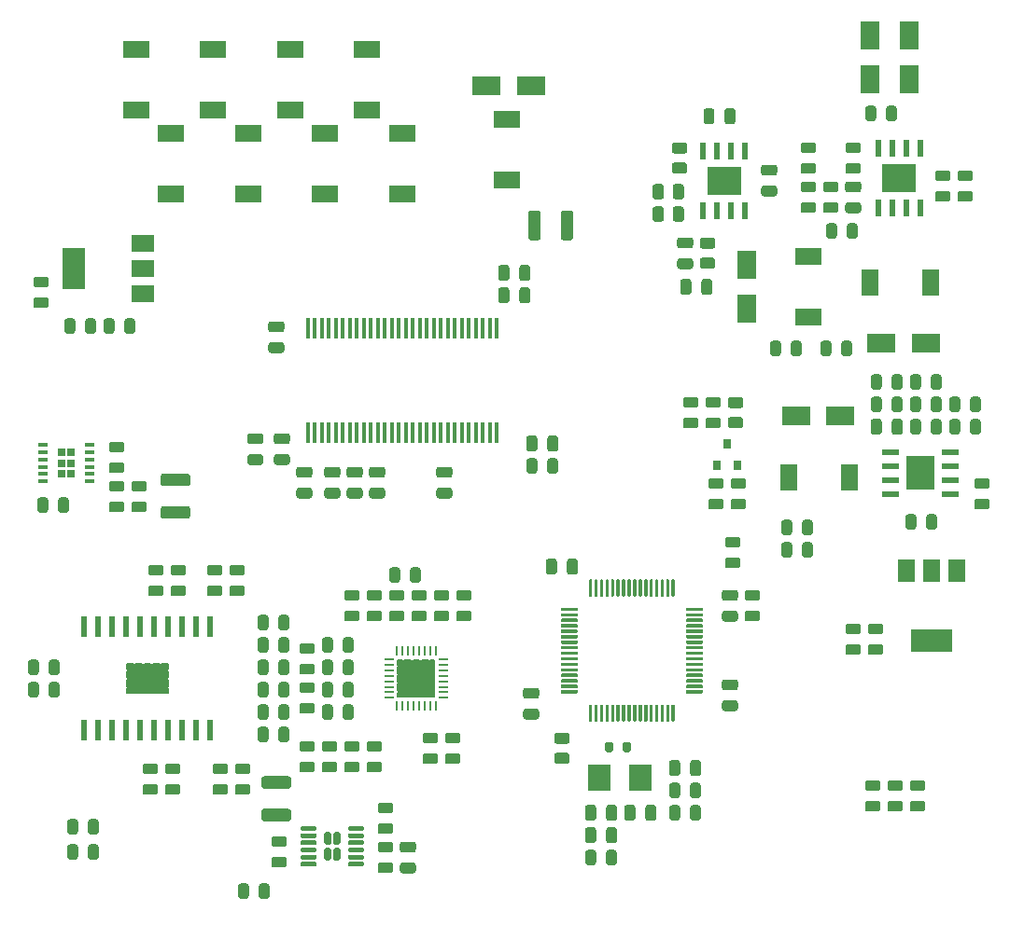
<source format=gbr>
G04 #@! TF.GenerationSoftware,KiCad,Pcbnew,5.1.9*
G04 #@! TF.CreationDate,2021-03-28T19:34:58+08:00*
G04 #@! TF.ProjectId,digital-amplifier2,64696769-7461-46c2-9d61-6d706c696669,rev?*
G04 #@! TF.SameCoordinates,Original*
G04 #@! TF.FileFunction,Paste,Top*
G04 #@! TF.FilePolarity,Positive*
%FSLAX46Y46*%
G04 Gerber Fmt 4.6, Leading zero omitted, Abs format (unit mm)*
G04 Created by KiCad (PCBNEW 5.1.9) date 2021-03-28 19:34:58*
%MOMM*%
%LPD*%
G01*
G04 APERTURE LIST*
%ADD10C,0.152400*%
%ADD11R,0.600000X1.550000*%
%ADD12R,3.100000X2.600000*%
%ADD13R,1.500000X2.400000*%
%ADD14R,2.400000X1.500000*%
%ADD15R,1.800000X2.500000*%
%ADD16R,2.000000X1.500000*%
%ADD17R,2.000000X3.800000*%
%ADD18R,0.420000X1.889999*%
%ADD19R,3.810000X2.789999*%
%ADD20R,0.558000X1.969999*%
%ADD21R,3.450001X3.450001*%
%ADD22R,0.850000X0.280000*%
%ADD23R,0.280000X0.850000*%
%ADD24R,2.500000X1.800000*%
%ADD25R,0.890000X0.420000*%
%ADD26R,0.680000X0.750000*%
%ADD27R,0.800000X0.900000*%
%ADD28R,2.000000X2.400000*%
%ADD29R,1.550000X0.600000*%
%ADD30R,2.600000X3.100000*%
%ADD31R,3.800000X2.000000*%
%ADD32R,1.500000X2.000000*%
G04 APERTURE END LIST*
D10*
X65838070Y-120599930D02*
X65289100Y-120599930D01*
X65289100Y-120599930D02*
X65289100Y-120891179D01*
X65289100Y-120891179D02*
X65289100Y-120891179D01*
X65289100Y-120891179D02*
X65430521Y-121032600D01*
X65430521Y-121032600D02*
X65430521Y-121032600D01*
X65430521Y-121032600D02*
X65838070Y-121032600D01*
X65838070Y-121032600D02*
X65838070Y-120599930D01*
X65089100Y-120599930D02*
X64501700Y-120599930D01*
X64501700Y-120599930D02*
X64501700Y-120891179D01*
X64501700Y-120891179D02*
X64501700Y-120891179D01*
X64501700Y-120891179D02*
X64643121Y-121032600D01*
X64643121Y-121032600D02*
X64643121Y-121032600D01*
X64643121Y-121032600D02*
X64947679Y-121032600D01*
X64947679Y-121032600D02*
X64947679Y-121032600D01*
X64947679Y-121032600D02*
X65089100Y-120891179D01*
X65089100Y-120891179D02*
X65089100Y-120891179D01*
X65089100Y-120891179D02*
X65089100Y-120599930D01*
X64301700Y-120599930D02*
X63714300Y-120599930D01*
X63714300Y-120599930D02*
X63714300Y-120891179D01*
X63714300Y-120891179D02*
X63714300Y-120891179D01*
X63714300Y-120891179D02*
X63855721Y-121032600D01*
X63855721Y-121032600D02*
X63855721Y-121032600D01*
X63855721Y-121032600D02*
X64160279Y-121032600D01*
X64160279Y-121032600D02*
X64160279Y-121032600D01*
X64160279Y-121032600D02*
X64301700Y-120891179D01*
X64301700Y-120891179D02*
X64301700Y-120891179D01*
X64301700Y-120891179D02*
X64301700Y-120599930D01*
X63514300Y-120599930D02*
X62926900Y-120599930D01*
X62926900Y-120599930D02*
X62926900Y-120891179D01*
X62926900Y-120891179D02*
X62926900Y-120891179D01*
X62926900Y-120891179D02*
X63068321Y-121032600D01*
X63068321Y-121032600D02*
X63068321Y-121032600D01*
X63068321Y-121032600D02*
X63372879Y-121032600D01*
X63372879Y-121032600D02*
X63372879Y-121032600D01*
X63372879Y-121032600D02*
X63514300Y-120891179D01*
X63514300Y-120891179D02*
X63514300Y-120891179D01*
X63514300Y-120891179D02*
X63514300Y-120599930D01*
X62726900Y-120599930D02*
X62177930Y-120599930D01*
X62177930Y-120599930D02*
X62177930Y-121032600D01*
X62177930Y-121032600D02*
X62585479Y-121032600D01*
X62585479Y-121032600D02*
X62585479Y-121032600D01*
X62585479Y-121032600D02*
X62726900Y-120891179D01*
X62726900Y-120891179D02*
X62726900Y-120891179D01*
X62726900Y-120891179D02*
X62726900Y-120599930D01*
X65838070Y-121232600D02*
X65430521Y-121232600D01*
X65430521Y-121232600D02*
X65430521Y-121232600D01*
X65430521Y-121232600D02*
X65289100Y-121374021D01*
X65289100Y-121374021D02*
X65289100Y-121374021D01*
X65289100Y-121374021D02*
X65289100Y-121678579D01*
X65289100Y-121678579D02*
X65289100Y-121678579D01*
X65289100Y-121678579D02*
X65430521Y-121820000D01*
X65430521Y-121820000D02*
X65430521Y-121820000D01*
X65430521Y-121820000D02*
X65838070Y-121820000D01*
X65838070Y-121820000D02*
X65838070Y-121232600D01*
X65089100Y-121374021D02*
X65089100Y-121374021D01*
X65089100Y-121374021D02*
X64947679Y-121232600D01*
X64947679Y-121232600D02*
X64947679Y-121232600D01*
X64947679Y-121232600D02*
X64643121Y-121232600D01*
X64643121Y-121232600D02*
X64643121Y-121232600D01*
X64643121Y-121232600D02*
X64501700Y-121374021D01*
X64501700Y-121374021D02*
X64501700Y-121374021D01*
X64501700Y-121374021D02*
X64501700Y-121678579D01*
X64501700Y-121678579D02*
X64501700Y-121678579D01*
X64501700Y-121678579D02*
X64643121Y-121820000D01*
X64643121Y-121820000D02*
X64643121Y-121820000D01*
X64643121Y-121820000D02*
X64947679Y-121820000D01*
X64947679Y-121820000D02*
X64947679Y-121820000D01*
X64947679Y-121820000D02*
X65089100Y-121678579D01*
X65089100Y-121678579D02*
X65089100Y-121678579D01*
X65089100Y-121678579D02*
X65089100Y-121374021D01*
X64301700Y-121374021D02*
X64301700Y-121374021D01*
X64301700Y-121374021D02*
X64160279Y-121232600D01*
X64160279Y-121232600D02*
X64160279Y-121232600D01*
X64160279Y-121232600D02*
X63855721Y-121232600D01*
X63855721Y-121232600D02*
X63855721Y-121232600D01*
X63855721Y-121232600D02*
X63714300Y-121374021D01*
X63714300Y-121374021D02*
X63714300Y-121374021D01*
X63714300Y-121374021D02*
X63714300Y-121678579D01*
X63714300Y-121678579D02*
X63714300Y-121678579D01*
X63714300Y-121678579D02*
X63855721Y-121820000D01*
X63855721Y-121820000D02*
X63855721Y-121820000D01*
X63855721Y-121820000D02*
X64160279Y-121820000D01*
X64160279Y-121820000D02*
X64160279Y-121820000D01*
X64160279Y-121820000D02*
X64301700Y-121678579D01*
X64301700Y-121678579D02*
X64301700Y-121678579D01*
X64301700Y-121678579D02*
X64301700Y-121374021D01*
X63514300Y-121374021D02*
X63514300Y-121374021D01*
X63514300Y-121374021D02*
X63372879Y-121232600D01*
X63372879Y-121232600D02*
X63372879Y-121232600D01*
X63372879Y-121232600D02*
X63068321Y-121232600D01*
X63068321Y-121232600D02*
X63068321Y-121232600D01*
X63068321Y-121232600D02*
X62926900Y-121374021D01*
X62926900Y-121374021D02*
X62926900Y-121374021D01*
X62926900Y-121374021D02*
X62926900Y-121678579D01*
X62926900Y-121678579D02*
X62926900Y-121678579D01*
X62926900Y-121678579D02*
X63068321Y-121820000D01*
X63068321Y-121820000D02*
X63068321Y-121820000D01*
X63068321Y-121820000D02*
X63372879Y-121820000D01*
X63372879Y-121820000D02*
X63372879Y-121820000D01*
X63372879Y-121820000D02*
X63514300Y-121678579D01*
X63514300Y-121678579D02*
X63514300Y-121678579D01*
X63514300Y-121678579D02*
X63514300Y-121374021D01*
X62726900Y-121374021D02*
X62726900Y-121374021D01*
X62726900Y-121374021D02*
X62585479Y-121232600D01*
X62585479Y-121232600D02*
X62585479Y-121232600D01*
X62585479Y-121232600D02*
X62177930Y-121232600D01*
X62177930Y-121232600D02*
X62177930Y-121820000D01*
X62177930Y-121820000D02*
X62585479Y-121820000D01*
X62585479Y-121820000D02*
X62585479Y-121820000D01*
X62585479Y-121820000D02*
X62726900Y-121678579D01*
X62726900Y-121678579D02*
X62726900Y-121678579D01*
X62726900Y-121678579D02*
X62726900Y-121374021D01*
X65838070Y-122020000D02*
X65430521Y-122020000D01*
X65430521Y-122020000D02*
X65430521Y-122020000D01*
X65430521Y-122020000D02*
X65289100Y-122161421D01*
X65289100Y-122161421D02*
X65289100Y-122161421D01*
X65289100Y-122161421D02*
X65289100Y-122465979D01*
X65289100Y-122465979D02*
X65289100Y-122465979D01*
X65289100Y-122465979D02*
X65430521Y-122607400D01*
X65430521Y-122607400D02*
X65430521Y-122607400D01*
X65430521Y-122607400D02*
X65838070Y-122607400D01*
X65838070Y-122607400D02*
X65838070Y-122020000D01*
X65089100Y-122161421D02*
X65089100Y-122161421D01*
X65089100Y-122161421D02*
X64947679Y-122020000D01*
X64947679Y-122020000D02*
X64947679Y-122020000D01*
X64947679Y-122020000D02*
X64643121Y-122020000D01*
X64643121Y-122020000D02*
X64643121Y-122020000D01*
X64643121Y-122020000D02*
X64501700Y-122161421D01*
X64501700Y-122161421D02*
X64501700Y-122161421D01*
X64501700Y-122161421D02*
X64501700Y-122465979D01*
X64501700Y-122465979D02*
X64501700Y-122465979D01*
X64501700Y-122465979D02*
X64643121Y-122607400D01*
X64643121Y-122607400D02*
X64643121Y-122607400D01*
X64643121Y-122607400D02*
X64947679Y-122607400D01*
X64947679Y-122607400D02*
X64947679Y-122607400D01*
X64947679Y-122607400D02*
X65089100Y-122465979D01*
X65089100Y-122465979D02*
X65089100Y-122465979D01*
X65089100Y-122465979D02*
X65089100Y-122161421D01*
X64301700Y-122161421D02*
X64301700Y-122161421D01*
X64301700Y-122161421D02*
X64160279Y-122020000D01*
X64160279Y-122020000D02*
X64160279Y-122020000D01*
X64160279Y-122020000D02*
X63855721Y-122020000D01*
X63855721Y-122020000D02*
X63855721Y-122020000D01*
X63855721Y-122020000D02*
X63714300Y-122161421D01*
X63714300Y-122161421D02*
X63714300Y-122161421D01*
X63714300Y-122161421D02*
X63714300Y-122465979D01*
X63714300Y-122465979D02*
X63714300Y-122465979D01*
X63714300Y-122465979D02*
X63855721Y-122607400D01*
X63855721Y-122607400D02*
X63855721Y-122607400D01*
X63855721Y-122607400D02*
X64160279Y-122607400D01*
X64160279Y-122607400D02*
X64160279Y-122607400D01*
X64160279Y-122607400D02*
X64301700Y-122465979D01*
X64301700Y-122465979D02*
X64301700Y-122465979D01*
X64301700Y-122465979D02*
X64301700Y-122161421D01*
X63514300Y-122161421D02*
X63514300Y-122161421D01*
X63514300Y-122161421D02*
X63372879Y-122020000D01*
X63372879Y-122020000D02*
X63372879Y-122020000D01*
X63372879Y-122020000D02*
X63068321Y-122020000D01*
X63068321Y-122020000D02*
X63068321Y-122020000D01*
X63068321Y-122020000D02*
X62926900Y-122161421D01*
X62926900Y-122161421D02*
X62926900Y-122161421D01*
X62926900Y-122161421D02*
X62926900Y-122465979D01*
X62926900Y-122465979D02*
X62926900Y-122465979D01*
X62926900Y-122465979D02*
X63068321Y-122607400D01*
X63068321Y-122607400D02*
X63068321Y-122607400D01*
X63068321Y-122607400D02*
X63372879Y-122607400D01*
X63372879Y-122607400D02*
X63372879Y-122607400D01*
X63372879Y-122607400D02*
X63514300Y-122465979D01*
X63514300Y-122465979D02*
X63514300Y-122465979D01*
X63514300Y-122465979D02*
X63514300Y-122161421D01*
X62726900Y-122161421D02*
X62726900Y-122161421D01*
X62726900Y-122161421D02*
X62585479Y-122020000D01*
X62585479Y-122020000D02*
X62585479Y-122020000D01*
X62585479Y-122020000D02*
X62177930Y-122020000D01*
X62177930Y-122020000D02*
X62177930Y-122607400D01*
X62177930Y-122607400D02*
X62585479Y-122607400D01*
X62585479Y-122607400D02*
X62585479Y-122607400D01*
X62585479Y-122607400D02*
X62726900Y-122465979D01*
X62726900Y-122465979D02*
X62726900Y-122465979D01*
X62726900Y-122465979D02*
X62726900Y-122161421D01*
X65838070Y-122807400D02*
X65430521Y-122807400D01*
X65430521Y-122807400D02*
X65430521Y-122807400D01*
X65430521Y-122807400D02*
X65289100Y-122948821D01*
X65289100Y-122948821D02*
X65289100Y-122948821D01*
X65289100Y-122948821D02*
X65289100Y-123240070D01*
X65289100Y-123240070D02*
X65838070Y-123240070D01*
X65838070Y-123240070D02*
X65838070Y-122807400D01*
X65089100Y-122948821D02*
X65089100Y-122948821D01*
X65089100Y-122948821D02*
X64947679Y-122807400D01*
X64947679Y-122807400D02*
X64947679Y-122807400D01*
X64947679Y-122807400D02*
X64643121Y-122807400D01*
X64643121Y-122807400D02*
X64643121Y-122807400D01*
X64643121Y-122807400D02*
X64501700Y-122948821D01*
X64501700Y-122948821D02*
X64501700Y-122948821D01*
X64501700Y-122948821D02*
X64501700Y-123240070D01*
X64501700Y-123240070D02*
X65089100Y-123240070D01*
X65089100Y-123240070D02*
X65089100Y-122948821D01*
X64301700Y-122948821D02*
X64301700Y-122948821D01*
X64301700Y-122948821D02*
X64160279Y-122807400D01*
X64160279Y-122807400D02*
X64160279Y-122807400D01*
X64160279Y-122807400D02*
X63855721Y-122807400D01*
X63855721Y-122807400D02*
X63855721Y-122807400D01*
X63855721Y-122807400D02*
X63714300Y-122948821D01*
X63714300Y-122948821D02*
X63714300Y-122948821D01*
X63714300Y-122948821D02*
X63714300Y-123240070D01*
X63714300Y-123240070D02*
X64301700Y-123240070D01*
X64301700Y-123240070D02*
X64301700Y-122948821D01*
X63514300Y-122948821D02*
X63514300Y-122948821D01*
X63514300Y-122948821D02*
X63372879Y-122807400D01*
X63372879Y-122807400D02*
X63372879Y-122807400D01*
X63372879Y-122807400D02*
X63068321Y-122807400D01*
X63068321Y-122807400D02*
X63068321Y-122807400D01*
X63068321Y-122807400D02*
X62926900Y-122948821D01*
X62926900Y-122948821D02*
X62926900Y-122948821D01*
X62926900Y-122948821D02*
X62926900Y-123240070D01*
X62926900Y-123240070D02*
X63514300Y-123240070D01*
X63514300Y-123240070D02*
X63514300Y-122948821D01*
X62726900Y-122948821D02*
X62726900Y-122948821D01*
X62726900Y-122948821D02*
X62585479Y-122807400D01*
X62585479Y-122807400D02*
X62585479Y-122807400D01*
X62585479Y-122807400D02*
X62177930Y-122807400D01*
X62177930Y-122807400D02*
X62177930Y-123240070D01*
X62177930Y-123240070D02*
X62726900Y-123240070D01*
X62726900Y-123240070D02*
X62726900Y-122948821D01*
X90042070Y-120269930D02*
X89673100Y-120269930D01*
X89673100Y-120269930D02*
X89673100Y-120497479D01*
X89673100Y-120497479D02*
X89673100Y-120497479D01*
X89673100Y-120497479D02*
X89814521Y-120638900D01*
X89814521Y-120638900D02*
X89814521Y-120638900D01*
X89814521Y-120638900D02*
X90042070Y-120638900D01*
X90042070Y-120638900D02*
X90042070Y-120269930D01*
X89473100Y-120269930D02*
X88885700Y-120269930D01*
X88885700Y-120269930D02*
X88885700Y-120497479D01*
X88885700Y-120497479D02*
X88885700Y-120497479D01*
X88885700Y-120497479D02*
X89027121Y-120638900D01*
X89027121Y-120638900D02*
X89027121Y-120638900D01*
X89027121Y-120638900D02*
X89331679Y-120638900D01*
X89331679Y-120638900D02*
X89331679Y-120638900D01*
X89331679Y-120638900D02*
X89473100Y-120497479D01*
X89473100Y-120497479D02*
X89473100Y-120497479D01*
X89473100Y-120497479D02*
X89473100Y-120269930D01*
X88685700Y-120269930D02*
X88098300Y-120269930D01*
X88098300Y-120269930D02*
X88098300Y-120497479D01*
X88098300Y-120497479D02*
X88098300Y-120497479D01*
X88098300Y-120497479D02*
X88239721Y-120638900D01*
X88239721Y-120638900D02*
X88239721Y-120638900D01*
X88239721Y-120638900D02*
X88544279Y-120638900D01*
X88544279Y-120638900D02*
X88544279Y-120638900D01*
X88544279Y-120638900D02*
X88685700Y-120497479D01*
X88685700Y-120497479D02*
X88685700Y-120497479D01*
X88685700Y-120497479D02*
X88685700Y-120269930D01*
X87898300Y-120269930D02*
X87310900Y-120269930D01*
X87310900Y-120269930D02*
X87310900Y-120497479D01*
X87310900Y-120497479D02*
X87310900Y-120497479D01*
X87310900Y-120497479D02*
X87452321Y-120638900D01*
X87452321Y-120638900D02*
X87452321Y-120638900D01*
X87452321Y-120638900D02*
X87756879Y-120638900D01*
X87756879Y-120638900D02*
X87756879Y-120638900D01*
X87756879Y-120638900D02*
X87898300Y-120497479D01*
X87898300Y-120497479D02*
X87898300Y-120497479D01*
X87898300Y-120497479D02*
X87898300Y-120269930D01*
X87110900Y-120269930D02*
X86741930Y-120269930D01*
X86741930Y-120269930D02*
X86741930Y-120638900D01*
X86741930Y-120638900D02*
X86969479Y-120638900D01*
X86969479Y-120638900D02*
X86969479Y-120638900D01*
X86969479Y-120638900D02*
X87110900Y-120497479D01*
X87110900Y-120497479D02*
X87110900Y-120497479D01*
X87110900Y-120497479D02*
X87110900Y-120269930D01*
X90042070Y-120838900D02*
X89814521Y-120838900D01*
X89814521Y-120838900D02*
X89814521Y-120838900D01*
X89814521Y-120838900D02*
X89673100Y-120980321D01*
X89673100Y-120980321D02*
X89673100Y-120980321D01*
X89673100Y-120980321D02*
X89673100Y-121284879D01*
X89673100Y-121284879D02*
X89673100Y-121284879D01*
X89673100Y-121284879D02*
X89814521Y-121426300D01*
X89814521Y-121426300D02*
X89814521Y-121426300D01*
X89814521Y-121426300D02*
X90042070Y-121426300D01*
X90042070Y-121426300D02*
X90042070Y-120838900D01*
X89473100Y-120980321D02*
X89473100Y-120980321D01*
X89473100Y-120980321D02*
X89331679Y-120838900D01*
X89331679Y-120838900D02*
X89331679Y-120838900D01*
X89331679Y-120838900D02*
X89027121Y-120838900D01*
X89027121Y-120838900D02*
X89027121Y-120838900D01*
X89027121Y-120838900D02*
X88885700Y-120980321D01*
X88885700Y-120980321D02*
X88885700Y-120980321D01*
X88885700Y-120980321D02*
X88885700Y-121284879D01*
X88885700Y-121284879D02*
X88885700Y-121284879D01*
X88885700Y-121284879D02*
X89027121Y-121426300D01*
X89027121Y-121426300D02*
X89027121Y-121426300D01*
X89027121Y-121426300D02*
X89331679Y-121426300D01*
X89331679Y-121426300D02*
X89331679Y-121426300D01*
X89331679Y-121426300D02*
X89473100Y-121284879D01*
X89473100Y-121284879D02*
X89473100Y-121284879D01*
X89473100Y-121284879D02*
X89473100Y-120980321D01*
X88685700Y-120980321D02*
X88685700Y-120980321D01*
X88685700Y-120980321D02*
X88544279Y-120838900D01*
X88544279Y-120838900D02*
X88544279Y-120838900D01*
X88544279Y-120838900D02*
X88239721Y-120838900D01*
X88239721Y-120838900D02*
X88239721Y-120838900D01*
X88239721Y-120838900D02*
X88098300Y-120980321D01*
X88098300Y-120980321D02*
X88098300Y-120980321D01*
X88098300Y-120980321D02*
X88098300Y-121284879D01*
X88098300Y-121284879D02*
X88098300Y-121284879D01*
X88098300Y-121284879D02*
X88239721Y-121426300D01*
X88239721Y-121426300D02*
X88239721Y-121426300D01*
X88239721Y-121426300D02*
X88544279Y-121426300D01*
X88544279Y-121426300D02*
X88544279Y-121426300D01*
X88544279Y-121426300D02*
X88685700Y-121284879D01*
X88685700Y-121284879D02*
X88685700Y-121284879D01*
X88685700Y-121284879D02*
X88685700Y-120980321D01*
X87898300Y-120980321D02*
X87898300Y-120980321D01*
X87898300Y-120980321D02*
X87756879Y-120838900D01*
X87756879Y-120838900D02*
X87756879Y-120838900D01*
X87756879Y-120838900D02*
X87452321Y-120838900D01*
X87452321Y-120838900D02*
X87452321Y-120838900D01*
X87452321Y-120838900D02*
X87310900Y-120980321D01*
X87310900Y-120980321D02*
X87310900Y-120980321D01*
X87310900Y-120980321D02*
X87310900Y-121284879D01*
X87310900Y-121284879D02*
X87310900Y-121284879D01*
X87310900Y-121284879D02*
X87452321Y-121426300D01*
X87452321Y-121426300D02*
X87452321Y-121426300D01*
X87452321Y-121426300D02*
X87756879Y-121426300D01*
X87756879Y-121426300D02*
X87756879Y-121426300D01*
X87756879Y-121426300D02*
X87898300Y-121284879D01*
X87898300Y-121284879D02*
X87898300Y-121284879D01*
X87898300Y-121284879D02*
X87898300Y-120980321D01*
X87110900Y-120980321D02*
X87110900Y-120980321D01*
X87110900Y-120980321D02*
X86969479Y-120838900D01*
X86969479Y-120838900D02*
X86969479Y-120838900D01*
X86969479Y-120838900D02*
X86741930Y-120838900D01*
X86741930Y-120838900D02*
X86741930Y-121426300D01*
X86741930Y-121426300D02*
X86969479Y-121426300D01*
X86969479Y-121426300D02*
X86969479Y-121426300D01*
X86969479Y-121426300D02*
X87110900Y-121284879D01*
X87110900Y-121284879D02*
X87110900Y-121284879D01*
X87110900Y-121284879D02*
X87110900Y-120980321D01*
X90042070Y-121626300D02*
X89814521Y-121626300D01*
X89814521Y-121626300D02*
X89814521Y-121626300D01*
X89814521Y-121626300D02*
X89673100Y-121767721D01*
X89673100Y-121767721D02*
X89673100Y-121767721D01*
X89673100Y-121767721D02*
X89673100Y-122072279D01*
X89673100Y-122072279D02*
X89673100Y-122072279D01*
X89673100Y-122072279D02*
X89814521Y-122213700D01*
X89814521Y-122213700D02*
X89814521Y-122213700D01*
X89814521Y-122213700D02*
X90042070Y-122213700D01*
X90042070Y-122213700D02*
X90042070Y-121626300D01*
X89473100Y-121767721D02*
X89473100Y-121767721D01*
X89473100Y-121767721D02*
X89331679Y-121626300D01*
X89331679Y-121626300D02*
X89331679Y-121626300D01*
X89331679Y-121626300D02*
X89027121Y-121626300D01*
X89027121Y-121626300D02*
X89027121Y-121626300D01*
X89027121Y-121626300D02*
X88885700Y-121767721D01*
X88885700Y-121767721D02*
X88885700Y-121767721D01*
X88885700Y-121767721D02*
X88885700Y-122072279D01*
X88885700Y-122072279D02*
X88885700Y-122072279D01*
X88885700Y-122072279D02*
X89027121Y-122213700D01*
X89027121Y-122213700D02*
X89027121Y-122213700D01*
X89027121Y-122213700D02*
X89331679Y-122213700D01*
X89331679Y-122213700D02*
X89331679Y-122213700D01*
X89331679Y-122213700D02*
X89473100Y-122072279D01*
X89473100Y-122072279D02*
X89473100Y-122072279D01*
X89473100Y-122072279D02*
X89473100Y-121767721D01*
X88685700Y-121767721D02*
X88685700Y-121767721D01*
X88685700Y-121767721D02*
X88544279Y-121626300D01*
X88544279Y-121626300D02*
X88544279Y-121626300D01*
X88544279Y-121626300D02*
X88239721Y-121626300D01*
X88239721Y-121626300D02*
X88239721Y-121626300D01*
X88239721Y-121626300D02*
X88098300Y-121767721D01*
X88098300Y-121767721D02*
X88098300Y-121767721D01*
X88098300Y-121767721D02*
X88098300Y-122072279D01*
X88098300Y-122072279D02*
X88098300Y-122072279D01*
X88098300Y-122072279D02*
X88239721Y-122213700D01*
X88239721Y-122213700D02*
X88239721Y-122213700D01*
X88239721Y-122213700D02*
X88544279Y-122213700D01*
X88544279Y-122213700D02*
X88544279Y-122213700D01*
X88544279Y-122213700D02*
X88685700Y-122072279D01*
X88685700Y-122072279D02*
X88685700Y-122072279D01*
X88685700Y-122072279D02*
X88685700Y-121767721D01*
X87898300Y-121767721D02*
X87898300Y-121767721D01*
X87898300Y-121767721D02*
X87756879Y-121626300D01*
X87756879Y-121626300D02*
X87756879Y-121626300D01*
X87756879Y-121626300D02*
X87452321Y-121626300D01*
X87452321Y-121626300D02*
X87452321Y-121626300D01*
X87452321Y-121626300D02*
X87310900Y-121767721D01*
X87310900Y-121767721D02*
X87310900Y-121767721D01*
X87310900Y-121767721D02*
X87310900Y-122072279D01*
X87310900Y-122072279D02*
X87310900Y-122072279D01*
X87310900Y-122072279D02*
X87452321Y-122213700D01*
X87452321Y-122213700D02*
X87452321Y-122213700D01*
X87452321Y-122213700D02*
X87756879Y-122213700D01*
X87756879Y-122213700D02*
X87756879Y-122213700D01*
X87756879Y-122213700D02*
X87898300Y-122072279D01*
X87898300Y-122072279D02*
X87898300Y-122072279D01*
X87898300Y-122072279D02*
X87898300Y-121767721D01*
X87110900Y-121767721D02*
X87110900Y-121767721D01*
X87110900Y-121767721D02*
X86969479Y-121626300D01*
X86969479Y-121626300D02*
X86969479Y-121626300D01*
X86969479Y-121626300D02*
X86741930Y-121626300D01*
X86741930Y-121626300D02*
X86741930Y-122213700D01*
X86741930Y-122213700D02*
X86969479Y-122213700D01*
X86969479Y-122213700D02*
X86969479Y-122213700D01*
X86969479Y-122213700D02*
X87110900Y-122072279D01*
X87110900Y-122072279D02*
X87110900Y-122072279D01*
X87110900Y-122072279D02*
X87110900Y-121767721D01*
X90042070Y-122413700D02*
X89814521Y-122413700D01*
X89814521Y-122413700D02*
X89814521Y-122413700D01*
X89814521Y-122413700D02*
X89673100Y-122555121D01*
X89673100Y-122555121D02*
X89673100Y-122555121D01*
X89673100Y-122555121D02*
X89673100Y-122859679D01*
X89673100Y-122859679D02*
X89673100Y-122859679D01*
X89673100Y-122859679D02*
X89814521Y-123001100D01*
X89814521Y-123001100D02*
X89814521Y-123001100D01*
X89814521Y-123001100D02*
X90042070Y-123001100D01*
X90042070Y-123001100D02*
X90042070Y-122413700D01*
X89473100Y-122555121D02*
X89473100Y-122555121D01*
X89473100Y-122555121D02*
X89331679Y-122413700D01*
X89331679Y-122413700D02*
X89331679Y-122413700D01*
X89331679Y-122413700D02*
X89027121Y-122413700D01*
X89027121Y-122413700D02*
X89027121Y-122413700D01*
X89027121Y-122413700D02*
X88885700Y-122555121D01*
X88885700Y-122555121D02*
X88885700Y-122555121D01*
X88885700Y-122555121D02*
X88885700Y-122859679D01*
X88885700Y-122859679D02*
X88885700Y-122859679D01*
X88885700Y-122859679D02*
X89027121Y-123001100D01*
X89027121Y-123001100D02*
X89027121Y-123001100D01*
X89027121Y-123001100D02*
X89331679Y-123001100D01*
X89331679Y-123001100D02*
X89331679Y-123001100D01*
X89331679Y-123001100D02*
X89473100Y-122859679D01*
X89473100Y-122859679D02*
X89473100Y-122859679D01*
X89473100Y-122859679D02*
X89473100Y-122555121D01*
X88685700Y-122555121D02*
X88685700Y-122555121D01*
X88685700Y-122555121D02*
X88544279Y-122413700D01*
X88544279Y-122413700D02*
X88544279Y-122413700D01*
X88544279Y-122413700D02*
X88239721Y-122413700D01*
X88239721Y-122413700D02*
X88239721Y-122413700D01*
X88239721Y-122413700D02*
X88098300Y-122555121D01*
X88098300Y-122555121D02*
X88098300Y-122555121D01*
X88098300Y-122555121D02*
X88098300Y-122859679D01*
X88098300Y-122859679D02*
X88098300Y-122859679D01*
X88098300Y-122859679D02*
X88239721Y-123001100D01*
X88239721Y-123001100D02*
X88239721Y-123001100D01*
X88239721Y-123001100D02*
X88544279Y-123001100D01*
X88544279Y-123001100D02*
X88544279Y-123001100D01*
X88544279Y-123001100D02*
X88685700Y-122859679D01*
X88685700Y-122859679D02*
X88685700Y-122859679D01*
X88685700Y-122859679D02*
X88685700Y-122555121D01*
X87898300Y-122555121D02*
X87898300Y-122555121D01*
X87898300Y-122555121D02*
X87756879Y-122413700D01*
X87756879Y-122413700D02*
X87756879Y-122413700D01*
X87756879Y-122413700D02*
X87452321Y-122413700D01*
X87452321Y-122413700D02*
X87452321Y-122413700D01*
X87452321Y-122413700D02*
X87310900Y-122555121D01*
X87310900Y-122555121D02*
X87310900Y-122555121D01*
X87310900Y-122555121D02*
X87310900Y-122859679D01*
X87310900Y-122859679D02*
X87310900Y-122859679D01*
X87310900Y-122859679D02*
X87452321Y-123001100D01*
X87452321Y-123001100D02*
X87452321Y-123001100D01*
X87452321Y-123001100D02*
X87756879Y-123001100D01*
X87756879Y-123001100D02*
X87756879Y-123001100D01*
X87756879Y-123001100D02*
X87898300Y-122859679D01*
X87898300Y-122859679D02*
X87898300Y-122859679D01*
X87898300Y-122859679D02*
X87898300Y-122555121D01*
X87110900Y-122555121D02*
X87110900Y-122555121D01*
X87110900Y-122555121D02*
X86969479Y-122413700D01*
X86969479Y-122413700D02*
X86969479Y-122413700D01*
X86969479Y-122413700D02*
X86741930Y-122413700D01*
X86741930Y-122413700D02*
X86741930Y-123001100D01*
X86741930Y-123001100D02*
X86969479Y-123001100D01*
X86969479Y-123001100D02*
X86969479Y-123001100D01*
X86969479Y-123001100D02*
X87110900Y-122859679D01*
X87110900Y-122859679D02*
X87110900Y-122859679D01*
X87110900Y-122859679D02*
X87110900Y-122555121D01*
X90042070Y-123201100D02*
X89814521Y-123201100D01*
X89814521Y-123201100D02*
X89814521Y-123201100D01*
X89814521Y-123201100D02*
X89673100Y-123342521D01*
X89673100Y-123342521D02*
X89673100Y-123342521D01*
X89673100Y-123342521D02*
X89673100Y-123570070D01*
X89673100Y-123570070D02*
X90042070Y-123570070D01*
X90042070Y-123570070D02*
X90042070Y-123201100D01*
X89473100Y-123342521D02*
X89473100Y-123342521D01*
X89473100Y-123342521D02*
X89331679Y-123201100D01*
X89331679Y-123201100D02*
X89331679Y-123201100D01*
X89331679Y-123201100D02*
X89027121Y-123201100D01*
X89027121Y-123201100D02*
X89027121Y-123201100D01*
X89027121Y-123201100D02*
X88885700Y-123342521D01*
X88885700Y-123342521D02*
X88885700Y-123342521D01*
X88885700Y-123342521D02*
X88885700Y-123570070D01*
X88885700Y-123570070D02*
X89473100Y-123570070D01*
X89473100Y-123570070D02*
X89473100Y-123342521D01*
X88685700Y-123342521D02*
X88685700Y-123342521D01*
X88685700Y-123342521D02*
X88544279Y-123201100D01*
X88544279Y-123201100D02*
X88544279Y-123201100D01*
X88544279Y-123201100D02*
X88239721Y-123201100D01*
X88239721Y-123201100D02*
X88239721Y-123201100D01*
X88239721Y-123201100D02*
X88098300Y-123342521D01*
X88098300Y-123342521D02*
X88098300Y-123342521D01*
X88098300Y-123342521D02*
X88098300Y-123570070D01*
X88098300Y-123570070D02*
X88685700Y-123570070D01*
X88685700Y-123570070D02*
X88685700Y-123342521D01*
X87898300Y-123342521D02*
X87898300Y-123342521D01*
X87898300Y-123342521D02*
X87756879Y-123201100D01*
X87756879Y-123201100D02*
X87756879Y-123201100D01*
X87756879Y-123201100D02*
X87452321Y-123201100D01*
X87452321Y-123201100D02*
X87452321Y-123201100D01*
X87452321Y-123201100D02*
X87310900Y-123342521D01*
X87310900Y-123342521D02*
X87310900Y-123342521D01*
X87310900Y-123342521D02*
X87310900Y-123570070D01*
X87310900Y-123570070D02*
X87898300Y-123570070D01*
X87898300Y-123570070D02*
X87898300Y-123342521D01*
X87110900Y-123342521D02*
X87110900Y-123342521D01*
X87110900Y-123342521D02*
X86969479Y-123201100D01*
X86969479Y-123201100D02*
X86969479Y-123201100D01*
X86969479Y-123201100D02*
X86741930Y-123201100D01*
X86741930Y-123201100D02*
X86741930Y-123570070D01*
X86741930Y-123570070D02*
X87110900Y-123570070D01*
X87110900Y-123570070D02*
X87110900Y-123342521D01*
G36*
G01*
X108262000Y-133637000D02*
X108262000Y-134587000D01*
G75*
G02*
X108012000Y-134837000I-250000J0D01*
G01*
X107512000Y-134837000D01*
G75*
G02*
X107262000Y-134587000I0J250000D01*
G01*
X107262000Y-133637000D01*
G75*
G02*
X107512000Y-133387000I250000J0D01*
G01*
X108012000Y-133387000D01*
G75*
G02*
X108262000Y-133637000I0J-250000D01*
G01*
G37*
G36*
G01*
X110162000Y-133637000D02*
X110162000Y-134587000D01*
G75*
G02*
X109912000Y-134837000I-250000J0D01*
G01*
X109412000Y-134837000D01*
G75*
G02*
X109162000Y-134587000I0J250000D01*
G01*
X109162000Y-133637000D01*
G75*
G02*
X109412000Y-133387000I250000J0D01*
G01*
X109912000Y-133387000D01*
G75*
G02*
X110162000Y-133637000I0J-250000D01*
G01*
G37*
G36*
G01*
X105606000Y-134587000D02*
X105606000Y-133637000D01*
G75*
G02*
X105856000Y-133387000I250000J0D01*
G01*
X106356000Y-133387000D01*
G75*
G02*
X106606000Y-133637000I0J-250000D01*
G01*
X106606000Y-134587000D01*
G75*
G02*
X106356000Y-134837000I-250000J0D01*
G01*
X105856000Y-134837000D01*
G75*
G02*
X105606000Y-134587000I0J250000D01*
G01*
G37*
G36*
G01*
X103706000Y-134587000D02*
X103706000Y-133637000D01*
G75*
G02*
X103956000Y-133387000I250000J0D01*
G01*
X104456000Y-133387000D01*
G75*
G02*
X104706000Y-133637000I0J-250000D01*
G01*
X104706000Y-134587000D01*
G75*
G02*
X104456000Y-134837000I-250000J0D01*
G01*
X103956000Y-134837000D01*
G75*
G02*
X103706000Y-134587000I0J250000D01*
G01*
G37*
G36*
G01*
X99281000Y-123756000D02*
X98331000Y-123756000D01*
G75*
G02*
X98081000Y-123506000I0J250000D01*
G01*
X98081000Y-123006000D01*
G75*
G02*
X98331000Y-122756000I250000J0D01*
G01*
X99281000Y-122756000D01*
G75*
G02*
X99531000Y-123006000I0J-250000D01*
G01*
X99531000Y-123506000D01*
G75*
G02*
X99281000Y-123756000I-250000J0D01*
G01*
G37*
G36*
G01*
X99281000Y-125656000D02*
X98331000Y-125656000D01*
G75*
G02*
X98081000Y-125406000I0J250000D01*
G01*
X98081000Y-124906000D01*
G75*
G02*
X98331000Y-124656000I250000J0D01*
G01*
X99281000Y-124656000D01*
G75*
G02*
X99531000Y-124906000I0J-250000D01*
G01*
X99531000Y-125406000D01*
G75*
G02*
X99281000Y-125656000I-250000J0D01*
G01*
G37*
G36*
G01*
X116365000Y-115766000D02*
X117315000Y-115766000D01*
G75*
G02*
X117565000Y-116016000I0J-250000D01*
G01*
X117565000Y-116516000D01*
G75*
G02*
X117315000Y-116766000I-250000J0D01*
G01*
X116365000Y-116766000D01*
G75*
G02*
X116115000Y-116516000I0J250000D01*
G01*
X116115000Y-116016000D01*
G75*
G02*
X116365000Y-115766000I250000J0D01*
G01*
G37*
G36*
G01*
X116365000Y-113866000D02*
X117315000Y-113866000D01*
G75*
G02*
X117565000Y-114116000I0J-250000D01*
G01*
X117565000Y-114616000D01*
G75*
G02*
X117315000Y-114866000I-250000J0D01*
G01*
X116365000Y-114866000D01*
G75*
G02*
X116115000Y-114616000I0J250000D01*
G01*
X116115000Y-114116000D01*
G75*
G02*
X116365000Y-113866000I250000J0D01*
G01*
G37*
G36*
G01*
X102050000Y-112235000D02*
X102050000Y-111285000D01*
G75*
G02*
X102300000Y-111035000I250000J0D01*
G01*
X102800000Y-111035000D01*
G75*
G02*
X103050000Y-111285000I0J-250000D01*
G01*
X103050000Y-112235000D01*
G75*
G02*
X102800000Y-112485000I-250000J0D01*
G01*
X102300000Y-112485000D01*
G75*
G02*
X102050000Y-112235000I0J250000D01*
G01*
G37*
G36*
G01*
X100150000Y-112235000D02*
X100150000Y-111285000D01*
G75*
G02*
X100400000Y-111035000I250000J0D01*
G01*
X100900000Y-111035000D01*
G75*
G02*
X101150000Y-111285000I0J-250000D01*
G01*
X101150000Y-112235000D01*
G75*
G02*
X100900000Y-112485000I-250000J0D01*
G01*
X100400000Y-112485000D01*
G75*
G02*
X100150000Y-112235000I0J250000D01*
G01*
G37*
G36*
G01*
X116365000Y-123894000D02*
X117315000Y-123894000D01*
G75*
G02*
X117565000Y-124144000I0J-250000D01*
G01*
X117565000Y-124644000D01*
G75*
G02*
X117315000Y-124894000I-250000J0D01*
G01*
X116365000Y-124894000D01*
G75*
G02*
X116115000Y-124644000I0J250000D01*
G01*
X116115000Y-124144000D01*
G75*
G02*
X116365000Y-123894000I250000J0D01*
G01*
G37*
G36*
G01*
X116365000Y-121994000D02*
X117315000Y-121994000D01*
G75*
G02*
X117565000Y-122244000I0J-250000D01*
G01*
X117565000Y-122744000D01*
G75*
G02*
X117315000Y-122994000I-250000J0D01*
G01*
X116365000Y-122994000D01*
G75*
G02*
X116115000Y-122744000I0J250000D01*
G01*
X116115000Y-122244000D01*
G75*
G02*
X116365000Y-121994000I250000J0D01*
G01*
G37*
D11*
X118237000Y-79408000D03*
X116967000Y-79408000D03*
X115697000Y-79408000D03*
X114427000Y-79408000D03*
X114427000Y-74008000D03*
X115697000Y-74008000D03*
X116967000Y-74008000D03*
X118237000Y-74008000D03*
D12*
X116332000Y-76708000D03*
G36*
G01*
X110852000Y-77273999D02*
X110852000Y-78174001D01*
G75*
G02*
X110602001Y-78424000I-249999J0D01*
G01*
X110076999Y-78424000D01*
G75*
G02*
X109827000Y-78174001I0J249999D01*
G01*
X109827000Y-77273999D01*
G75*
G02*
X110076999Y-77024000I249999J0D01*
G01*
X110602001Y-77024000D01*
G75*
G02*
X110852000Y-77273999I0J-249999D01*
G01*
G37*
G36*
G01*
X112677000Y-77273999D02*
X112677000Y-78174001D01*
G75*
G02*
X112427001Y-78424000I-249999J0D01*
G01*
X111901999Y-78424000D01*
G75*
G02*
X111652000Y-78174001I0J249999D01*
G01*
X111652000Y-77273999D01*
G75*
G02*
X111901999Y-77024000I249999J0D01*
G01*
X112427001Y-77024000D01*
G75*
G02*
X112677000Y-77273999I0J-249999D01*
G01*
G37*
G36*
G01*
X111652000Y-80206001D02*
X111652000Y-79305999D01*
G75*
G02*
X111901999Y-79056000I249999J0D01*
G01*
X112427001Y-79056000D01*
G75*
G02*
X112677000Y-79305999I0J-249999D01*
G01*
X112677000Y-80206001D01*
G75*
G02*
X112427001Y-80456000I-249999J0D01*
G01*
X111901999Y-80456000D01*
G75*
G02*
X111652000Y-80206001I0J249999D01*
G01*
G37*
G36*
G01*
X109827000Y-80206001D02*
X109827000Y-79305999D01*
G75*
G02*
X110076999Y-79056000I249999J0D01*
G01*
X110602001Y-79056000D01*
G75*
G02*
X110852000Y-79305999I0J-249999D01*
G01*
X110852000Y-80206001D01*
G75*
G02*
X110602001Y-80456000I-249999J0D01*
G01*
X110076999Y-80456000D01*
G75*
G02*
X109827000Y-80206001I0J249999D01*
G01*
G37*
G36*
G01*
X114357999Y-83712000D02*
X115258001Y-83712000D01*
G75*
G02*
X115508000Y-83961999I0J-249999D01*
G01*
X115508000Y-84487001D01*
G75*
G02*
X115258001Y-84737000I-249999J0D01*
G01*
X114357999Y-84737000D01*
G75*
G02*
X114108000Y-84487001I0J249999D01*
G01*
X114108000Y-83961999D01*
G75*
G02*
X114357999Y-83712000I249999J0D01*
G01*
G37*
G36*
G01*
X114357999Y-81887000D02*
X115258001Y-81887000D01*
G75*
G02*
X115508000Y-82136999I0J-249999D01*
G01*
X115508000Y-82662001D01*
G75*
G02*
X115258001Y-82912000I-249999J0D01*
G01*
X114357999Y-82912000D01*
G75*
G02*
X114108000Y-82662001I0J249999D01*
G01*
X114108000Y-82136999D01*
G75*
G02*
X114357999Y-81887000I249999J0D01*
G01*
G37*
G36*
G01*
X111817999Y-75076000D02*
X112718001Y-75076000D01*
G75*
G02*
X112968000Y-75325999I0J-249999D01*
G01*
X112968000Y-75851001D01*
G75*
G02*
X112718001Y-76101000I-249999J0D01*
G01*
X111817999Y-76101000D01*
G75*
G02*
X111568000Y-75851001I0J249999D01*
G01*
X111568000Y-75325999D01*
G75*
G02*
X111817999Y-75076000I249999J0D01*
G01*
G37*
G36*
G01*
X111817999Y-73251000D02*
X112718001Y-73251000D01*
G75*
G02*
X112968000Y-73500999I0J-249999D01*
G01*
X112968000Y-74026001D01*
G75*
G02*
X112718001Y-74276000I-249999J0D01*
G01*
X111817999Y-74276000D01*
G75*
G02*
X111568000Y-74026001I0J249999D01*
G01*
X111568000Y-73500999D01*
G75*
G02*
X111817999Y-73251000I249999J0D01*
G01*
G37*
D13*
X135084000Y-85979000D03*
X129584000Y-85979000D03*
D14*
X123952000Y-83610000D03*
X123952000Y-89110000D03*
D15*
X118364000Y-88360000D03*
X118364000Y-84360000D03*
G36*
G01*
X113342000Y-85885000D02*
X113342000Y-86835000D01*
G75*
G02*
X113092000Y-87085000I-250000J0D01*
G01*
X112592000Y-87085000D01*
G75*
G02*
X112342000Y-86835000I0J250000D01*
G01*
X112342000Y-85885000D01*
G75*
G02*
X112592000Y-85635000I250000J0D01*
G01*
X113092000Y-85635000D01*
G75*
G02*
X113342000Y-85885000I0J-250000D01*
G01*
G37*
G36*
G01*
X115242000Y-85885000D02*
X115242000Y-86835000D01*
G75*
G02*
X114992000Y-87085000I-250000J0D01*
G01*
X114492000Y-87085000D01*
G75*
G02*
X114242000Y-86835000I0J250000D01*
G01*
X114242000Y-85885000D01*
G75*
G02*
X114492000Y-85635000I250000J0D01*
G01*
X114992000Y-85635000D01*
G75*
G02*
X115242000Y-85885000I0J-250000D01*
G01*
G37*
G36*
G01*
X119921000Y-77158000D02*
X120871000Y-77158000D01*
G75*
G02*
X121121000Y-77408000I0J-250000D01*
G01*
X121121000Y-77908000D01*
G75*
G02*
X120871000Y-78158000I-250000J0D01*
G01*
X119921000Y-78158000D01*
G75*
G02*
X119671000Y-77908000I0J250000D01*
G01*
X119671000Y-77408000D01*
G75*
G02*
X119921000Y-77158000I250000J0D01*
G01*
G37*
G36*
G01*
X119921000Y-75258000D02*
X120871000Y-75258000D01*
G75*
G02*
X121121000Y-75508000I0J-250000D01*
G01*
X121121000Y-76008000D01*
G75*
G02*
X120871000Y-76258000I-250000J0D01*
G01*
X119921000Y-76258000D01*
G75*
G02*
X119671000Y-76008000I0J250000D01*
G01*
X119671000Y-75508000D01*
G75*
G02*
X119921000Y-75258000I250000J0D01*
G01*
G37*
G36*
G01*
X112301000Y-83762000D02*
X113251000Y-83762000D01*
G75*
G02*
X113501000Y-84012000I0J-250000D01*
G01*
X113501000Y-84512000D01*
G75*
G02*
X113251000Y-84762000I-250000J0D01*
G01*
X112301000Y-84762000D01*
G75*
G02*
X112051000Y-84512000I0J250000D01*
G01*
X112051000Y-84012000D01*
G75*
G02*
X112301000Y-83762000I250000J0D01*
G01*
G37*
G36*
G01*
X112301000Y-81862000D02*
X113251000Y-81862000D01*
G75*
G02*
X113501000Y-82112000I0J-250000D01*
G01*
X113501000Y-82612000D01*
G75*
G02*
X113251000Y-82862000I-250000J0D01*
G01*
X112301000Y-82862000D01*
G75*
G02*
X112051000Y-82612000I0J250000D01*
G01*
X112051000Y-82112000D01*
G75*
G02*
X112301000Y-81862000I250000J0D01*
G01*
G37*
G36*
G01*
X115440000Y-70391000D02*
X115440000Y-71341000D01*
G75*
G02*
X115190000Y-71591000I-250000J0D01*
G01*
X114690000Y-71591000D01*
G75*
G02*
X114440000Y-71341000I0J250000D01*
G01*
X114440000Y-70391000D01*
G75*
G02*
X114690000Y-70141000I250000J0D01*
G01*
X115190000Y-70141000D01*
G75*
G02*
X115440000Y-70391000I0J-250000D01*
G01*
G37*
G36*
G01*
X117340000Y-70391000D02*
X117340000Y-71341000D01*
G75*
G02*
X117090000Y-71591000I-250000J0D01*
G01*
X116590000Y-71591000D01*
G75*
G02*
X116340000Y-71341000I0J250000D01*
G01*
X116340000Y-70391000D01*
G75*
G02*
X116590000Y-70141000I250000J0D01*
G01*
X117090000Y-70141000D01*
G75*
G02*
X117340000Y-70391000I0J-250000D01*
G01*
G37*
D16*
X63602000Y-87009000D03*
X63602000Y-82409000D03*
X63602000Y-84709000D03*
D17*
X57302000Y-84709000D03*
D18*
X78549500Y-90128999D03*
X79184500Y-90128999D03*
X79819500Y-90128999D03*
X80454500Y-90128999D03*
X81089500Y-90128999D03*
X81724500Y-90128999D03*
X82359500Y-90128999D03*
X82994500Y-90128999D03*
X83629500Y-90128999D03*
X84264500Y-90128999D03*
X84899500Y-90128999D03*
X85534500Y-90128999D03*
X86169500Y-90128999D03*
X86804500Y-90128999D03*
X87439500Y-90128999D03*
X88074500Y-90128999D03*
X88709500Y-90128999D03*
X89344500Y-90128999D03*
X89979500Y-90128999D03*
X90614500Y-90128999D03*
X91249500Y-90128999D03*
X91884500Y-90128999D03*
X92519500Y-90128999D03*
X93154500Y-90128999D03*
X93789500Y-90128999D03*
X94424500Y-90128999D03*
X95059500Y-90128999D03*
X95694500Y-90128999D03*
X95694500Y-99609001D03*
X95059500Y-99609001D03*
X94424500Y-99609001D03*
X93789500Y-99609001D03*
X93154500Y-99609001D03*
X92519500Y-99609001D03*
X91884500Y-99609001D03*
X91249500Y-99609001D03*
X90614500Y-99609001D03*
X89979500Y-99609001D03*
X89344500Y-99609001D03*
X88709500Y-99609001D03*
X88074500Y-99609001D03*
X87439500Y-99609001D03*
X86804500Y-99609001D03*
X86169500Y-99609001D03*
X85534500Y-99609001D03*
X84899500Y-99609001D03*
X84264500Y-99609001D03*
X83629500Y-99609001D03*
X82994500Y-99609001D03*
X82359500Y-99609001D03*
X81724500Y-99609001D03*
X81089500Y-99609001D03*
X80454500Y-99609001D03*
X79819500Y-99609001D03*
X79184500Y-99609001D03*
X78549500Y-99609001D03*
D19*
X64008000Y-121920000D03*
D20*
X69723000Y-126606300D03*
X68453000Y-126606300D03*
X67183000Y-126606300D03*
X65913000Y-126606300D03*
X64643000Y-126606300D03*
X63373000Y-126606300D03*
X62103000Y-126606300D03*
X60833000Y-126606300D03*
X59563000Y-126606300D03*
X58293000Y-126606300D03*
X58293000Y-117233700D03*
X59563000Y-117233700D03*
X60833000Y-117233700D03*
X62103000Y-117233700D03*
X63373000Y-117233700D03*
X64643000Y-117233700D03*
X65913000Y-117233700D03*
X67183000Y-117233700D03*
X68453000Y-117233700D03*
X69723000Y-117233700D03*
G36*
G01*
X80847000Y-138277500D02*
X80847000Y-137462500D01*
G75*
G02*
X81014500Y-137295000I167500J0D01*
G01*
X81349500Y-137295000D01*
G75*
G02*
X81517000Y-137462500I0J-167500D01*
G01*
X81517000Y-138277500D01*
G75*
G02*
X81349500Y-138445000I-167500J0D01*
G01*
X81014500Y-138445000D01*
G75*
G02*
X80847000Y-138277500I0J167500D01*
G01*
G37*
G36*
G01*
X80847000Y-136857500D02*
X80847000Y-136042500D01*
G75*
G02*
X81014500Y-135875000I167500J0D01*
G01*
X81349500Y-135875000D01*
G75*
G02*
X81517000Y-136042500I0J-167500D01*
G01*
X81517000Y-136857500D01*
G75*
G02*
X81349500Y-137025000I-167500J0D01*
G01*
X81014500Y-137025000D01*
G75*
G02*
X80847000Y-136857500I0J167500D01*
G01*
G37*
G36*
G01*
X80027000Y-138277500D02*
X80027000Y-137462500D01*
G75*
G02*
X80194500Y-137295000I167500J0D01*
G01*
X80529500Y-137295000D01*
G75*
G02*
X80697000Y-137462500I0J-167500D01*
G01*
X80697000Y-138277500D01*
G75*
G02*
X80529500Y-138445000I-167500J0D01*
G01*
X80194500Y-138445000D01*
G75*
G02*
X80027000Y-138277500I0J167500D01*
G01*
G37*
G36*
G01*
X80027000Y-136857500D02*
X80027000Y-136042500D01*
G75*
G02*
X80194500Y-135875000I167500J0D01*
G01*
X80529500Y-135875000D01*
G75*
G02*
X80697000Y-136042500I0J-167500D01*
G01*
X80697000Y-136857500D01*
G75*
G02*
X80529500Y-137025000I-167500J0D01*
G01*
X80194500Y-137025000D01*
G75*
G02*
X80027000Y-136857500I0J167500D01*
G01*
G37*
G36*
G01*
X82197000Y-135635000D02*
X82197000Y-135435000D01*
G75*
G02*
X82297000Y-135335000I100000J0D01*
G01*
X83547000Y-135335000D01*
G75*
G02*
X83647000Y-135435000I0J-100000D01*
G01*
X83647000Y-135635000D01*
G75*
G02*
X83547000Y-135735000I-100000J0D01*
G01*
X82297000Y-135735000D01*
G75*
G02*
X82197000Y-135635000I0J100000D01*
G01*
G37*
G36*
G01*
X82197000Y-136285000D02*
X82197000Y-136085000D01*
G75*
G02*
X82297000Y-135985000I100000J0D01*
G01*
X83547000Y-135985000D01*
G75*
G02*
X83647000Y-136085000I0J-100000D01*
G01*
X83647000Y-136285000D01*
G75*
G02*
X83547000Y-136385000I-100000J0D01*
G01*
X82297000Y-136385000D01*
G75*
G02*
X82197000Y-136285000I0J100000D01*
G01*
G37*
G36*
G01*
X82197000Y-136935000D02*
X82197000Y-136735000D01*
G75*
G02*
X82297000Y-136635000I100000J0D01*
G01*
X83547000Y-136635000D01*
G75*
G02*
X83647000Y-136735000I0J-100000D01*
G01*
X83647000Y-136935000D01*
G75*
G02*
X83547000Y-137035000I-100000J0D01*
G01*
X82297000Y-137035000D01*
G75*
G02*
X82197000Y-136935000I0J100000D01*
G01*
G37*
G36*
G01*
X82197000Y-137585000D02*
X82197000Y-137385000D01*
G75*
G02*
X82297000Y-137285000I100000J0D01*
G01*
X83547000Y-137285000D01*
G75*
G02*
X83647000Y-137385000I0J-100000D01*
G01*
X83647000Y-137585000D01*
G75*
G02*
X83547000Y-137685000I-100000J0D01*
G01*
X82297000Y-137685000D01*
G75*
G02*
X82197000Y-137585000I0J100000D01*
G01*
G37*
G36*
G01*
X82197000Y-138235000D02*
X82197000Y-138035000D01*
G75*
G02*
X82297000Y-137935000I100000J0D01*
G01*
X83547000Y-137935000D01*
G75*
G02*
X83647000Y-138035000I0J-100000D01*
G01*
X83647000Y-138235000D01*
G75*
G02*
X83547000Y-138335000I-100000J0D01*
G01*
X82297000Y-138335000D01*
G75*
G02*
X82197000Y-138235000I0J100000D01*
G01*
G37*
G36*
G01*
X82197000Y-138885000D02*
X82197000Y-138685000D01*
G75*
G02*
X82297000Y-138585000I100000J0D01*
G01*
X83547000Y-138585000D01*
G75*
G02*
X83647000Y-138685000I0J-100000D01*
G01*
X83647000Y-138885000D01*
G75*
G02*
X83547000Y-138985000I-100000J0D01*
G01*
X82297000Y-138985000D01*
G75*
G02*
X82197000Y-138885000I0J100000D01*
G01*
G37*
G36*
G01*
X77897000Y-138885000D02*
X77897000Y-138685000D01*
G75*
G02*
X77997000Y-138585000I100000J0D01*
G01*
X79247000Y-138585000D01*
G75*
G02*
X79347000Y-138685000I0J-100000D01*
G01*
X79347000Y-138885000D01*
G75*
G02*
X79247000Y-138985000I-100000J0D01*
G01*
X77997000Y-138985000D01*
G75*
G02*
X77897000Y-138885000I0J100000D01*
G01*
G37*
G36*
G01*
X77897000Y-138235000D02*
X77897000Y-138035000D01*
G75*
G02*
X77997000Y-137935000I100000J0D01*
G01*
X79247000Y-137935000D01*
G75*
G02*
X79347000Y-138035000I0J-100000D01*
G01*
X79347000Y-138235000D01*
G75*
G02*
X79247000Y-138335000I-100000J0D01*
G01*
X77997000Y-138335000D01*
G75*
G02*
X77897000Y-138235000I0J100000D01*
G01*
G37*
G36*
G01*
X77897000Y-137585000D02*
X77897000Y-137385000D01*
G75*
G02*
X77997000Y-137285000I100000J0D01*
G01*
X79247000Y-137285000D01*
G75*
G02*
X79347000Y-137385000I0J-100000D01*
G01*
X79347000Y-137585000D01*
G75*
G02*
X79247000Y-137685000I-100000J0D01*
G01*
X77997000Y-137685000D01*
G75*
G02*
X77897000Y-137585000I0J100000D01*
G01*
G37*
G36*
G01*
X77897000Y-136935000D02*
X77897000Y-136735000D01*
G75*
G02*
X77997000Y-136635000I100000J0D01*
G01*
X79247000Y-136635000D01*
G75*
G02*
X79347000Y-136735000I0J-100000D01*
G01*
X79347000Y-136935000D01*
G75*
G02*
X79247000Y-137035000I-100000J0D01*
G01*
X77997000Y-137035000D01*
G75*
G02*
X77897000Y-136935000I0J100000D01*
G01*
G37*
G36*
G01*
X77897000Y-136285000D02*
X77897000Y-136085000D01*
G75*
G02*
X77997000Y-135985000I100000J0D01*
G01*
X79247000Y-135985000D01*
G75*
G02*
X79347000Y-136085000I0J-100000D01*
G01*
X79347000Y-136285000D01*
G75*
G02*
X79247000Y-136385000I-100000J0D01*
G01*
X77997000Y-136385000D01*
G75*
G02*
X77897000Y-136285000I0J100000D01*
G01*
G37*
G36*
G01*
X77897000Y-135635000D02*
X77897000Y-135435000D01*
G75*
G02*
X77997000Y-135335000I100000J0D01*
G01*
X79247000Y-135335000D01*
G75*
G02*
X79347000Y-135435000I0J-100000D01*
G01*
X79347000Y-135635000D01*
G75*
G02*
X79247000Y-135735000I-100000J0D01*
G01*
X77997000Y-135735000D01*
G75*
G02*
X77897000Y-135635000I0J100000D01*
G01*
G37*
D11*
X134112000Y-79154000D03*
X132842000Y-79154000D03*
X131572000Y-79154000D03*
X130302000Y-79154000D03*
X130302000Y-73754000D03*
X131572000Y-73754000D03*
X132842000Y-73754000D03*
X134112000Y-73754000D03*
D12*
X132207000Y-76454000D03*
D21*
X88392000Y-121920000D03*
D22*
X90866999Y-120169559D03*
X90866999Y-120669685D03*
X90866999Y-121169811D03*
X90866999Y-121669937D03*
X90866999Y-122170063D03*
X90866999Y-122670189D03*
X90866999Y-123170315D03*
X90866999Y-123670441D03*
D23*
X90141999Y-124394999D03*
X89642000Y-124394999D03*
X89142001Y-124394999D03*
X88642000Y-124394999D03*
X88142000Y-124394999D03*
X87641999Y-124394999D03*
X87142000Y-124394999D03*
X86642001Y-124394999D03*
D22*
X85917001Y-123670441D03*
X85917001Y-123170315D03*
X85917001Y-122670189D03*
X85917001Y-122170063D03*
X85917001Y-121669937D03*
X85917001Y-121169811D03*
X85917001Y-120669685D03*
X85917001Y-120169559D03*
D23*
X86642001Y-119445001D03*
X87142000Y-119445001D03*
X87641999Y-119445001D03*
X88142000Y-119445001D03*
X88642000Y-119445001D03*
X89142001Y-119445001D03*
X89642000Y-119445001D03*
X90141999Y-119445001D03*
G36*
G01*
X102975000Y-123280000D02*
X101575000Y-123280000D01*
G75*
G02*
X101500000Y-123205000I0J75000D01*
G01*
X101500000Y-123055000D01*
G75*
G02*
X101575000Y-122980000I75000J0D01*
G01*
X102975000Y-122980000D01*
G75*
G02*
X103050000Y-123055000I0J-75000D01*
G01*
X103050000Y-123205000D01*
G75*
G02*
X102975000Y-123280000I-75000J0D01*
G01*
G37*
G36*
G01*
X102975000Y-122780000D02*
X101575000Y-122780000D01*
G75*
G02*
X101500000Y-122705000I0J75000D01*
G01*
X101500000Y-122555000D01*
G75*
G02*
X101575000Y-122480000I75000J0D01*
G01*
X102975000Y-122480000D01*
G75*
G02*
X103050000Y-122555000I0J-75000D01*
G01*
X103050000Y-122705000D01*
G75*
G02*
X102975000Y-122780000I-75000J0D01*
G01*
G37*
G36*
G01*
X102975000Y-122280000D02*
X101575000Y-122280000D01*
G75*
G02*
X101500000Y-122205000I0J75000D01*
G01*
X101500000Y-122055000D01*
G75*
G02*
X101575000Y-121980000I75000J0D01*
G01*
X102975000Y-121980000D01*
G75*
G02*
X103050000Y-122055000I0J-75000D01*
G01*
X103050000Y-122205000D01*
G75*
G02*
X102975000Y-122280000I-75000J0D01*
G01*
G37*
G36*
G01*
X102975000Y-121780000D02*
X101575000Y-121780000D01*
G75*
G02*
X101500000Y-121705000I0J75000D01*
G01*
X101500000Y-121555000D01*
G75*
G02*
X101575000Y-121480000I75000J0D01*
G01*
X102975000Y-121480000D01*
G75*
G02*
X103050000Y-121555000I0J-75000D01*
G01*
X103050000Y-121705000D01*
G75*
G02*
X102975000Y-121780000I-75000J0D01*
G01*
G37*
G36*
G01*
X102975000Y-121280000D02*
X101575000Y-121280000D01*
G75*
G02*
X101500000Y-121205000I0J75000D01*
G01*
X101500000Y-121055000D01*
G75*
G02*
X101575000Y-120980000I75000J0D01*
G01*
X102975000Y-120980000D01*
G75*
G02*
X103050000Y-121055000I0J-75000D01*
G01*
X103050000Y-121205000D01*
G75*
G02*
X102975000Y-121280000I-75000J0D01*
G01*
G37*
G36*
G01*
X102975000Y-120780000D02*
X101575000Y-120780000D01*
G75*
G02*
X101500000Y-120705000I0J75000D01*
G01*
X101500000Y-120555000D01*
G75*
G02*
X101575000Y-120480000I75000J0D01*
G01*
X102975000Y-120480000D01*
G75*
G02*
X103050000Y-120555000I0J-75000D01*
G01*
X103050000Y-120705000D01*
G75*
G02*
X102975000Y-120780000I-75000J0D01*
G01*
G37*
G36*
G01*
X102975000Y-120280000D02*
X101575000Y-120280000D01*
G75*
G02*
X101500000Y-120205000I0J75000D01*
G01*
X101500000Y-120055000D01*
G75*
G02*
X101575000Y-119980000I75000J0D01*
G01*
X102975000Y-119980000D01*
G75*
G02*
X103050000Y-120055000I0J-75000D01*
G01*
X103050000Y-120205000D01*
G75*
G02*
X102975000Y-120280000I-75000J0D01*
G01*
G37*
G36*
G01*
X102975000Y-119780000D02*
X101575000Y-119780000D01*
G75*
G02*
X101500000Y-119705000I0J75000D01*
G01*
X101500000Y-119555000D01*
G75*
G02*
X101575000Y-119480000I75000J0D01*
G01*
X102975000Y-119480000D01*
G75*
G02*
X103050000Y-119555000I0J-75000D01*
G01*
X103050000Y-119705000D01*
G75*
G02*
X102975000Y-119780000I-75000J0D01*
G01*
G37*
G36*
G01*
X102975000Y-119280000D02*
X101575000Y-119280000D01*
G75*
G02*
X101500000Y-119205000I0J75000D01*
G01*
X101500000Y-119055000D01*
G75*
G02*
X101575000Y-118980000I75000J0D01*
G01*
X102975000Y-118980000D01*
G75*
G02*
X103050000Y-119055000I0J-75000D01*
G01*
X103050000Y-119205000D01*
G75*
G02*
X102975000Y-119280000I-75000J0D01*
G01*
G37*
G36*
G01*
X102975000Y-118780000D02*
X101575000Y-118780000D01*
G75*
G02*
X101500000Y-118705000I0J75000D01*
G01*
X101500000Y-118555000D01*
G75*
G02*
X101575000Y-118480000I75000J0D01*
G01*
X102975000Y-118480000D01*
G75*
G02*
X103050000Y-118555000I0J-75000D01*
G01*
X103050000Y-118705000D01*
G75*
G02*
X102975000Y-118780000I-75000J0D01*
G01*
G37*
G36*
G01*
X102975000Y-118280000D02*
X101575000Y-118280000D01*
G75*
G02*
X101500000Y-118205000I0J75000D01*
G01*
X101500000Y-118055000D01*
G75*
G02*
X101575000Y-117980000I75000J0D01*
G01*
X102975000Y-117980000D01*
G75*
G02*
X103050000Y-118055000I0J-75000D01*
G01*
X103050000Y-118205000D01*
G75*
G02*
X102975000Y-118280000I-75000J0D01*
G01*
G37*
G36*
G01*
X102975000Y-117780000D02*
X101575000Y-117780000D01*
G75*
G02*
X101500000Y-117705000I0J75000D01*
G01*
X101500000Y-117555000D01*
G75*
G02*
X101575000Y-117480000I75000J0D01*
G01*
X102975000Y-117480000D01*
G75*
G02*
X103050000Y-117555000I0J-75000D01*
G01*
X103050000Y-117705000D01*
G75*
G02*
X102975000Y-117780000I-75000J0D01*
G01*
G37*
G36*
G01*
X102975000Y-117280000D02*
X101575000Y-117280000D01*
G75*
G02*
X101500000Y-117205000I0J75000D01*
G01*
X101500000Y-117055000D01*
G75*
G02*
X101575000Y-116980000I75000J0D01*
G01*
X102975000Y-116980000D01*
G75*
G02*
X103050000Y-117055000I0J-75000D01*
G01*
X103050000Y-117205000D01*
G75*
G02*
X102975000Y-117280000I-75000J0D01*
G01*
G37*
G36*
G01*
X102975000Y-116780000D02*
X101575000Y-116780000D01*
G75*
G02*
X101500000Y-116705000I0J75000D01*
G01*
X101500000Y-116555000D01*
G75*
G02*
X101575000Y-116480000I75000J0D01*
G01*
X102975000Y-116480000D01*
G75*
G02*
X103050000Y-116555000I0J-75000D01*
G01*
X103050000Y-116705000D01*
G75*
G02*
X102975000Y-116780000I-75000J0D01*
G01*
G37*
G36*
G01*
X102975000Y-116280000D02*
X101575000Y-116280000D01*
G75*
G02*
X101500000Y-116205000I0J75000D01*
G01*
X101500000Y-116055000D01*
G75*
G02*
X101575000Y-115980000I75000J0D01*
G01*
X102975000Y-115980000D01*
G75*
G02*
X103050000Y-116055000I0J-75000D01*
G01*
X103050000Y-116205000D01*
G75*
G02*
X102975000Y-116280000I-75000J0D01*
G01*
G37*
G36*
G01*
X102975000Y-115780000D02*
X101575000Y-115780000D01*
G75*
G02*
X101500000Y-115705000I0J75000D01*
G01*
X101500000Y-115555000D01*
G75*
G02*
X101575000Y-115480000I75000J0D01*
G01*
X102975000Y-115480000D01*
G75*
G02*
X103050000Y-115555000I0J-75000D01*
G01*
X103050000Y-115705000D01*
G75*
G02*
X102975000Y-115780000I-75000J0D01*
G01*
G37*
G36*
G01*
X104275000Y-114480000D02*
X104125000Y-114480000D01*
G75*
G02*
X104050000Y-114405000I0J75000D01*
G01*
X104050000Y-113005000D01*
G75*
G02*
X104125000Y-112930000I75000J0D01*
G01*
X104275000Y-112930000D01*
G75*
G02*
X104350000Y-113005000I0J-75000D01*
G01*
X104350000Y-114405000D01*
G75*
G02*
X104275000Y-114480000I-75000J0D01*
G01*
G37*
G36*
G01*
X104775000Y-114480000D02*
X104625000Y-114480000D01*
G75*
G02*
X104550000Y-114405000I0J75000D01*
G01*
X104550000Y-113005000D01*
G75*
G02*
X104625000Y-112930000I75000J0D01*
G01*
X104775000Y-112930000D01*
G75*
G02*
X104850000Y-113005000I0J-75000D01*
G01*
X104850000Y-114405000D01*
G75*
G02*
X104775000Y-114480000I-75000J0D01*
G01*
G37*
G36*
G01*
X105275000Y-114480000D02*
X105125000Y-114480000D01*
G75*
G02*
X105050000Y-114405000I0J75000D01*
G01*
X105050000Y-113005000D01*
G75*
G02*
X105125000Y-112930000I75000J0D01*
G01*
X105275000Y-112930000D01*
G75*
G02*
X105350000Y-113005000I0J-75000D01*
G01*
X105350000Y-114405000D01*
G75*
G02*
X105275000Y-114480000I-75000J0D01*
G01*
G37*
G36*
G01*
X105775000Y-114480000D02*
X105625000Y-114480000D01*
G75*
G02*
X105550000Y-114405000I0J75000D01*
G01*
X105550000Y-113005000D01*
G75*
G02*
X105625000Y-112930000I75000J0D01*
G01*
X105775000Y-112930000D01*
G75*
G02*
X105850000Y-113005000I0J-75000D01*
G01*
X105850000Y-114405000D01*
G75*
G02*
X105775000Y-114480000I-75000J0D01*
G01*
G37*
G36*
G01*
X106275000Y-114480000D02*
X106125000Y-114480000D01*
G75*
G02*
X106050000Y-114405000I0J75000D01*
G01*
X106050000Y-113005000D01*
G75*
G02*
X106125000Y-112930000I75000J0D01*
G01*
X106275000Y-112930000D01*
G75*
G02*
X106350000Y-113005000I0J-75000D01*
G01*
X106350000Y-114405000D01*
G75*
G02*
X106275000Y-114480000I-75000J0D01*
G01*
G37*
G36*
G01*
X106775000Y-114480000D02*
X106625000Y-114480000D01*
G75*
G02*
X106550000Y-114405000I0J75000D01*
G01*
X106550000Y-113005000D01*
G75*
G02*
X106625000Y-112930000I75000J0D01*
G01*
X106775000Y-112930000D01*
G75*
G02*
X106850000Y-113005000I0J-75000D01*
G01*
X106850000Y-114405000D01*
G75*
G02*
X106775000Y-114480000I-75000J0D01*
G01*
G37*
G36*
G01*
X107275000Y-114480000D02*
X107125000Y-114480000D01*
G75*
G02*
X107050000Y-114405000I0J75000D01*
G01*
X107050000Y-113005000D01*
G75*
G02*
X107125000Y-112930000I75000J0D01*
G01*
X107275000Y-112930000D01*
G75*
G02*
X107350000Y-113005000I0J-75000D01*
G01*
X107350000Y-114405000D01*
G75*
G02*
X107275000Y-114480000I-75000J0D01*
G01*
G37*
G36*
G01*
X107775000Y-114480000D02*
X107625000Y-114480000D01*
G75*
G02*
X107550000Y-114405000I0J75000D01*
G01*
X107550000Y-113005000D01*
G75*
G02*
X107625000Y-112930000I75000J0D01*
G01*
X107775000Y-112930000D01*
G75*
G02*
X107850000Y-113005000I0J-75000D01*
G01*
X107850000Y-114405000D01*
G75*
G02*
X107775000Y-114480000I-75000J0D01*
G01*
G37*
G36*
G01*
X108275000Y-114480000D02*
X108125000Y-114480000D01*
G75*
G02*
X108050000Y-114405000I0J75000D01*
G01*
X108050000Y-113005000D01*
G75*
G02*
X108125000Y-112930000I75000J0D01*
G01*
X108275000Y-112930000D01*
G75*
G02*
X108350000Y-113005000I0J-75000D01*
G01*
X108350000Y-114405000D01*
G75*
G02*
X108275000Y-114480000I-75000J0D01*
G01*
G37*
G36*
G01*
X108775000Y-114480000D02*
X108625000Y-114480000D01*
G75*
G02*
X108550000Y-114405000I0J75000D01*
G01*
X108550000Y-113005000D01*
G75*
G02*
X108625000Y-112930000I75000J0D01*
G01*
X108775000Y-112930000D01*
G75*
G02*
X108850000Y-113005000I0J-75000D01*
G01*
X108850000Y-114405000D01*
G75*
G02*
X108775000Y-114480000I-75000J0D01*
G01*
G37*
G36*
G01*
X109275000Y-114480000D02*
X109125000Y-114480000D01*
G75*
G02*
X109050000Y-114405000I0J75000D01*
G01*
X109050000Y-113005000D01*
G75*
G02*
X109125000Y-112930000I75000J0D01*
G01*
X109275000Y-112930000D01*
G75*
G02*
X109350000Y-113005000I0J-75000D01*
G01*
X109350000Y-114405000D01*
G75*
G02*
X109275000Y-114480000I-75000J0D01*
G01*
G37*
G36*
G01*
X109775000Y-114480000D02*
X109625000Y-114480000D01*
G75*
G02*
X109550000Y-114405000I0J75000D01*
G01*
X109550000Y-113005000D01*
G75*
G02*
X109625000Y-112930000I75000J0D01*
G01*
X109775000Y-112930000D01*
G75*
G02*
X109850000Y-113005000I0J-75000D01*
G01*
X109850000Y-114405000D01*
G75*
G02*
X109775000Y-114480000I-75000J0D01*
G01*
G37*
G36*
G01*
X110275000Y-114480000D02*
X110125000Y-114480000D01*
G75*
G02*
X110050000Y-114405000I0J75000D01*
G01*
X110050000Y-113005000D01*
G75*
G02*
X110125000Y-112930000I75000J0D01*
G01*
X110275000Y-112930000D01*
G75*
G02*
X110350000Y-113005000I0J-75000D01*
G01*
X110350000Y-114405000D01*
G75*
G02*
X110275000Y-114480000I-75000J0D01*
G01*
G37*
G36*
G01*
X110775000Y-114480000D02*
X110625000Y-114480000D01*
G75*
G02*
X110550000Y-114405000I0J75000D01*
G01*
X110550000Y-113005000D01*
G75*
G02*
X110625000Y-112930000I75000J0D01*
G01*
X110775000Y-112930000D01*
G75*
G02*
X110850000Y-113005000I0J-75000D01*
G01*
X110850000Y-114405000D01*
G75*
G02*
X110775000Y-114480000I-75000J0D01*
G01*
G37*
G36*
G01*
X111275000Y-114480000D02*
X111125000Y-114480000D01*
G75*
G02*
X111050000Y-114405000I0J75000D01*
G01*
X111050000Y-113005000D01*
G75*
G02*
X111125000Y-112930000I75000J0D01*
G01*
X111275000Y-112930000D01*
G75*
G02*
X111350000Y-113005000I0J-75000D01*
G01*
X111350000Y-114405000D01*
G75*
G02*
X111275000Y-114480000I-75000J0D01*
G01*
G37*
G36*
G01*
X111775000Y-114480000D02*
X111625000Y-114480000D01*
G75*
G02*
X111550000Y-114405000I0J75000D01*
G01*
X111550000Y-113005000D01*
G75*
G02*
X111625000Y-112930000I75000J0D01*
G01*
X111775000Y-112930000D01*
G75*
G02*
X111850000Y-113005000I0J-75000D01*
G01*
X111850000Y-114405000D01*
G75*
G02*
X111775000Y-114480000I-75000J0D01*
G01*
G37*
G36*
G01*
X114325000Y-115780000D02*
X112925000Y-115780000D01*
G75*
G02*
X112850000Y-115705000I0J75000D01*
G01*
X112850000Y-115555000D01*
G75*
G02*
X112925000Y-115480000I75000J0D01*
G01*
X114325000Y-115480000D01*
G75*
G02*
X114400000Y-115555000I0J-75000D01*
G01*
X114400000Y-115705000D01*
G75*
G02*
X114325000Y-115780000I-75000J0D01*
G01*
G37*
G36*
G01*
X114325000Y-116280000D02*
X112925000Y-116280000D01*
G75*
G02*
X112850000Y-116205000I0J75000D01*
G01*
X112850000Y-116055000D01*
G75*
G02*
X112925000Y-115980000I75000J0D01*
G01*
X114325000Y-115980000D01*
G75*
G02*
X114400000Y-116055000I0J-75000D01*
G01*
X114400000Y-116205000D01*
G75*
G02*
X114325000Y-116280000I-75000J0D01*
G01*
G37*
G36*
G01*
X114325000Y-116780000D02*
X112925000Y-116780000D01*
G75*
G02*
X112850000Y-116705000I0J75000D01*
G01*
X112850000Y-116555000D01*
G75*
G02*
X112925000Y-116480000I75000J0D01*
G01*
X114325000Y-116480000D01*
G75*
G02*
X114400000Y-116555000I0J-75000D01*
G01*
X114400000Y-116705000D01*
G75*
G02*
X114325000Y-116780000I-75000J0D01*
G01*
G37*
G36*
G01*
X114325000Y-117280000D02*
X112925000Y-117280000D01*
G75*
G02*
X112850000Y-117205000I0J75000D01*
G01*
X112850000Y-117055000D01*
G75*
G02*
X112925000Y-116980000I75000J0D01*
G01*
X114325000Y-116980000D01*
G75*
G02*
X114400000Y-117055000I0J-75000D01*
G01*
X114400000Y-117205000D01*
G75*
G02*
X114325000Y-117280000I-75000J0D01*
G01*
G37*
G36*
G01*
X114325000Y-117780000D02*
X112925000Y-117780000D01*
G75*
G02*
X112850000Y-117705000I0J75000D01*
G01*
X112850000Y-117555000D01*
G75*
G02*
X112925000Y-117480000I75000J0D01*
G01*
X114325000Y-117480000D01*
G75*
G02*
X114400000Y-117555000I0J-75000D01*
G01*
X114400000Y-117705000D01*
G75*
G02*
X114325000Y-117780000I-75000J0D01*
G01*
G37*
G36*
G01*
X114325000Y-118280000D02*
X112925000Y-118280000D01*
G75*
G02*
X112850000Y-118205000I0J75000D01*
G01*
X112850000Y-118055000D01*
G75*
G02*
X112925000Y-117980000I75000J0D01*
G01*
X114325000Y-117980000D01*
G75*
G02*
X114400000Y-118055000I0J-75000D01*
G01*
X114400000Y-118205000D01*
G75*
G02*
X114325000Y-118280000I-75000J0D01*
G01*
G37*
G36*
G01*
X114325000Y-118780000D02*
X112925000Y-118780000D01*
G75*
G02*
X112850000Y-118705000I0J75000D01*
G01*
X112850000Y-118555000D01*
G75*
G02*
X112925000Y-118480000I75000J0D01*
G01*
X114325000Y-118480000D01*
G75*
G02*
X114400000Y-118555000I0J-75000D01*
G01*
X114400000Y-118705000D01*
G75*
G02*
X114325000Y-118780000I-75000J0D01*
G01*
G37*
G36*
G01*
X114325000Y-119280000D02*
X112925000Y-119280000D01*
G75*
G02*
X112850000Y-119205000I0J75000D01*
G01*
X112850000Y-119055000D01*
G75*
G02*
X112925000Y-118980000I75000J0D01*
G01*
X114325000Y-118980000D01*
G75*
G02*
X114400000Y-119055000I0J-75000D01*
G01*
X114400000Y-119205000D01*
G75*
G02*
X114325000Y-119280000I-75000J0D01*
G01*
G37*
G36*
G01*
X114325000Y-119780000D02*
X112925000Y-119780000D01*
G75*
G02*
X112850000Y-119705000I0J75000D01*
G01*
X112850000Y-119555000D01*
G75*
G02*
X112925000Y-119480000I75000J0D01*
G01*
X114325000Y-119480000D01*
G75*
G02*
X114400000Y-119555000I0J-75000D01*
G01*
X114400000Y-119705000D01*
G75*
G02*
X114325000Y-119780000I-75000J0D01*
G01*
G37*
G36*
G01*
X114325000Y-120280000D02*
X112925000Y-120280000D01*
G75*
G02*
X112850000Y-120205000I0J75000D01*
G01*
X112850000Y-120055000D01*
G75*
G02*
X112925000Y-119980000I75000J0D01*
G01*
X114325000Y-119980000D01*
G75*
G02*
X114400000Y-120055000I0J-75000D01*
G01*
X114400000Y-120205000D01*
G75*
G02*
X114325000Y-120280000I-75000J0D01*
G01*
G37*
G36*
G01*
X114325000Y-120780000D02*
X112925000Y-120780000D01*
G75*
G02*
X112850000Y-120705000I0J75000D01*
G01*
X112850000Y-120555000D01*
G75*
G02*
X112925000Y-120480000I75000J0D01*
G01*
X114325000Y-120480000D01*
G75*
G02*
X114400000Y-120555000I0J-75000D01*
G01*
X114400000Y-120705000D01*
G75*
G02*
X114325000Y-120780000I-75000J0D01*
G01*
G37*
G36*
G01*
X114325000Y-121280000D02*
X112925000Y-121280000D01*
G75*
G02*
X112850000Y-121205000I0J75000D01*
G01*
X112850000Y-121055000D01*
G75*
G02*
X112925000Y-120980000I75000J0D01*
G01*
X114325000Y-120980000D01*
G75*
G02*
X114400000Y-121055000I0J-75000D01*
G01*
X114400000Y-121205000D01*
G75*
G02*
X114325000Y-121280000I-75000J0D01*
G01*
G37*
G36*
G01*
X114325000Y-121780000D02*
X112925000Y-121780000D01*
G75*
G02*
X112850000Y-121705000I0J75000D01*
G01*
X112850000Y-121555000D01*
G75*
G02*
X112925000Y-121480000I75000J0D01*
G01*
X114325000Y-121480000D01*
G75*
G02*
X114400000Y-121555000I0J-75000D01*
G01*
X114400000Y-121705000D01*
G75*
G02*
X114325000Y-121780000I-75000J0D01*
G01*
G37*
G36*
G01*
X114325000Y-122280000D02*
X112925000Y-122280000D01*
G75*
G02*
X112850000Y-122205000I0J75000D01*
G01*
X112850000Y-122055000D01*
G75*
G02*
X112925000Y-121980000I75000J0D01*
G01*
X114325000Y-121980000D01*
G75*
G02*
X114400000Y-122055000I0J-75000D01*
G01*
X114400000Y-122205000D01*
G75*
G02*
X114325000Y-122280000I-75000J0D01*
G01*
G37*
G36*
G01*
X114325000Y-122780000D02*
X112925000Y-122780000D01*
G75*
G02*
X112850000Y-122705000I0J75000D01*
G01*
X112850000Y-122555000D01*
G75*
G02*
X112925000Y-122480000I75000J0D01*
G01*
X114325000Y-122480000D01*
G75*
G02*
X114400000Y-122555000I0J-75000D01*
G01*
X114400000Y-122705000D01*
G75*
G02*
X114325000Y-122780000I-75000J0D01*
G01*
G37*
G36*
G01*
X114325000Y-123280000D02*
X112925000Y-123280000D01*
G75*
G02*
X112850000Y-123205000I0J75000D01*
G01*
X112850000Y-123055000D01*
G75*
G02*
X112925000Y-122980000I75000J0D01*
G01*
X114325000Y-122980000D01*
G75*
G02*
X114400000Y-123055000I0J-75000D01*
G01*
X114400000Y-123205000D01*
G75*
G02*
X114325000Y-123280000I-75000J0D01*
G01*
G37*
G36*
G01*
X111775000Y-125830000D02*
X111625000Y-125830000D01*
G75*
G02*
X111550000Y-125755000I0J75000D01*
G01*
X111550000Y-124355000D01*
G75*
G02*
X111625000Y-124280000I75000J0D01*
G01*
X111775000Y-124280000D01*
G75*
G02*
X111850000Y-124355000I0J-75000D01*
G01*
X111850000Y-125755000D01*
G75*
G02*
X111775000Y-125830000I-75000J0D01*
G01*
G37*
G36*
G01*
X111275000Y-125830000D02*
X111125000Y-125830000D01*
G75*
G02*
X111050000Y-125755000I0J75000D01*
G01*
X111050000Y-124355000D01*
G75*
G02*
X111125000Y-124280000I75000J0D01*
G01*
X111275000Y-124280000D01*
G75*
G02*
X111350000Y-124355000I0J-75000D01*
G01*
X111350000Y-125755000D01*
G75*
G02*
X111275000Y-125830000I-75000J0D01*
G01*
G37*
G36*
G01*
X110775000Y-125830000D02*
X110625000Y-125830000D01*
G75*
G02*
X110550000Y-125755000I0J75000D01*
G01*
X110550000Y-124355000D01*
G75*
G02*
X110625000Y-124280000I75000J0D01*
G01*
X110775000Y-124280000D01*
G75*
G02*
X110850000Y-124355000I0J-75000D01*
G01*
X110850000Y-125755000D01*
G75*
G02*
X110775000Y-125830000I-75000J0D01*
G01*
G37*
G36*
G01*
X110275000Y-125830000D02*
X110125000Y-125830000D01*
G75*
G02*
X110050000Y-125755000I0J75000D01*
G01*
X110050000Y-124355000D01*
G75*
G02*
X110125000Y-124280000I75000J0D01*
G01*
X110275000Y-124280000D01*
G75*
G02*
X110350000Y-124355000I0J-75000D01*
G01*
X110350000Y-125755000D01*
G75*
G02*
X110275000Y-125830000I-75000J0D01*
G01*
G37*
G36*
G01*
X109775000Y-125830000D02*
X109625000Y-125830000D01*
G75*
G02*
X109550000Y-125755000I0J75000D01*
G01*
X109550000Y-124355000D01*
G75*
G02*
X109625000Y-124280000I75000J0D01*
G01*
X109775000Y-124280000D01*
G75*
G02*
X109850000Y-124355000I0J-75000D01*
G01*
X109850000Y-125755000D01*
G75*
G02*
X109775000Y-125830000I-75000J0D01*
G01*
G37*
G36*
G01*
X109275000Y-125830000D02*
X109125000Y-125830000D01*
G75*
G02*
X109050000Y-125755000I0J75000D01*
G01*
X109050000Y-124355000D01*
G75*
G02*
X109125000Y-124280000I75000J0D01*
G01*
X109275000Y-124280000D01*
G75*
G02*
X109350000Y-124355000I0J-75000D01*
G01*
X109350000Y-125755000D01*
G75*
G02*
X109275000Y-125830000I-75000J0D01*
G01*
G37*
G36*
G01*
X108775000Y-125830000D02*
X108625000Y-125830000D01*
G75*
G02*
X108550000Y-125755000I0J75000D01*
G01*
X108550000Y-124355000D01*
G75*
G02*
X108625000Y-124280000I75000J0D01*
G01*
X108775000Y-124280000D01*
G75*
G02*
X108850000Y-124355000I0J-75000D01*
G01*
X108850000Y-125755000D01*
G75*
G02*
X108775000Y-125830000I-75000J0D01*
G01*
G37*
G36*
G01*
X108275000Y-125830000D02*
X108125000Y-125830000D01*
G75*
G02*
X108050000Y-125755000I0J75000D01*
G01*
X108050000Y-124355000D01*
G75*
G02*
X108125000Y-124280000I75000J0D01*
G01*
X108275000Y-124280000D01*
G75*
G02*
X108350000Y-124355000I0J-75000D01*
G01*
X108350000Y-125755000D01*
G75*
G02*
X108275000Y-125830000I-75000J0D01*
G01*
G37*
G36*
G01*
X107775000Y-125830000D02*
X107625000Y-125830000D01*
G75*
G02*
X107550000Y-125755000I0J75000D01*
G01*
X107550000Y-124355000D01*
G75*
G02*
X107625000Y-124280000I75000J0D01*
G01*
X107775000Y-124280000D01*
G75*
G02*
X107850000Y-124355000I0J-75000D01*
G01*
X107850000Y-125755000D01*
G75*
G02*
X107775000Y-125830000I-75000J0D01*
G01*
G37*
G36*
G01*
X107275000Y-125830000D02*
X107125000Y-125830000D01*
G75*
G02*
X107050000Y-125755000I0J75000D01*
G01*
X107050000Y-124355000D01*
G75*
G02*
X107125000Y-124280000I75000J0D01*
G01*
X107275000Y-124280000D01*
G75*
G02*
X107350000Y-124355000I0J-75000D01*
G01*
X107350000Y-125755000D01*
G75*
G02*
X107275000Y-125830000I-75000J0D01*
G01*
G37*
G36*
G01*
X106775000Y-125830000D02*
X106625000Y-125830000D01*
G75*
G02*
X106550000Y-125755000I0J75000D01*
G01*
X106550000Y-124355000D01*
G75*
G02*
X106625000Y-124280000I75000J0D01*
G01*
X106775000Y-124280000D01*
G75*
G02*
X106850000Y-124355000I0J-75000D01*
G01*
X106850000Y-125755000D01*
G75*
G02*
X106775000Y-125830000I-75000J0D01*
G01*
G37*
G36*
G01*
X106275000Y-125830000D02*
X106125000Y-125830000D01*
G75*
G02*
X106050000Y-125755000I0J75000D01*
G01*
X106050000Y-124355000D01*
G75*
G02*
X106125000Y-124280000I75000J0D01*
G01*
X106275000Y-124280000D01*
G75*
G02*
X106350000Y-124355000I0J-75000D01*
G01*
X106350000Y-125755000D01*
G75*
G02*
X106275000Y-125830000I-75000J0D01*
G01*
G37*
G36*
G01*
X105775000Y-125830000D02*
X105625000Y-125830000D01*
G75*
G02*
X105550000Y-125755000I0J75000D01*
G01*
X105550000Y-124355000D01*
G75*
G02*
X105625000Y-124280000I75000J0D01*
G01*
X105775000Y-124280000D01*
G75*
G02*
X105850000Y-124355000I0J-75000D01*
G01*
X105850000Y-125755000D01*
G75*
G02*
X105775000Y-125830000I-75000J0D01*
G01*
G37*
G36*
G01*
X105275000Y-125830000D02*
X105125000Y-125830000D01*
G75*
G02*
X105050000Y-125755000I0J75000D01*
G01*
X105050000Y-124355000D01*
G75*
G02*
X105125000Y-124280000I75000J0D01*
G01*
X105275000Y-124280000D01*
G75*
G02*
X105350000Y-124355000I0J-75000D01*
G01*
X105350000Y-125755000D01*
G75*
G02*
X105275000Y-125830000I-75000J0D01*
G01*
G37*
G36*
G01*
X104775000Y-125830000D02*
X104625000Y-125830000D01*
G75*
G02*
X104550000Y-125755000I0J75000D01*
G01*
X104550000Y-124355000D01*
G75*
G02*
X104625000Y-124280000I75000J0D01*
G01*
X104775000Y-124280000D01*
G75*
G02*
X104850000Y-124355000I0J-75000D01*
G01*
X104850000Y-125755000D01*
G75*
G02*
X104775000Y-125830000I-75000J0D01*
G01*
G37*
G36*
G01*
X104275000Y-125830000D02*
X104125000Y-125830000D01*
G75*
G02*
X104050000Y-125755000I0J75000D01*
G01*
X104050000Y-124355000D01*
G75*
G02*
X104125000Y-124280000I75000J0D01*
G01*
X104275000Y-124280000D01*
G75*
G02*
X104350000Y-124355000I0J-75000D01*
G01*
X104350000Y-125755000D01*
G75*
G02*
X104275000Y-125830000I-75000J0D01*
G01*
G37*
G36*
G01*
X117798001Y-97390000D02*
X116897999Y-97390000D01*
G75*
G02*
X116648000Y-97140001I0J249999D01*
G01*
X116648000Y-96614999D01*
G75*
G02*
X116897999Y-96365000I249999J0D01*
G01*
X117798001Y-96365000D01*
G75*
G02*
X118048000Y-96614999I0J-249999D01*
G01*
X118048000Y-97140001D01*
G75*
G02*
X117798001Y-97390000I-249999J0D01*
G01*
G37*
G36*
G01*
X117798001Y-99215000D02*
X116897999Y-99215000D01*
G75*
G02*
X116648000Y-98965001I0J249999D01*
G01*
X116648000Y-98439999D01*
G75*
G02*
X116897999Y-98190000I249999J0D01*
G01*
X117798001Y-98190000D01*
G75*
G02*
X118048000Y-98439999I0J-249999D01*
G01*
X118048000Y-98965001D01*
G75*
G02*
X117798001Y-99215000I-249999J0D01*
G01*
G37*
G36*
G01*
X106255000Y-127868000D02*
X106255000Y-128418000D01*
G75*
G02*
X106055000Y-128618000I-200000J0D01*
G01*
X105655000Y-128618000D01*
G75*
G02*
X105455000Y-128418000I0J200000D01*
G01*
X105455000Y-127868000D01*
G75*
G02*
X105655000Y-127668000I200000J0D01*
G01*
X106055000Y-127668000D01*
G75*
G02*
X106255000Y-127868000I0J-200000D01*
G01*
G37*
G36*
G01*
X107905000Y-127868000D02*
X107905000Y-128418000D01*
G75*
G02*
X107705000Y-128618000I-200000J0D01*
G01*
X107305000Y-128618000D01*
G75*
G02*
X107105000Y-128418000I0J200000D01*
G01*
X107105000Y-127868000D01*
G75*
G02*
X107305000Y-127668000I200000J0D01*
G01*
X107705000Y-127668000D01*
G75*
G02*
X107905000Y-127868000I0J-200000D01*
G01*
G37*
D14*
X96647000Y-71164000D03*
X96647000Y-76664000D03*
X62992000Y-64814000D03*
X62992000Y-70314000D03*
X69977000Y-64814000D03*
X69977000Y-70314000D03*
X76962000Y-64814000D03*
X76962000Y-70314000D03*
X83947000Y-64814000D03*
X83947000Y-70314000D03*
X66167000Y-72434000D03*
X66167000Y-77934000D03*
X73152000Y-72434000D03*
X73152000Y-77934000D03*
X80137000Y-72434000D03*
X80137000Y-77934000D03*
X87122000Y-72434000D03*
X87122000Y-77934000D03*
D13*
X122218000Y-103632000D03*
X127718000Y-103632000D03*
D24*
X98774000Y-68072000D03*
X94774000Y-68072000D03*
G36*
G01*
X77757000Y-104590000D02*
X78707000Y-104590000D01*
G75*
G02*
X78957000Y-104840000I0J-250000D01*
G01*
X78957000Y-105340000D01*
G75*
G02*
X78707000Y-105590000I-250000J0D01*
G01*
X77757000Y-105590000D01*
G75*
G02*
X77507000Y-105340000I0J250000D01*
G01*
X77507000Y-104840000D01*
G75*
G02*
X77757000Y-104590000I250000J0D01*
G01*
G37*
G36*
G01*
X77757000Y-102690000D02*
X78707000Y-102690000D01*
G75*
G02*
X78957000Y-102940000I0J-250000D01*
G01*
X78957000Y-103440000D01*
G75*
G02*
X78707000Y-103690000I-250000J0D01*
G01*
X77757000Y-103690000D01*
G75*
G02*
X77507000Y-103440000I0J250000D01*
G01*
X77507000Y-102940000D01*
G75*
G02*
X77757000Y-102690000I250000J0D01*
G01*
G37*
G36*
G01*
X101484000Y-81872001D02*
X101484000Y-79671999D01*
G75*
G02*
X101733999Y-79422000I249999J0D01*
G01*
X102384001Y-79422000D01*
G75*
G02*
X102634000Y-79671999I0J-249999D01*
G01*
X102634000Y-81872001D01*
G75*
G02*
X102384001Y-82122000I-249999J0D01*
G01*
X101733999Y-82122000D01*
G75*
G02*
X101484000Y-81872001I0J249999D01*
G01*
G37*
G36*
G01*
X98534000Y-81872001D02*
X98534000Y-79671999D01*
G75*
G02*
X98783999Y-79422000I249999J0D01*
G01*
X99434001Y-79422000D01*
G75*
G02*
X99684000Y-79671999I0J-249999D01*
G01*
X99684000Y-81872001D01*
G75*
G02*
X99434001Y-82122000I-249999J0D01*
G01*
X98783999Y-82122000D01*
G75*
G02*
X98534000Y-81872001I0J249999D01*
G01*
G37*
G36*
G01*
X84361000Y-104590000D02*
X85311000Y-104590000D01*
G75*
G02*
X85561000Y-104840000I0J-250000D01*
G01*
X85561000Y-105340000D01*
G75*
G02*
X85311000Y-105590000I-250000J0D01*
G01*
X84361000Y-105590000D01*
G75*
G02*
X84111000Y-105340000I0J250000D01*
G01*
X84111000Y-104840000D01*
G75*
G02*
X84361000Y-104590000I250000J0D01*
G01*
G37*
G36*
G01*
X84361000Y-102690000D02*
X85311000Y-102690000D01*
G75*
G02*
X85561000Y-102940000I0J-250000D01*
G01*
X85561000Y-103440000D01*
G75*
G02*
X85311000Y-103690000I-250000J0D01*
G01*
X84361000Y-103690000D01*
G75*
G02*
X84111000Y-103440000I0J250000D01*
G01*
X84111000Y-102940000D01*
G75*
G02*
X84361000Y-102690000I250000J0D01*
G01*
G37*
G36*
G01*
X97732000Y-87597000D02*
X97732000Y-86647000D01*
G75*
G02*
X97982000Y-86397000I250000J0D01*
G01*
X98482000Y-86397000D01*
G75*
G02*
X98732000Y-86647000I0J-250000D01*
G01*
X98732000Y-87597000D01*
G75*
G02*
X98482000Y-87847000I-250000J0D01*
G01*
X97982000Y-87847000D01*
G75*
G02*
X97732000Y-87597000I0J250000D01*
G01*
G37*
G36*
G01*
X95832000Y-87597000D02*
X95832000Y-86647000D01*
G75*
G02*
X96082000Y-86397000I250000J0D01*
G01*
X96582000Y-86397000D01*
G75*
G02*
X96832000Y-86647000I0J-250000D01*
G01*
X96832000Y-87597000D01*
G75*
G02*
X96582000Y-87847000I-250000J0D01*
G01*
X96082000Y-87847000D01*
G75*
G02*
X95832000Y-87597000I0J250000D01*
G01*
G37*
G36*
G01*
X97732000Y-85565000D02*
X97732000Y-84615000D01*
G75*
G02*
X97982000Y-84365000I250000J0D01*
G01*
X98482000Y-84365000D01*
G75*
G02*
X98732000Y-84615000I0J-250000D01*
G01*
X98732000Y-85565000D01*
G75*
G02*
X98482000Y-85815000I-250000J0D01*
G01*
X97982000Y-85815000D01*
G75*
G02*
X97732000Y-85565000I0J250000D01*
G01*
G37*
G36*
G01*
X95832000Y-85565000D02*
X95832000Y-84615000D01*
G75*
G02*
X96082000Y-84365000I250000J0D01*
G01*
X96582000Y-84365000D01*
G75*
G02*
X96832000Y-84615000I0J-250000D01*
G01*
X96832000Y-85565000D01*
G75*
G02*
X96582000Y-85815000I-250000J0D01*
G01*
X96082000Y-85815000D01*
G75*
G02*
X95832000Y-85565000I0J250000D01*
G01*
G37*
G36*
G01*
X90457000Y-104590000D02*
X91407000Y-104590000D01*
G75*
G02*
X91657000Y-104840000I0J-250000D01*
G01*
X91657000Y-105340000D01*
G75*
G02*
X91407000Y-105590000I-250000J0D01*
G01*
X90457000Y-105590000D01*
G75*
G02*
X90207000Y-105340000I0J250000D01*
G01*
X90207000Y-104840000D01*
G75*
G02*
X90457000Y-104590000I250000J0D01*
G01*
G37*
G36*
G01*
X90457000Y-102690000D02*
X91407000Y-102690000D01*
G75*
G02*
X91657000Y-102940000I0J-250000D01*
G01*
X91657000Y-103440000D01*
G75*
G02*
X91407000Y-103690000I-250000J0D01*
G01*
X90457000Y-103690000D01*
G75*
G02*
X90207000Y-103440000I0J250000D01*
G01*
X90207000Y-102940000D01*
G75*
G02*
X90457000Y-102690000I250000J0D01*
G01*
G37*
G36*
G01*
X75217000Y-91382000D02*
X76167000Y-91382000D01*
G75*
G02*
X76417000Y-91632000I0J-250000D01*
G01*
X76417000Y-92132000D01*
G75*
G02*
X76167000Y-92382000I-250000J0D01*
G01*
X75217000Y-92382000D01*
G75*
G02*
X74967000Y-92132000I0J250000D01*
G01*
X74967000Y-91632000D01*
G75*
G02*
X75217000Y-91382000I250000J0D01*
G01*
G37*
G36*
G01*
X75217000Y-89482000D02*
X76167000Y-89482000D01*
G75*
G02*
X76417000Y-89732000I0J-250000D01*
G01*
X76417000Y-90232000D01*
G75*
G02*
X76167000Y-90482000I-250000J0D01*
G01*
X75217000Y-90482000D01*
G75*
G02*
X74967000Y-90232000I0J250000D01*
G01*
X74967000Y-89732000D01*
G75*
G02*
X75217000Y-89482000I250000J0D01*
G01*
G37*
G36*
G01*
X76675000Y-100642000D02*
X75725000Y-100642000D01*
G75*
G02*
X75475000Y-100392000I0J250000D01*
G01*
X75475000Y-99892000D01*
G75*
G02*
X75725000Y-99642000I250000J0D01*
G01*
X76675000Y-99642000D01*
G75*
G02*
X76925000Y-99892000I0J-250000D01*
G01*
X76925000Y-100392000D01*
G75*
G02*
X76675000Y-100642000I-250000J0D01*
G01*
G37*
G36*
G01*
X76675000Y-102542000D02*
X75725000Y-102542000D01*
G75*
G02*
X75475000Y-102292000I0J250000D01*
G01*
X75475000Y-101792000D01*
G75*
G02*
X75725000Y-101542000I250000J0D01*
G01*
X76675000Y-101542000D01*
G75*
G02*
X76925000Y-101792000I0J-250000D01*
G01*
X76925000Y-102292000D01*
G75*
G02*
X76675000Y-102542000I-250000J0D01*
G01*
G37*
G36*
G01*
X100272000Y-101059000D02*
X100272000Y-100109000D01*
G75*
G02*
X100522000Y-99859000I250000J0D01*
G01*
X101022000Y-99859000D01*
G75*
G02*
X101272000Y-100109000I0J-250000D01*
G01*
X101272000Y-101059000D01*
G75*
G02*
X101022000Y-101309000I-250000J0D01*
G01*
X100522000Y-101309000D01*
G75*
G02*
X100272000Y-101059000I0J250000D01*
G01*
G37*
G36*
G01*
X98372000Y-101059000D02*
X98372000Y-100109000D01*
G75*
G02*
X98622000Y-99859000I250000J0D01*
G01*
X99122000Y-99859000D01*
G75*
G02*
X99372000Y-100109000I0J-250000D01*
G01*
X99372000Y-101059000D01*
G75*
G02*
X99122000Y-101309000I-250000J0D01*
G01*
X98622000Y-101309000D01*
G75*
G02*
X98372000Y-101059000I0J250000D01*
G01*
G37*
G36*
G01*
X74262000Y-100642000D02*
X73312000Y-100642000D01*
G75*
G02*
X73062000Y-100392000I0J250000D01*
G01*
X73062000Y-99892000D01*
G75*
G02*
X73312000Y-99642000I250000J0D01*
G01*
X74262000Y-99642000D01*
G75*
G02*
X74512000Y-99892000I0J-250000D01*
G01*
X74512000Y-100392000D01*
G75*
G02*
X74262000Y-100642000I-250000J0D01*
G01*
G37*
G36*
G01*
X74262000Y-102542000D02*
X73312000Y-102542000D01*
G75*
G02*
X73062000Y-102292000I0J250000D01*
G01*
X73062000Y-101792000D01*
G75*
G02*
X73312000Y-101542000I250000J0D01*
G01*
X74262000Y-101542000D01*
G75*
G02*
X74512000Y-101792000I0J-250000D01*
G01*
X74512000Y-102292000D01*
G75*
G02*
X74262000Y-102542000I-250000J0D01*
G01*
G37*
G36*
G01*
X80297000Y-104590000D02*
X81247000Y-104590000D01*
G75*
G02*
X81497000Y-104840000I0J-250000D01*
G01*
X81497000Y-105340000D01*
G75*
G02*
X81247000Y-105590000I-250000J0D01*
G01*
X80297000Y-105590000D01*
G75*
G02*
X80047000Y-105340000I0J250000D01*
G01*
X80047000Y-104840000D01*
G75*
G02*
X80297000Y-104590000I250000J0D01*
G01*
G37*
G36*
G01*
X80297000Y-102690000D02*
X81247000Y-102690000D01*
G75*
G02*
X81497000Y-102940000I0J-250000D01*
G01*
X81497000Y-103440000D01*
G75*
G02*
X81247000Y-103690000I-250000J0D01*
G01*
X80297000Y-103690000D01*
G75*
G02*
X80047000Y-103440000I0J250000D01*
G01*
X80047000Y-102940000D01*
G75*
G02*
X80297000Y-102690000I250000J0D01*
G01*
G37*
G36*
G01*
X82329000Y-104590000D02*
X83279000Y-104590000D01*
G75*
G02*
X83529000Y-104840000I0J-250000D01*
G01*
X83529000Y-105340000D01*
G75*
G02*
X83279000Y-105590000I-250000J0D01*
G01*
X82329000Y-105590000D01*
G75*
G02*
X82079000Y-105340000I0J250000D01*
G01*
X82079000Y-104840000D01*
G75*
G02*
X82329000Y-104590000I250000J0D01*
G01*
G37*
G36*
G01*
X82329000Y-102690000D02*
X83279000Y-102690000D01*
G75*
G02*
X83529000Y-102940000I0J-250000D01*
G01*
X83529000Y-103440000D01*
G75*
G02*
X83279000Y-103690000I-250000J0D01*
G01*
X82329000Y-103690000D01*
G75*
G02*
X82079000Y-103440000I0J250000D01*
G01*
X82079000Y-102940000D01*
G75*
G02*
X82329000Y-102690000I250000J0D01*
G01*
G37*
G36*
G01*
X74591999Y-133742000D02*
X76792001Y-133742000D01*
G75*
G02*
X77042000Y-133991999I0J-249999D01*
G01*
X77042000Y-134642001D01*
G75*
G02*
X76792001Y-134892000I-249999J0D01*
G01*
X74591999Y-134892000D01*
G75*
G02*
X74342000Y-134642001I0J249999D01*
G01*
X74342000Y-133991999D01*
G75*
G02*
X74591999Y-133742000I249999J0D01*
G01*
G37*
G36*
G01*
X74591999Y-130792000D02*
X76792001Y-130792000D01*
G75*
G02*
X77042000Y-131041999I0J-249999D01*
G01*
X77042000Y-131692001D01*
G75*
G02*
X76792001Y-131942000I-249999J0D01*
G01*
X74591999Y-131942000D01*
G75*
G02*
X74342000Y-131692001I0J249999D01*
G01*
X74342000Y-131041999D01*
G75*
G02*
X74591999Y-130792000I249999J0D01*
G01*
G37*
G36*
G01*
X65447999Y-106261000D02*
X67648001Y-106261000D01*
G75*
G02*
X67898000Y-106510999I0J-249999D01*
G01*
X67898000Y-107161001D01*
G75*
G02*
X67648001Y-107411000I-249999J0D01*
G01*
X65447999Y-107411000D01*
G75*
G02*
X65198000Y-107161001I0J249999D01*
G01*
X65198000Y-106510999D01*
G75*
G02*
X65447999Y-106261000I249999J0D01*
G01*
G37*
G36*
G01*
X65447999Y-103311000D02*
X67648001Y-103311000D01*
G75*
G02*
X67898000Y-103560999I0J-249999D01*
G01*
X67898000Y-104211001D01*
G75*
G02*
X67648001Y-104461000I-249999J0D01*
G01*
X65447999Y-104461000D01*
G75*
G02*
X65198000Y-104211001I0J249999D01*
G01*
X65198000Y-103560999D01*
G75*
G02*
X65447999Y-103311000I249999J0D01*
G01*
G37*
G36*
G01*
X88105000Y-137726000D02*
X87155000Y-137726000D01*
G75*
G02*
X86905000Y-137476000I0J250000D01*
G01*
X86905000Y-136976000D01*
G75*
G02*
X87155000Y-136726000I250000J0D01*
G01*
X88105000Y-136726000D01*
G75*
G02*
X88355000Y-136976000I0J-250000D01*
G01*
X88355000Y-137476000D01*
G75*
G02*
X88105000Y-137726000I-250000J0D01*
G01*
G37*
G36*
G01*
X88105000Y-139626000D02*
X87155000Y-139626000D01*
G75*
G02*
X86905000Y-139376000I0J250000D01*
G01*
X86905000Y-138876000D01*
G75*
G02*
X87155000Y-138626000I250000J0D01*
G01*
X88105000Y-138626000D01*
G75*
G02*
X88355000Y-138876000I0J-250000D01*
G01*
X88355000Y-139376000D01*
G75*
G02*
X88105000Y-139626000I-250000J0D01*
G01*
G37*
G36*
G01*
X128491000Y-77782000D02*
X127541000Y-77782000D01*
G75*
G02*
X127291000Y-77532000I0J250000D01*
G01*
X127291000Y-77032000D01*
G75*
G02*
X127541000Y-76782000I250000J0D01*
G01*
X128491000Y-76782000D01*
G75*
G02*
X128741000Y-77032000I0J-250000D01*
G01*
X128741000Y-77532000D01*
G75*
G02*
X128491000Y-77782000I-250000J0D01*
G01*
G37*
G36*
G01*
X128491000Y-79682000D02*
X127541000Y-79682000D01*
G75*
G02*
X127291000Y-79432000I0J250000D01*
G01*
X127291000Y-78932000D01*
G75*
G02*
X127541000Y-78682000I250000J0D01*
G01*
X128491000Y-78682000D01*
G75*
G02*
X128741000Y-78932000I0J-250000D01*
G01*
X128741000Y-79432000D01*
G75*
G02*
X128491000Y-79682000I-250000J0D01*
G01*
G37*
G36*
G01*
X131514000Y-99535000D02*
X131514000Y-98585000D01*
G75*
G02*
X131764000Y-98335000I250000J0D01*
G01*
X132264000Y-98335000D01*
G75*
G02*
X132514000Y-98585000I0J-250000D01*
G01*
X132514000Y-99535000D01*
G75*
G02*
X132264000Y-99785000I-250000J0D01*
G01*
X131764000Y-99785000D01*
G75*
G02*
X131514000Y-99535000I0J250000D01*
G01*
G37*
G36*
G01*
X129614000Y-99535000D02*
X129614000Y-98585000D01*
G75*
G02*
X129864000Y-98335000I250000J0D01*
G01*
X130364000Y-98335000D01*
G75*
G02*
X130614000Y-98585000I0J-250000D01*
G01*
X130614000Y-99535000D01*
G75*
G02*
X130364000Y-99785000I-250000J0D01*
G01*
X129864000Y-99785000D01*
G75*
G02*
X129614000Y-99535000I0J250000D01*
G01*
G37*
G36*
G01*
X104706000Y-135669000D02*
X104706000Y-136619000D01*
G75*
G02*
X104456000Y-136869000I-250000J0D01*
G01*
X103956000Y-136869000D01*
G75*
G02*
X103706000Y-136619000I0J250000D01*
G01*
X103706000Y-135669000D01*
G75*
G02*
X103956000Y-135419000I250000J0D01*
G01*
X104456000Y-135419000D01*
G75*
G02*
X104706000Y-135669000I0J-250000D01*
G01*
G37*
G36*
G01*
X106606000Y-135669000D02*
X106606000Y-136619000D01*
G75*
G02*
X106356000Y-136869000I-250000J0D01*
G01*
X105856000Y-136869000D01*
G75*
G02*
X105606000Y-136619000I0J250000D01*
G01*
X105606000Y-135669000D01*
G75*
G02*
X105856000Y-135419000I250000J0D01*
G01*
X106356000Y-135419000D01*
G75*
G02*
X106606000Y-135669000I0J-250000D01*
G01*
G37*
G36*
G01*
X101149999Y-128670000D02*
X102050001Y-128670000D01*
G75*
G02*
X102300000Y-128919999I0J-249999D01*
G01*
X102300000Y-129445001D01*
G75*
G02*
X102050001Y-129695000I-249999J0D01*
G01*
X101149999Y-129695000D01*
G75*
G02*
X100900000Y-129445001I0J249999D01*
G01*
X100900000Y-128919999D01*
G75*
G02*
X101149999Y-128670000I249999J0D01*
G01*
G37*
G36*
G01*
X101149999Y-126845000D02*
X102050001Y-126845000D01*
G75*
G02*
X102300000Y-127094999I0J-249999D01*
G01*
X102300000Y-127620001D01*
G75*
G02*
X102050001Y-127870000I-249999J0D01*
G01*
X101149999Y-127870000D01*
G75*
G02*
X100900000Y-127620001I0J249999D01*
G01*
X100900000Y-127094999D01*
G75*
G02*
X101149999Y-126845000I249999J0D01*
G01*
G37*
G36*
G01*
X112326000Y-129573000D02*
X112326000Y-130523000D01*
G75*
G02*
X112076000Y-130773000I-250000J0D01*
G01*
X111576000Y-130773000D01*
G75*
G02*
X111326000Y-130523000I0J250000D01*
G01*
X111326000Y-129573000D01*
G75*
G02*
X111576000Y-129323000I250000J0D01*
G01*
X112076000Y-129323000D01*
G75*
G02*
X112326000Y-129573000I0J-250000D01*
G01*
G37*
G36*
G01*
X114226000Y-129573000D02*
X114226000Y-130523000D01*
G75*
G02*
X113976000Y-130773000I-250000J0D01*
G01*
X113476000Y-130773000D01*
G75*
G02*
X113226000Y-130523000I0J250000D01*
G01*
X113226000Y-129573000D01*
G75*
G02*
X113476000Y-129323000I250000J0D01*
G01*
X113976000Y-129323000D01*
G75*
G02*
X114226000Y-129573000I0J-250000D01*
G01*
G37*
G36*
G01*
X123386000Y-108660250D02*
X123386000Y-107747750D01*
G75*
G02*
X123629750Y-107504000I243750J0D01*
G01*
X124117250Y-107504000D01*
G75*
G02*
X124361000Y-107747750I0J-243750D01*
G01*
X124361000Y-108660250D01*
G75*
G02*
X124117250Y-108904000I-243750J0D01*
G01*
X123629750Y-108904000D01*
G75*
G02*
X123386000Y-108660250I0J243750D01*
G01*
G37*
G36*
G01*
X121511000Y-108660250D02*
X121511000Y-107747750D01*
G75*
G02*
X121754750Y-107504000I243750J0D01*
G01*
X122242250Y-107504000D01*
G75*
G02*
X122486000Y-107747750I0J-243750D01*
G01*
X122486000Y-108660250D01*
G75*
G02*
X122242250Y-108904000I-243750J0D01*
G01*
X121754750Y-108904000D01*
G75*
G02*
X121511000Y-108660250I0J243750D01*
G01*
G37*
G36*
G01*
X89102250Y-116741000D02*
X88189750Y-116741000D01*
G75*
G02*
X87946000Y-116497250I0J243750D01*
G01*
X87946000Y-116009750D01*
G75*
G02*
X88189750Y-115766000I243750J0D01*
G01*
X89102250Y-115766000D01*
G75*
G02*
X89346000Y-116009750I0J-243750D01*
G01*
X89346000Y-116497250D01*
G75*
G02*
X89102250Y-116741000I-243750J0D01*
G01*
G37*
G36*
G01*
X89102250Y-114866000D02*
X88189750Y-114866000D01*
G75*
G02*
X87946000Y-114622250I0J243750D01*
G01*
X87946000Y-114134750D01*
G75*
G02*
X88189750Y-113891000I243750J0D01*
G01*
X89102250Y-113891000D01*
G75*
G02*
X89346000Y-114134750I0J-243750D01*
G01*
X89346000Y-114622250D01*
G75*
G02*
X89102250Y-114866000I-243750J0D01*
G01*
G37*
G36*
G01*
X80061750Y-129482000D02*
X80974250Y-129482000D01*
G75*
G02*
X81218000Y-129725750I0J-243750D01*
G01*
X81218000Y-130213250D01*
G75*
G02*
X80974250Y-130457000I-243750J0D01*
G01*
X80061750Y-130457000D01*
G75*
G02*
X79818000Y-130213250I0J243750D01*
G01*
X79818000Y-129725750D01*
G75*
G02*
X80061750Y-129482000I243750J0D01*
G01*
G37*
G36*
G01*
X80061750Y-127607000D02*
X80974250Y-127607000D01*
G75*
G02*
X81218000Y-127850750I0J-243750D01*
G01*
X81218000Y-128338250D01*
G75*
G02*
X80974250Y-128582000I-243750J0D01*
G01*
X80061750Y-128582000D01*
G75*
G02*
X79818000Y-128338250I0J243750D01*
G01*
X79818000Y-127850750D01*
G75*
G02*
X80061750Y-127607000I243750J0D01*
G01*
G37*
G36*
G01*
X82093750Y-127607000D02*
X83006250Y-127607000D01*
G75*
G02*
X83250000Y-127850750I0J-243750D01*
G01*
X83250000Y-128338250D01*
G75*
G02*
X83006250Y-128582000I-243750J0D01*
G01*
X82093750Y-128582000D01*
G75*
G02*
X81850000Y-128338250I0J243750D01*
G01*
X81850000Y-127850750D01*
G75*
G02*
X82093750Y-127607000I243750J0D01*
G01*
G37*
G36*
G01*
X82093750Y-129482000D02*
X83006250Y-129482000D01*
G75*
G02*
X83250000Y-129725750I0J-243750D01*
G01*
X83250000Y-130213250D01*
G75*
G02*
X83006250Y-130457000I-243750J0D01*
G01*
X82093750Y-130457000D01*
G75*
G02*
X81850000Y-130213250I0J243750D01*
G01*
X81850000Y-129725750D01*
G75*
G02*
X82093750Y-129482000I243750J0D01*
G01*
G37*
G36*
G01*
X83006250Y-114866000D02*
X82093750Y-114866000D01*
G75*
G02*
X81850000Y-114622250I0J243750D01*
G01*
X81850000Y-114134750D01*
G75*
G02*
X82093750Y-113891000I243750J0D01*
G01*
X83006250Y-113891000D01*
G75*
G02*
X83250000Y-114134750I0J-243750D01*
G01*
X83250000Y-114622250D01*
G75*
G02*
X83006250Y-114866000I-243750J0D01*
G01*
G37*
G36*
G01*
X83006250Y-116741000D02*
X82093750Y-116741000D01*
G75*
G02*
X81850000Y-116497250I0J243750D01*
G01*
X81850000Y-116009750D01*
G75*
G02*
X82093750Y-115766000I243750J0D01*
G01*
X83006250Y-115766000D01*
G75*
G02*
X83250000Y-116009750I0J-243750D01*
G01*
X83250000Y-116497250D01*
G75*
G02*
X83006250Y-116741000I-243750J0D01*
G01*
G37*
G36*
G01*
X60757750Y-103985000D02*
X61670250Y-103985000D01*
G75*
G02*
X61914000Y-104228750I0J-243750D01*
G01*
X61914000Y-104716250D01*
G75*
G02*
X61670250Y-104960000I-243750J0D01*
G01*
X60757750Y-104960000D01*
G75*
G02*
X60514000Y-104716250I0J243750D01*
G01*
X60514000Y-104228750D01*
G75*
G02*
X60757750Y-103985000I243750J0D01*
G01*
G37*
G36*
G01*
X60757750Y-105860000D02*
X61670250Y-105860000D01*
G75*
G02*
X61914000Y-106103750I0J-243750D01*
G01*
X61914000Y-106591250D01*
G75*
G02*
X61670250Y-106835000I-243750J0D01*
G01*
X60757750Y-106835000D01*
G75*
G02*
X60514000Y-106591250I0J243750D01*
G01*
X60514000Y-106103750D01*
G75*
G02*
X60757750Y-105860000I243750J0D01*
G01*
G37*
G36*
G01*
X89205750Y-128720000D02*
X90118250Y-128720000D01*
G75*
G02*
X90362000Y-128963750I0J-243750D01*
G01*
X90362000Y-129451250D01*
G75*
G02*
X90118250Y-129695000I-243750J0D01*
G01*
X89205750Y-129695000D01*
G75*
G02*
X88962000Y-129451250I0J243750D01*
G01*
X88962000Y-128963750D01*
G75*
G02*
X89205750Y-128720000I243750J0D01*
G01*
G37*
G36*
G01*
X89205750Y-126845000D02*
X90118250Y-126845000D01*
G75*
G02*
X90362000Y-127088750I0J-243750D01*
G01*
X90362000Y-127576250D01*
G75*
G02*
X90118250Y-127820000I-243750J0D01*
G01*
X89205750Y-127820000D01*
G75*
G02*
X88962000Y-127576250I0J243750D01*
G01*
X88962000Y-127088750D01*
G75*
G02*
X89205750Y-126845000I243750J0D01*
G01*
G37*
G36*
G01*
X78029750Y-122273000D02*
X78942250Y-122273000D01*
G75*
G02*
X79186000Y-122516750I0J-243750D01*
G01*
X79186000Y-123004250D01*
G75*
G02*
X78942250Y-123248000I-243750J0D01*
G01*
X78029750Y-123248000D01*
G75*
G02*
X77786000Y-123004250I0J243750D01*
G01*
X77786000Y-122516750D01*
G75*
G02*
X78029750Y-122273000I243750J0D01*
G01*
G37*
G36*
G01*
X78029750Y-124148000D02*
X78942250Y-124148000D01*
G75*
G02*
X79186000Y-124391750I0J-243750D01*
G01*
X79186000Y-124879250D01*
G75*
G02*
X78942250Y-125123000I-243750J0D01*
G01*
X78029750Y-125123000D01*
G75*
G02*
X77786000Y-124879250I0J243750D01*
G01*
X77786000Y-124391750D01*
G75*
G02*
X78029750Y-124148000I243750J0D01*
G01*
G37*
G36*
G01*
X67258250Y-112580000D02*
X66345750Y-112580000D01*
G75*
G02*
X66102000Y-112336250I0J243750D01*
G01*
X66102000Y-111848750D01*
G75*
G02*
X66345750Y-111605000I243750J0D01*
G01*
X67258250Y-111605000D01*
G75*
G02*
X67502000Y-111848750I0J-243750D01*
G01*
X67502000Y-112336250D01*
G75*
G02*
X67258250Y-112580000I-243750J0D01*
G01*
G37*
G36*
G01*
X67258250Y-114455000D02*
X66345750Y-114455000D01*
G75*
G02*
X66102000Y-114211250I0J243750D01*
G01*
X66102000Y-113723750D01*
G75*
G02*
X66345750Y-113480000I243750J0D01*
G01*
X67258250Y-113480000D01*
G75*
G02*
X67502000Y-113723750I0J-243750D01*
G01*
X67502000Y-114211250D01*
G75*
G02*
X67258250Y-114455000I-243750J0D01*
G01*
G37*
G36*
G01*
X63805750Y-129639000D02*
X64718250Y-129639000D01*
G75*
G02*
X64962000Y-129882750I0J-243750D01*
G01*
X64962000Y-130370250D01*
G75*
G02*
X64718250Y-130614000I-243750J0D01*
G01*
X63805750Y-130614000D01*
G75*
G02*
X63562000Y-130370250I0J243750D01*
G01*
X63562000Y-129882750D01*
G75*
G02*
X63805750Y-129639000I243750J0D01*
G01*
G37*
G36*
G01*
X63805750Y-131514000D02*
X64718250Y-131514000D01*
G75*
G02*
X64962000Y-131757750I0J-243750D01*
G01*
X64962000Y-132245250D01*
G75*
G02*
X64718250Y-132489000I-243750J0D01*
G01*
X63805750Y-132489000D01*
G75*
G02*
X63562000Y-132245250I0J243750D01*
G01*
X63562000Y-131757750D01*
G75*
G02*
X63805750Y-131514000I243750J0D01*
G01*
G37*
G36*
G01*
X65226250Y-112580000D02*
X64313750Y-112580000D01*
G75*
G02*
X64070000Y-112336250I0J243750D01*
G01*
X64070000Y-111848750D01*
G75*
G02*
X64313750Y-111605000I243750J0D01*
G01*
X65226250Y-111605000D01*
G75*
G02*
X65470000Y-111848750I0J-243750D01*
G01*
X65470000Y-112336250D01*
G75*
G02*
X65226250Y-112580000I-243750J0D01*
G01*
G37*
G36*
G01*
X65226250Y-114455000D02*
X64313750Y-114455000D01*
G75*
G02*
X64070000Y-114211250I0J243750D01*
G01*
X64070000Y-113723750D01*
G75*
G02*
X64313750Y-113480000I243750J0D01*
G01*
X65226250Y-113480000D01*
G75*
G02*
X65470000Y-113723750I0J-243750D01*
G01*
X65470000Y-114211250D01*
G75*
G02*
X65226250Y-114455000I-243750J0D01*
G01*
G37*
G36*
G01*
X70560250Y-112580000D02*
X69647750Y-112580000D01*
G75*
G02*
X69404000Y-112336250I0J243750D01*
G01*
X69404000Y-111848750D01*
G75*
G02*
X69647750Y-111605000I243750J0D01*
G01*
X70560250Y-111605000D01*
G75*
G02*
X70804000Y-111848750I0J-243750D01*
G01*
X70804000Y-112336250D01*
G75*
G02*
X70560250Y-112580000I-243750J0D01*
G01*
G37*
G36*
G01*
X70560250Y-114455000D02*
X69647750Y-114455000D01*
G75*
G02*
X69404000Y-114211250I0J243750D01*
G01*
X69404000Y-113723750D01*
G75*
G02*
X69647750Y-113480000I243750J0D01*
G01*
X70560250Y-113480000D01*
G75*
G02*
X70804000Y-113723750I0J-243750D01*
G01*
X70804000Y-114211250D01*
G75*
G02*
X70560250Y-114455000I-243750J0D01*
G01*
G37*
G36*
G01*
X70155750Y-129639000D02*
X71068250Y-129639000D01*
G75*
G02*
X71312000Y-129882750I0J-243750D01*
G01*
X71312000Y-130370250D01*
G75*
G02*
X71068250Y-130614000I-243750J0D01*
G01*
X70155750Y-130614000D01*
G75*
G02*
X69912000Y-130370250I0J243750D01*
G01*
X69912000Y-129882750D01*
G75*
G02*
X70155750Y-129639000I243750J0D01*
G01*
G37*
G36*
G01*
X70155750Y-131514000D02*
X71068250Y-131514000D01*
G75*
G02*
X71312000Y-131757750I0J-243750D01*
G01*
X71312000Y-132245250D01*
G75*
G02*
X71068250Y-132489000I-243750J0D01*
G01*
X70155750Y-132489000D01*
G75*
G02*
X69912000Y-132245250I0J243750D01*
G01*
X69912000Y-131757750D01*
G75*
G02*
X70155750Y-131514000I243750J0D01*
G01*
G37*
G36*
G01*
X72592250Y-112580000D02*
X71679750Y-112580000D01*
G75*
G02*
X71436000Y-112336250I0J243750D01*
G01*
X71436000Y-111848750D01*
G75*
G02*
X71679750Y-111605000I243750J0D01*
G01*
X72592250Y-111605000D01*
G75*
G02*
X72836000Y-111848750I0J-243750D01*
G01*
X72836000Y-112336250D01*
G75*
G02*
X72592250Y-112580000I-243750J0D01*
G01*
G37*
G36*
G01*
X72592250Y-114455000D02*
X71679750Y-114455000D01*
G75*
G02*
X71436000Y-114211250I0J243750D01*
G01*
X71436000Y-113723750D01*
G75*
G02*
X71679750Y-113480000I243750J0D01*
G01*
X72592250Y-113480000D01*
G75*
G02*
X72836000Y-113723750I0J-243750D01*
G01*
X72836000Y-114211250D01*
G75*
G02*
X72592250Y-114455000I-243750J0D01*
G01*
G37*
G36*
G01*
X72187750Y-129639000D02*
X73100250Y-129639000D01*
G75*
G02*
X73344000Y-129882750I0J-243750D01*
G01*
X73344000Y-130370250D01*
G75*
G02*
X73100250Y-130614000I-243750J0D01*
G01*
X72187750Y-130614000D01*
G75*
G02*
X71944000Y-130370250I0J243750D01*
G01*
X71944000Y-129882750D01*
G75*
G02*
X72187750Y-129639000I243750J0D01*
G01*
G37*
G36*
G01*
X72187750Y-131514000D02*
X73100250Y-131514000D01*
G75*
G02*
X73344000Y-131757750I0J-243750D01*
G01*
X73344000Y-132245250D01*
G75*
G02*
X73100250Y-132489000I-243750J0D01*
G01*
X72187750Y-132489000D01*
G75*
G02*
X71944000Y-132245250I0J243750D01*
G01*
X71944000Y-131757750D01*
G75*
G02*
X72187750Y-131514000I243750J0D01*
G01*
G37*
D25*
X54537000Y-100737000D03*
X54537000Y-101387000D03*
X54537000Y-102037000D03*
X54537000Y-102687000D03*
X54537000Y-103337000D03*
X54537000Y-103987000D03*
X58747000Y-103987000D03*
X58747000Y-103337000D03*
X58747000Y-102687000D03*
X58747000Y-102037000D03*
X58747000Y-101387000D03*
X58747000Y-100737000D03*
D26*
X57054500Y-103312000D03*
X56229500Y-103312000D03*
X56229500Y-102362000D03*
X57054500Y-102362000D03*
X56229500Y-101412000D03*
X57054500Y-101412000D03*
G36*
G01*
X128425000Y-80823750D02*
X128425000Y-81736250D01*
G75*
G02*
X128181250Y-81980000I-243750J0D01*
G01*
X127693750Y-81980000D01*
G75*
G02*
X127450000Y-81736250I0J243750D01*
G01*
X127450000Y-80823750D01*
G75*
G02*
X127693750Y-80580000I243750J0D01*
G01*
X128181250Y-80580000D01*
G75*
G02*
X128425000Y-80823750I0J-243750D01*
G01*
G37*
G36*
G01*
X126550000Y-80823750D02*
X126550000Y-81736250D01*
G75*
G02*
X126306250Y-81980000I-243750J0D01*
G01*
X125818750Y-81980000D01*
G75*
G02*
X125575000Y-81736250I0J243750D01*
G01*
X125575000Y-80823750D01*
G75*
G02*
X125818750Y-80580000I243750J0D01*
G01*
X126306250Y-80580000D01*
G75*
G02*
X126550000Y-80823750I0J-243750D01*
G01*
G37*
G36*
G01*
X55900500Y-106628250D02*
X55900500Y-105715750D01*
G75*
G02*
X56144250Y-105472000I243750J0D01*
G01*
X56631750Y-105472000D01*
G75*
G02*
X56875500Y-105715750I0J-243750D01*
G01*
X56875500Y-106628250D01*
G75*
G02*
X56631750Y-106872000I-243750J0D01*
G01*
X56144250Y-106872000D01*
G75*
G02*
X55900500Y-106628250I0J243750D01*
G01*
G37*
G36*
G01*
X54025500Y-106628250D02*
X54025500Y-105715750D01*
G75*
G02*
X54269250Y-105472000I243750J0D01*
G01*
X54756750Y-105472000D01*
G75*
G02*
X55000500Y-105715750I0J-243750D01*
G01*
X55000500Y-106628250D01*
G75*
G02*
X54756750Y-106872000I-243750J0D01*
G01*
X54269250Y-106872000D01*
G75*
G02*
X54025500Y-106628250I0J243750D01*
G01*
G37*
G36*
G01*
X123495750Y-76807000D02*
X124408250Y-76807000D01*
G75*
G02*
X124652000Y-77050750I0J-243750D01*
G01*
X124652000Y-77538250D01*
G75*
G02*
X124408250Y-77782000I-243750J0D01*
G01*
X123495750Y-77782000D01*
G75*
G02*
X123252000Y-77538250I0J243750D01*
G01*
X123252000Y-77050750D01*
G75*
G02*
X123495750Y-76807000I243750J0D01*
G01*
G37*
G36*
G01*
X123495750Y-78682000D02*
X124408250Y-78682000D01*
G75*
G02*
X124652000Y-78925750I0J-243750D01*
G01*
X124652000Y-79413250D01*
G75*
G02*
X124408250Y-79657000I-243750J0D01*
G01*
X123495750Y-79657000D01*
G75*
G02*
X123252000Y-79413250I0J243750D01*
G01*
X123252000Y-78925750D01*
G75*
G02*
X123495750Y-78682000I243750J0D01*
G01*
G37*
G36*
G01*
X123495750Y-75126000D02*
X124408250Y-75126000D01*
G75*
G02*
X124652000Y-75369750I0J-243750D01*
G01*
X124652000Y-75857250D01*
G75*
G02*
X124408250Y-76101000I-243750J0D01*
G01*
X123495750Y-76101000D01*
G75*
G02*
X123252000Y-75857250I0J243750D01*
G01*
X123252000Y-75369750D01*
G75*
G02*
X123495750Y-75126000I243750J0D01*
G01*
G37*
G36*
G01*
X123495750Y-73251000D02*
X124408250Y-73251000D01*
G75*
G02*
X124652000Y-73494750I0J-243750D01*
G01*
X124652000Y-73982250D01*
G75*
G02*
X124408250Y-74226000I-243750J0D01*
G01*
X123495750Y-74226000D01*
G75*
G02*
X123252000Y-73982250I0J243750D01*
G01*
X123252000Y-73494750D01*
G75*
G02*
X123495750Y-73251000I243750J0D01*
G01*
G37*
G36*
G01*
X127559750Y-73251000D02*
X128472250Y-73251000D01*
G75*
G02*
X128716000Y-73494750I0J-243750D01*
G01*
X128716000Y-73982250D01*
G75*
G02*
X128472250Y-74226000I-243750J0D01*
G01*
X127559750Y-74226000D01*
G75*
G02*
X127316000Y-73982250I0J243750D01*
G01*
X127316000Y-73494750D01*
G75*
G02*
X127559750Y-73251000I243750J0D01*
G01*
G37*
G36*
G01*
X127559750Y-75126000D02*
X128472250Y-75126000D01*
G75*
G02*
X128716000Y-75369750I0J-243750D01*
G01*
X128716000Y-75857250D01*
G75*
G02*
X128472250Y-76101000I-243750J0D01*
G01*
X127559750Y-76101000D01*
G75*
G02*
X127316000Y-75857250I0J243750D01*
G01*
X127316000Y-75369750D01*
G75*
G02*
X127559750Y-75126000I243750J0D01*
G01*
G37*
G36*
G01*
X54160000Y-122479750D02*
X54160000Y-123392250D01*
G75*
G02*
X53916250Y-123636000I-243750J0D01*
G01*
X53428750Y-123636000D01*
G75*
G02*
X53185000Y-123392250I0J243750D01*
G01*
X53185000Y-122479750D01*
G75*
G02*
X53428750Y-122236000I243750J0D01*
G01*
X53916250Y-122236000D01*
G75*
G02*
X54160000Y-122479750I0J-243750D01*
G01*
G37*
G36*
G01*
X56035000Y-122479750D02*
X56035000Y-123392250D01*
G75*
G02*
X55791250Y-123636000I-243750J0D01*
G01*
X55303750Y-123636000D01*
G75*
G02*
X55060000Y-123392250I0J243750D01*
G01*
X55060000Y-122479750D01*
G75*
G02*
X55303750Y-122236000I243750J0D01*
G01*
X55791250Y-122236000D01*
G75*
G02*
X56035000Y-122479750I0J-243750D01*
G01*
G37*
G36*
G01*
X74013000Y-125424250D02*
X74013000Y-124511750D01*
G75*
G02*
X74256750Y-124268000I243750J0D01*
G01*
X74744250Y-124268000D01*
G75*
G02*
X74988000Y-124511750I0J-243750D01*
G01*
X74988000Y-125424250D01*
G75*
G02*
X74744250Y-125668000I-243750J0D01*
G01*
X74256750Y-125668000D01*
G75*
G02*
X74013000Y-125424250I0J243750D01*
G01*
G37*
G36*
G01*
X75888000Y-125424250D02*
X75888000Y-124511750D01*
G75*
G02*
X76131750Y-124268000I243750J0D01*
G01*
X76619250Y-124268000D01*
G75*
G02*
X76863000Y-124511750I0J-243750D01*
G01*
X76863000Y-125424250D01*
G75*
G02*
X76619250Y-125668000I-243750J0D01*
G01*
X76131750Y-125668000D01*
G75*
G02*
X75888000Y-125424250I0J243750D01*
G01*
G37*
G36*
G01*
X75888000Y-123392250D02*
X75888000Y-122479750D01*
G75*
G02*
X76131750Y-122236000I243750J0D01*
G01*
X76619250Y-122236000D01*
G75*
G02*
X76863000Y-122479750I0J-243750D01*
G01*
X76863000Y-123392250D01*
G75*
G02*
X76619250Y-123636000I-243750J0D01*
G01*
X76131750Y-123636000D01*
G75*
G02*
X75888000Y-123392250I0J243750D01*
G01*
G37*
G36*
G01*
X74013000Y-123392250D02*
X74013000Y-122479750D01*
G75*
G02*
X74256750Y-122236000I243750J0D01*
G01*
X74744250Y-122236000D01*
G75*
G02*
X74988000Y-122479750I0J-243750D01*
G01*
X74988000Y-123392250D01*
G75*
G02*
X74744250Y-123636000I-243750J0D01*
G01*
X74256750Y-123636000D01*
G75*
G02*
X74013000Y-123392250I0J243750D01*
G01*
G37*
G36*
G01*
X74013000Y-117296250D02*
X74013000Y-116383750D01*
G75*
G02*
X74256750Y-116140000I243750J0D01*
G01*
X74744250Y-116140000D01*
G75*
G02*
X74988000Y-116383750I0J-243750D01*
G01*
X74988000Y-117296250D01*
G75*
G02*
X74744250Y-117540000I-243750J0D01*
G01*
X74256750Y-117540000D01*
G75*
G02*
X74013000Y-117296250I0J243750D01*
G01*
G37*
G36*
G01*
X75888000Y-117296250D02*
X75888000Y-116383750D01*
G75*
G02*
X76131750Y-116140000I243750J0D01*
G01*
X76619250Y-116140000D01*
G75*
G02*
X76863000Y-116383750I0J-243750D01*
G01*
X76863000Y-117296250D01*
G75*
G02*
X76619250Y-117540000I-243750J0D01*
G01*
X76131750Y-117540000D01*
G75*
G02*
X75888000Y-117296250I0J243750D01*
G01*
G37*
G36*
G01*
X75888000Y-127456250D02*
X75888000Y-126543750D01*
G75*
G02*
X76131750Y-126300000I243750J0D01*
G01*
X76619250Y-126300000D01*
G75*
G02*
X76863000Y-126543750I0J-243750D01*
G01*
X76863000Y-127456250D01*
G75*
G02*
X76619250Y-127700000I-243750J0D01*
G01*
X76131750Y-127700000D01*
G75*
G02*
X75888000Y-127456250I0J243750D01*
G01*
G37*
G36*
G01*
X74013000Y-127456250D02*
X74013000Y-126543750D01*
G75*
G02*
X74256750Y-126300000I243750J0D01*
G01*
X74744250Y-126300000D01*
G75*
G02*
X74988000Y-126543750I0J-243750D01*
G01*
X74988000Y-127456250D01*
G75*
G02*
X74744250Y-127700000I-243750J0D01*
G01*
X74256750Y-127700000D01*
G75*
G02*
X74013000Y-127456250I0J243750D01*
G01*
G37*
G36*
G01*
X56035000Y-120447750D02*
X56035000Y-121360250D01*
G75*
G02*
X55791250Y-121604000I-243750J0D01*
G01*
X55303750Y-121604000D01*
G75*
G02*
X55060000Y-121360250I0J243750D01*
G01*
X55060000Y-120447750D01*
G75*
G02*
X55303750Y-120204000I243750J0D01*
G01*
X55791250Y-120204000D01*
G75*
G02*
X56035000Y-120447750I0J-243750D01*
G01*
G37*
G36*
G01*
X54160000Y-120447750D02*
X54160000Y-121360250D01*
G75*
G02*
X53916250Y-121604000I-243750J0D01*
G01*
X53428750Y-121604000D01*
G75*
G02*
X53185000Y-121360250I0J243750D01*
G01*
X53185000Y-120447750D01*
G75*
G02*
X53428750Y-120204000I243750J0D01*
G01*
X53916250Y-120204000D01*
G75*
G02*
X54160000Y-120447750I0J-243750D01*
G01*
G37*
G36*
G01*
X73210000Y-140767750D02*
X73210000Y-141680250D01*
G75*
G02*
X72966250Y-141924000I-243750J0D01*
G01*
X72478750Y-141924000D01*
G75*
G02*
X72235000Y-141680250I0J243750D01*
G01*
X72235000Y-140767750D01*
G75*
G02*
X72478750Y-140524000I243750J0D01*
G01*
X72966250Y-140524000D01*
G75*
G02*
X73210000Y-140767750I0J-243750D01*
G01*
G37*
G36*
G01*
X75085000Y-140767750D02*
X75085000Y-141680250D01*
G75*
G02*
X74841250Y-141924000I-243750J0D01*
G01*
X74353750Y-141924000D01*
G75*
G02*
X74110000Y-141680250I0J243750D01*
G01*
X74110000Y-140767750D01*
G75*
G02*
X74353750Y-140524000I243750J0D01*
G01*
X74841250Y-140524000D01*
G75*
G02*
X75085000Y-140767750I0J-243750D01*
G01*
G37*
G36*
G01*
X56741000Y-135838250D02*
X56741000Y-134925750D01*
G75*
G02*
X56984750Y-134682000I243750J0D01*
G01*
X57472250Y-134682000D01*
G75*
G02*
X57716000Y-134925750I0J-243750D01*
G01*
X57716000Y-135838250D01*
G75*
G02*
X57472250Y-136082000I-243750J0D01*
G01*
X56984750Y-136082000D01*
G75*
G02*
X56741000Y-135838250I0J243750D01*
G01*
G37*
G36*
G01*
X58616000Y-135838250D02*
X58616000Y-134925750D01*
G75*
G02*
X58859750Y-134682000I243750J0D01*
G01*
X59347250Y-134682000D01*
G75*
G02*
X59591000Y-134925750I0J-243750D01*
G01*
X59591000Y-135838250D01*
G75*
G02*
X59347250Y-136082000I-243750J0D01*
G01*
X58859750Y-136082000D01*
G75*
G02*
X58616000Y-135838250I0J243750D01*
G01*
G37*
G36*
G01*
X54812250Y-86418000D02*
X53899750Y-86418000D01*
G75*
G02*
X53656000Y-86174250I0J243750D01*
G01*
X53656000Y-85686750D01*
G75*
G02*
X53899750Y-85443000I243750J0D01*
G01*
X54812250Y-85443000D01*
G75*
G02*
X55056000Y-85686750I0J-243750D01*
G01*
X55056000Y-86174250D01*
G75*
G02*
X54812250Y-86418000I-243750J0D01*
G01*
G37*
G36*
G01*
X54812250Y-88293000D02*
X53899750Y-88293000D01*
G75*
G02*
X53656000Y-88049250I0J243750D01*
G01*
X53656000Y-87561750D01*
G75*
G02*
X53899750Y-87318000I243750J0D01*
G01*
X54812250Y-87318000D01*
G75*
G02*
X55056000Y-87561750I0J-243750D01*
G01*
X55056000Y-88049250D01*
G75*
G02*
X54812250Y-88293000I-243750J0D01*
G01*
G37*
G36*
G01*
X98397000Y-103072250D02*
X98397000Y-102159750D01*
G75*
G02*
X98640750Y-101916000I243750J0D01*
G01*
X99128250Y-101916000D01*
G75*
G02*
X99372000Y-102159750I0J-243750D01*
G01*
X99372000Y-103072250D01*
G75*
G02*
X99128250Y-103316000I-243750J0D01*
G01*
X98640750Y-103316000D01*
G75*
G02*
X98397000Y-103072250I0J243750D01*
G01*
G37*
G36*
G01*
X100272000Y-103072250D02*
X100272000Y-102159750D01*
G75*
G02*
X100515750Y-101916000I243750J0D01*
G01*
X101003250Y-101916000D01*
G75*
G02*
X101247000Y-102159750I0J-243750D01*
G01*
X101247000Y-103072250D01*
G75*
G02*
X101003250Y-103316000I-243750J0D01*
G01*
X100515750Y-103316000D01*
G75*
G02*
X100272000Y-103072250I0J243750D01*
G01*
G37*
G36*
G01*
X61918000Y-90372250D02*
X61918000Y-89459750D01*
G75*
G02*
X62161750Y-89216000I243750J0D01*
G01*
X62649250Y-89216000D01*
G75*
G02*
X62893000Y-89459750I0J-243750D01*
G01*
X62893000Y-90372250D01*
G75*
G02*
X62649250Y-90616000I-243750J0D01*
G01*
X62161750Y-90616000D01*
G75*
G02*
X61918000Y-90372250I0J243750D01*
G01*
G37*
G36*
G01*
X60043000Y-90372250D02*
X60043000Y-89459750D01*
G75*
G02*
X60286750Y-89216000I243750J0D01*
G01*
X60774250Y-89216000D01*
G75*
G02*
X61018000Y-89459750I0J-243750D01*
G01*
X61018000Y-90372250D01*
G75*
G02*
X60774250Y-90616000I-243750J0D01*
G01*
X60286750Y-90616000D01*
G75*
G02*
X60043000Y-90372250I0J243750D01*
G01*
G37*
G36*
G01*
X56487000Y-90372250D02*
X56487000Y-89459750D01*
G75*
G02*
X56730750Y-89216000I243750J0D01*
G01*
X57218250Y-89216000D01*
G75*
G02*
X57462000Y-89459750I0J-243750D01*
G01*
X57462000Y-90372250D01*
G75*
G02*
X57218250Y-90616000I-243750J0D01*
G01*
X56730750Y-90616000D01*
G75*
G02*
X56487000Y-90372250I0J243750D01*
G01*
G37*
G36*
G01*
X58362000Y-90372250D02*
X58362000Y-89459750D01*
G75*
G02*
X58605750Y-89216000I243750J0D01*
G01*
X59093250Y-89216000D01*
G75*
G02*
X59337000Y-89459750I0J-243750D01*
G01*
X59337000Y-90372250D01*
G75*
G02*
X59093250Y-90616000I-243750J0D01*
G01*
X58605750Y-90616000D01*
G75*
G02*
X58362000Y-90372250I0J243750D01*
G01*
G37*
G36*
G01*
X113226000Y-134568250D02*
X113226000Y-133655750D01*
G75*
G02*
X113469750Y-133412000I243750J0D01*
G01*
X113957250Y-133412000D01*
G75*
G02*
X114201000Y-133655750I0J-243750D01*
G01*
X114201000Y-134568250D01*
G75*
G02*
X113957250Y-134812000I-243750J0D01*
G01*
X113469750Y-134812000D01*
G75*
G02*
X113226000Y-134568250I0J243750D01*
G01*
G37*
G36*
G01*
X111351000Y-134568250D02*
X111351000Y-133655750D01*
G75*
G02*
X111594750Y-133412000I243750J0D01*
G01*
X112082250Y-133412000D01*
G75*
G02*
X112326000Y-133655750I0J-243750D01*
G01*
X112326000Y-134568250D01*
G75*
G02*
X112082250Y-134812000I-243750J0D01*
G01*
X111594750Y-134812000D01*
G75*
G02*
X111351000Y-134568250I0J243750D01*
G01*
G37*
G36*
G01*
X56741000Y-138124250D02*
X56741000Y-137211750D01*
G75*
G02*
X56984750Y-136968000I243750J0D01*
G01*
X57472250Y-136968000D01*
G75*
G02*
X57716000Y-137211750I0J-243750D01*
G01*
X57716000Y-138124250D01*
G75*
G02*
X57472250Y-138368000I-243750J0D01*
G01*
X56984750Y-138368000D01*
G75*
G02*
X56741000Y-138124250I0J243750D01*
G01*
G37*
G36*
G01*
X58616000Y-138124250D02*
X58616000Y-137211750D01*
G75*
G02*
X58859750Y-136968000I243750J0D01*
G01*
X59347250Y-136968000D01*
G75*
G02*
X59591000Y-137211750I0J-243750D01*
G01*
X59591000Y-138124250D01*
G75*
G02*
X59347250Y-138368000I-243750J0D01*
G01*
X58859750Y-138368000D01*
G75*
G02*
X58616000Y-138124250I0J243750D01*
G01*
G37*
G36*
G01*
X134170000Y-98603750D02*
X134170000Y-99516250D01*
G75*
G02*
X133926250Y-99760000I-243750J0D01*
G01*
X133438750Y-99760000D01*
G75*
G02*
X133195000Y-99516250I0J243750D01*
G01*
X133195000Y-98603750D01*
G75*
G02*
X133438750Y-98360000I243750J0D01*
G01*
X133926250Y-98360000D01*
G75*
G02*
X134170000Y-98603750I0J-243750D01*
G01*
G37*
G36*
G01*
X136045000Y-98603750D02*
X136045000Y-99516250D01*
G75*
G02*
X135801250Y-99760000I-243750J0D01*
G01*
X135313750Y-99760000D01*
G75*
G02*
X135070000Y-99516250I0J243750D01*
G01*
X135070000Y-98603750D01*
G75*
G02*
X135313750Y-98360000I243750J0D01*
G01*
X135801250Y-98360000D01*
G75*
G02*
X136045000Y-98603750I0J-243750D01*
G01*
G37*
G36*
G01*
X74013000Y-121360250D02*
X74013000Y-120447750D01*
G75*
G02*
X74256750Y-120204000I243750J0D01*
G01*
X74744250Y-120204000D01*
G75*
G02*
X74988000Y-120447750I0J-243750D01*
G01*
X74988000Y-121360250D01*
G75*
G02*
X74744250Y-121604000I-243750J0D01*
G01*
X74256750Y-121604000D01*
G75*
G02*
X74013000Y-121360250I0J243750D01*
G01*
G37*
G36*
G01*
X75888000Y-121360250D02*
X75888000Y-120447750D01*
G75*
G02*
X76131750Y-120204000I243750J0D01*
G01*
X76619250Y-120204000D01*
G75*
G02*
X76863000Y-120447750I0J-243750D01*
G01*
X76863000Y-121360250D01*
G75*
G02*
X76619250Y-121604000I-243750J0D01*
G01*
X76131750Y-121604000D01*
G75*
G02*
X75888000Y-121360250I0J243750D01*
G01*
G37*
G36*
G01*
X126440250Y-79657000D02*
X125527750Y-79657000D01*
G75*
G02*
X125284000Y-79413250I0J243750D01*
G01*
X125284000Y-78925750D01*
G75*
G02*
X125527750Y-78682000I243750J0D01*
G01*
X126440250Y-78682000D01*
G75*
G02*
X126684000Y-78925750I0J-243750D01*
G01*
X126684000Y-79413250D01*
G75*
G02*
X126440250Y-79657000I-243750J0D01*
G01*
G37*
G36*
G01*
X126440250Y-77782000D02*
X125527750Y-77782000D01*
G75*
G02*
X125284000Y-77538250I0J243750D01*
G01*
X125284000Y-77050750D01*
G75*
G02*
X125527750Y-76807000I243750J0D01*
G01*
X126440250Y-76807000D01*
G75*
G02*
X126684000Y-77050750I0J-243750D01*
G01*
X126684000Y-77538250D01*
G75*
G02*
X126440250Y-77782000I-243750J0D01*
G01*
G37*
G36*
G01*
X136600250Y-78641000D02*
X135687750Y-78641000D01*
G75*
G02*
X135444000Y-78397250I0J243750D01*
G01*
X135444000Y-77909750D01*
G75*
G02*
X135687750Y-77666000I243750J0D01*
G01*
X136600250Y-77666000D01*
G75*
G02*
X136844000Y-77909750I0J-243750D01*
G01*
X136844000Y-78397250D01*
G75*
G02*
X136600250Y-78641000I-243750J0D01*
G01*
G37*
G36*
G01*
X136600250Y-76766000D02*
X135687750Y-76766000D01*
G75*
G02*
X135444000Y-76522250I0J243750D01*
G01*
X135444000Y-76034750D01*
G75*
G02*
X135687750Y-75791000I243750J0D01*
G01*
X136600250Y-75791000D01*
G75*
G02*
X136844000Y-76034750I0J-243750D01*
G01*
X136844000Y-76522250D01*
G75*
G02*
X136600250Y-76766000I-243750J0D01*
G01*
G37*
G36*
G01*
X137719750Y-77666000D02*
X138632250Y-77666000D01*
G75*
G02*
X138876000Y-77909750I0J-243750D01*
G01*
X138876000Y-78397250D01*
G75*
G02*
X138632250Y-78641000I-243750J0D01*
G01*
X137719750Y-78641000D01*
G75*
G02*
X137476000Y-78397250I0J243750D01*
G01*
X137476000Y-77909750D01*
G75*
G02*
X137719750Y-77666000I243750J0D01*
G01*
G37*
G36*
G01*
X137719750Y-75791000D02*
X138632250Y-75791000D01*
G75*
G02*
X138876000Y-76034750I0J-243750D01*
G01*
X138876000Y-76522250D01*
G75*
G02*
X138632250Y-76766000I-243750J0D01*
G01*
X137719750Y-76766000D01*
G75*
G02*
X137476000Y-76522250I0J243750D01*
G01*
X137476000Y-76034750D01*
G75*
G02*
X137719750Y-75791000I243750J0D01*
G01*
G37*
G36*
G01*
X131981000Y-70155750D02*
X131981000Y-71068250D01*
G75*
G02*
X131737250Y-71312000I-243750J0D01*
G01*
X131249750Y-71312000D01*
G75*
G02*
X131006000Y-71068250I0J243750D01*
G01*
X131006000Y-70155750D01*
G75*
G02*
X131249750Y-69912000I243750J0D01*
G01*
X131737250Y-69912000D01*
G75*
G02*
X131981000Y-70155750I0J-243750D01*
G01*
G37*
G36*
G01*
X130106000Y-70155750D02*
X130106000Y-71068250D01*
G75*
G02*
X129862250Y-71312000I-243750J0D01*
G01*
X129374750Y-71312000D01*
G75*
G02*
X129131000Y-71068250I0J243750D01*
G01*
X129131000Y-70155750D01*
G75*
G02*
X129374750Y-69912000I243750J0D01*
G01*
X129862250Y-69912000D01*
G75*
G02*
X130106000Y-70155750I0J-243750D01*
G01*
G37*
G36*
G01*
X91134250Y-114866000D02*
X90221750Y-114866000D01*
G75*
G02*
X89978000Y-114622250I0J243750D01*
G01*
X89978000Y-114134750D01*
G75*
G02*
X90221750Y-113891000I243750J0D01*
G01*
X91134250Y-113891000D01*
G75*
G02*
X91378000Y-114134750I0J-243750D01*
G01*
X91378000Y-114622250D01*
G75*
G02*
X91134250Y-114866000I-243750J0D01*
G01*
G37*
G36*
G01*
X91134250Y-116741000D02*
X90221750Y-116741000D01*
G75*
G02*
X89978000Y-116497250I0J243750D01*
G01*
X89978000Y-116009750D01*
G75*
G02*
X90221750Y-115766000I243750J0D01*
G01*
X91134250Y-115766000D01*
G75*
G02*
X91378000Y-116009750I0J-243750D01*
G01*
X91378000Y-116497250D01*
G75*
G02*
X91134250Y-116741000I-243750J0D01*
G01*
G37*
G36*
G01*
X123345000Y-91491750D02*
X123345000Y-92404250D01*
G75*
G02*
X123101250Y-92648000I-243750J0D01*
G01*
X122613750Y-92648000D01*
G75*
G02*
X122370000Y-92404250I0J243750D01*
G01*
X122370000Y-91491750D01*
G75*
G02*
X122613750Y-91248000I243750J0D01*
G01*
X123101250Y-91248000D01*
G75*
G02*
X123345000Y-91491750I0J-243750D01*
G01*
G37*
G36*
G01*
X121470000Y-91491750D02*
X121470000Y-92404250D01*
G75*
G02*
X121226250Y-92648000I-243750J0D01*
G01*
X120738750Y-92648000D01*
G75*
G02*
X120495000Y-92404250I0J243750D01*
G01*
X120495000Y-91491750D01*
G75*
G02*
X120738750Y-91248000I243750J0D01*
G01*
X121226250Y-91248000D01*
G75*
G02*
X121470000Y-91491750I0J-243750D01*
G01*
G37*
G36*
G01*
X78029750Y-120592000D02*
X78942250Y-120592000D01*
G75*
G02*
X79186000Y-120835750I0J-243750D01*
G01*
X79186000Y-121323250D01*
G75*
G02*
X78942250Y-121567000I-243750J0D01*
G01*
X78029750Y-121567000D01*
G75*
G02*
X77786000Y-121323250I0J243750D01*
G01*
X77786000Y-120835750D01*
G75*
G02*
X78029750Y-120592000I243750J0D01*
G01*
G37*
G36*
G01*
X78029750Y-118717000D02*
X78942250Y-118717000D01*
G75*
G02*
X79186000Y-118960750I0J-243750D01*
G01*
X79186000Y-119448250D01*
G75*
G02*
X78942250Y-119692000I-243750J0D01*
G01*
X78029750Y-119692000D01*
G75*
G02*
X77786000Y-119448250I0J243750D01*
G01*
X77786000Y-118960750D01*
G75*
G02*
X78029750Y-118717000I243750J0D01*
G01*
G37*
G36*
G01*
X65837750Y-129639000D02*
X66750250Y-129639000D01*
G75*
G02*
X66994000Y-129882750I0J-243750D01*
G01*
X66994000Y-130370250D01*
G75*
G02*
X66750250Y-130614000I-243750J0D01*
G01*
X65837750Y-130614000D01*
G75*
G02*
X65594000Y-130370250I0J243750D01*
G01*
X65594000Y-129882750D01*
G75*
G02*
X65837750Y-129639000I243750J0D01*
G01*
G37*
G36*
G01*
X65837750Y-131514000D02*
X66750250Y-131514000D01*
G75*
G02*
X66994000Y-131757750I0J-243750D01*
G01*
X66994000Y-132245250D01*
G75*
G02*
X66750250Y-132489000I-243750J0D01*
G01*
X65837750Y-132489000D01*
G75*
G02*
X65594000Y-132245250I0J243750D01*
G01*
X65594000Y-131757750D01*
G75*
G02*
X65837750Y-131514000I243750J0D01*
G01*
G37*
G36*
G01*
X86054250Y-136045000D02*
X85141750Y-136045000D01*
G75*
G02*
X84898000Y-135801250I0J243750D01*
G01*
X84898000Y-135313750D01*
G75*
G02*
X85141750Y-135070000I243750J0D01*
G01*
X86054250Y-135070000D01*
G75*
G02*
X86298000Y-135313750I0J-243750D01*
G01*
X86298000Y-135801250D01*
G75*
G02*
X86054250Y-136045000I-243750J0D01*
G01*
G37*
G36*
G01*
X86054250Y-134170000D02*
X85141750Y-134170000D01*
G75*
G02*
X84898000Y-133926250I0J243750D01*
G01*
X84898000Y-133438750D01*
G75*
G02*
X85141750Y-133195000I243750J0D01*
G01*
X86054250Y-133195000D01*
G75*
G02*
X86298000Y-133438750I0J-243750D01*
G01*
X86298000Y-133926250D01*
G75*
G02*
X86054250Y-134170000I-243750J0D01*
G01*
G37*
G36*
G01*
X60757750Y-102304000D02*
X61670250Y-102304000D01*
G75*
G02*
X61914000Y-102547750I0J-243750D01*
G01*
X61914000Y-103035250D01*
G75*
G02*
X61670250Y-103279000I-243750J0D01*
G01*
X60757750Y-103279000D01*
G75*
G02*
X60514000Y-103035250I0J243750D01*
G01*
X60514000Y-102547750D01*
G75*
G02*
X60757750Y-102304000I243750J0D01*
G01*
G37*
G36*
G01*
X60757750Y-100429000D02*
X61670250Y-100429000D01*
G75*
G02*
X61914000Y-100672750I0J-243750D01*
G01*
X61914000Y-101160250D01*
G75*
G02*
X61670250Y-101404000I-243750J0D01*
G01*
X60757750Y-101404000D01*
G75*
G02*
X60514000Y-101160250I0J243750D01*
G01*
X60514000Y-100672750D01*
G75*
G02*
X60757750Y-100429000I243750J0D01*
G01*
G37*
G36*
G01*
X125067000Y-92404250D02*
X125067000Y-91491750D01*
G75*
G02*
X125310750Y-91248000I243750J0D01*
G01*
X125798250Y-91248000D01*
G75*
G02*
X126042000Y-91491750I0J-243750D01*
G01*
X126042000Y-92404250D01*
G75*
G02*
X125798250Y-92648000I-243750J0D01*
G01*
X125310750Y-92648000D01*
G75*
G02*
X125067000Y-92404250I0J243750D01*
G01*
G37*
G36*
G01*
X126942000Y-92404250D02*
X126942000Y-91491750D01*
G75*
G02*
X127185750Y-91248000I243750J0D01*
G01*
X127673250Y-91248000D01*
G75*
G02*
X127917000Y-91491750I0J-243750D01*
G01*
X127917000Y-92404250D01*
G75*
G02*
X127673250Y-92648000I-243750J0D01*
G01*
X127185750Y-92648000D01*
G75*
G02*
X126942000Y-92404250I0J243750D01*
G01*
G37*
D15*
X133096000Y-67532000D03*
X133096000Y-63532000D03*
G36*
G01*
X76402250Y-137218000D02*
X75489750Y-137218000D01*
G75*
G02*
X75246000Y-136974250I0J243750D01*
G01*
X75246000Y-136486750D01*
G75*
G02*
X75489750Y-136243000I243750J0D01*
G01*
X76402250Y-136243000D01*
G75*
G02*
X76646000Y-136486750I0J-243750D01*
G01*
X76646000Y-136974250D01*
G75*
G02*
X76402250Y-137218000I-243750J0D01*
G01*
G37*
G36*
G01*
X76402250Y-139093000D02*
X75489750Y-139093000D01*
G75*
G02*
X75246000Y-138849250I0J243750D01*
G01*
X75246000Y-138361750D01*
G75*
G02*
X75489750Y-138118000I243750J0D01*
G01*
X76402250Y-138118000D01*
G75*
G02*
X76646000Y-138361750I0J-243750D01*
G01*
X76646000Y-138849250D01*
G75*
G02*
X76402250Y-139093000I-243750J0D01*
G01*
G37*
G36*
G01*
X62789750Y-103985000D02*
X63702250Y-103985000D01*
G75*
G02*
X63946000Y-104228750I0J-243750D01*
G01*
X63946000Y-104716250D01*
G75*
G02*
X63702250Y-104960000I-243750J0D01*
G01*
X62789750Y-104960000D01*
G75*
G02*
X62546000Y-104716250I0J243750D01*
G01*
X62546000Y-104228750D01*
G75*
G02*
X62789750Y-103985000I243750J0D01*
G01*
G37*
G36*
G01*
X62789750Y-105860000D02*
X63702250Y-105860000D01*
G75*
G02*
X63946000Y-106103750I0J-243750D01*
G01*
X63946000Y-106591250D01*
G75*
G02*
X63702250Y-106835000I-243750J0D01*
G01*
X62789750Y-106835000D01*
G75*
G02*
X62546000Y-106591250I0J243750D01*
G01*
X62546000Y-106103750D01*
G75*
G02*
X62789750Y-105860000I243750J0D01*
G01*
G37*
G36*
G01*
X86054250Y-137726000D02*
X85141750Y-137726000D01*
G75*
G02*
X84898000Y-137482250I0J243750D01*
G01*
X84898000Y-136994750D01*
G75*
G02*
X85141750Y-136751000I243750J0D01*
G01*
X86054250Y-136751000D01*
G75*
G02*
X86298000Y-136994750I0J-243750D01*
G01*
X86298000Y-137482250D01*
G75*
G02*
X86054250Y-137726000I-243750J0D01*
G01*
G37*
G36*
G01*
X86054250Y-139601000D02*
X85141750Y-139601000D01*
G75*
G02*
X84898000Y-139357250I0J243750D01*
G01*
X84898000Y-138869750D01*
G75*
G02*
X85141750Y-138626000I243750J0D01*
G01*
X86054250Y-138626000D01*
G75*
G02*
X86298000Y-138869750I0J-243750D01*
G01*
X86298000Y-139357250D01*
G75*
G02*
X86054250Y-139601000I-243750J0D01*
G01*
G37*
G36*
G01*
X79855000Y-119328250D02*
X79855000Y-118415750D01*
G75*
G02*
X80098750Y-118172000I243750J0D01*
G01*
X80586250Y-118172000D01*
G75*
G02*
X80830000Y-118415750I0J-243750D01*
G01*
X80830000Y-119328250D01*
G75*
G02*
X80586250Y-119572000I-243750J0D01*
G01*
X80098750Y-119572000D01*
G75*
G02*
X79855000Y-119328250I0J243750D01*
G01*
G37*
G36*
G01*
X81730000Y-119328250D02*
X81730000Y-118415750D01*
G75*
G02*
X81973750Y-118172000I243750J0D01*
G01*
X82461250Y-118172000D01*
G75*
G02*
X82705000Y-118415750I0J-243750D01*
G01*
X82705000Y-119328250D01*
G75*
G02*
X82461250Y-119572000I-243750J0D01*
G01*
X81973750Y-119572000D01*
G75*
G02*
X81730000Y-119328250I0J243750D01*
G01*
G37*
G36*
G01*
X81730000Y-121360250D02*
X81730000Y-120447750D01*
G75*
G02*
X81973750Y-120204000I243750J0D01*
G01*
X82461250Y-120204000D01*
G75*
G02*
X82705000Y-120447750I0J-243750D01*
G01*
X82705000Y-121360250D01*
G75*
G02*
X82461250Y-121604000I-243750J0D01*
G01*
X81973750Y-121604000D01*
G75*
G02*
X81730000Y-121360250I0J243750D01*
G01*
G37*
G36*
G01*
X79855000Y-121360250D02*
X79855000Y-120447750D01*
G75*
G02*
X80098750Y-120204000I243750J0D01*
G01*
X80586250Y-120204000D01*
G75*
G02*
X80830000Y-120447750I0J-243750D01*
G01*
X80830000Y-121360250D01*
G75*
G02*
X80586250Y-121604000I-243750J0D01*
G01*
X80098750Y-121604000D01*
G75*
G02*
X79855000Y-121360250I0J243750D01*
G01*
G37*
G36*
G01*
X79855000Y-123392250D02*
X79855000Y-122479750D01*
G75*
G02*
X80098750Y-122236000I243750J0D01*
G01*
X80586250Y-122236000D01*
G75*
G02*
X80830000Y-122479750I0J-243750D01*
G01*
X80830000Y-123392250D01*
G75*
G02*
X80586250Y-123636000I-243750J0D01*
G01*
X80098750Y-123636000D01*
G75*
G02*
X79855000Y-123392250I0J243750D01*
G01*
G37*
G36*
G01*
X81730000Y-123392250D02*
X81730000Y-122479750D01*
G75*
G02*
X81973750Y-122236000I243750J0D01*
G01*
X82461250Y-122236000D01*
G75*
G02*
X82705000Y-122479750I0J-243750D01*
G01*
X82705000Y-123392250D01*
G75*
G02*
X82461250Y-123636000I-243750J0D01*
G01*
X81973750Y-123636000D01*
G75*
G02*
X81730000Y-123392250I0J243750D01*
G01*
G37*
G36*
G01*
X75888000Y-119328250D02*
X75888000Y-118415750D01*
G75*
G02*
X76131750Y-118172000I243750J0D01*
G01*
X76619250Y-118172000D01*
G75*
G02*
X76863000Y-118415750I0J-243750D01*
G01*
X76863000Y-119328250D01*
G75*
G02*
X76619250Y-119572000I-243750J0D01*
G01*
X76131750Y-119572000D01*
G75*
G02*
X75888000Y-119328250I0J243750D01*
G01*
G37*
G36*
G01*
X74013000Y-119328250D02*
X74013000Y-118415750D01*
G75*
G02*
X74256750Y-118172000I243750J0D01*
G01*
X74744250Y-118172000D01*
G75*
G02*
X74988000Y-118415750I0J-243750D01*
G01*
X74988000Y-119328250D01*
G75*
G02*
X74744250Y-119572000I-243750J0D01*
G01*
X74256750Y-119572000D01*
G75*
G02*
X74013000Y-119328250I0J243750D01*
G01*
G37*
G36*
G01*
X79855000Y-125424250D02*
X79855000Y-124511750D01*
G75*
G02*
X80098750Y-124268000I243750J0D01*
G01*
X80586250Y-124268000D01*
G75*
G02*
X80830000Y-124511750I0J-243750D01*
G01*
X80830000Y-125424250D01*
G75*
G02*
X80586250Y-125668000I-243750J0D01*
G01*
X80098750Y-125668000D01*
G75*
G02*
X79855000Y-125424250I0J243750D01*
G01*
G37*
G36*
G01*
X81730000Y-125424250D02*
X81730000Y-124511750D01*
G75*
G02*
X81973750Y-124268000I243750J0D01*
G01*
X82461250Y-124268000D01*
G75*
G02*
X82705000Y-124511750I0J-243750D01*
G01*
X82705000Y-125424250D01*
G75*
G02*
X82461250Y-125668000I-243750J0D01*
G01*
X81973750Y-125668000D01*
G75*
G02*
X81730000Y-125424250I0J243750D01*
G01*
G37*
D27*
X115636000Y-102600000D03*
X117536000Y-102600000D03*
X116586000Y-100600000D03*
D24*
X134588000Y-91440000D03*
X130588000Y-91440000D03*
X122841000Y-98044000D03*
X126841000Y-98044000D03*
D15*
X129540000Y-67532000D03*
X129540000Y-63532000D03*
G36*
G01*
X135070000Y-97484250D02*
X135070000Y-96571750D01*
G75*
G02*
X135313750Y-96328000I243750J0D01*
G01*
X135801250Y-96328000D01*
G75*
G02*
X136045000Y-96571750I0J-243750D01*
G01*
X136045000Y-97484250D01*
G75*
G02*
X135801250Y-97728000I-243750J0D01*
G01*
X135313750Y-97728000D01*
G75*
G02*
X135070000Y-97484250I0J243750D01*
G01*
G37*
G36*
G01*
X133195000Y-97484250D02*
X133195000Y-96571750D01*
G75*
G02*
X133438750Y-96328000I243750J0D01*
G01*
X133926250Y-96328000D01*
G75*
G02*
X134170000Y-96571750I0J-243750D01*
G01*
X134170000Y-97484250D01*
G75*
G02*
X133926250Y-97728000I-243750J0D01*
G01*
X133438750Y-97728000D01*
G75*
G02*
X133195000Y-97484250I0J243750D01*
G01*
G37*
G36*
G01*
X119328250Y-116741000D02*
X118415750Y-116741000D01*
G75*
G02*
X118172000Y-116497250I0J243750D01*
G01*
X118172000Y-116009750D01*
G75*
G02*
X118415750Y-115766000I243750J0D01*
G01*
X119328250Y-115766000D01*
G75*
G02*
X119572000Y-116009750I0J-243750D01*
G01*
X119572000Y-116497250D01*
G75*
G02*
X119328250Y-116741000I-243750J0D01*
G01*
G37*
G36*
G01*
X119328250Y-114866000D02*
X118415750Y-114866000D01*
G75*
G02*
X118172000Y-114622250I0J243750D01*
G01*
X118172000Y-114134750D01*
G75*
G02*
X118415750Y-113891000I243750J0D01*
G01*
X119328250Y-113891000D01*
G75*
G02*
X119572000Y-114134750I0J-243750D01*
G01*
X119572000Y-114622250D01*
G75*
G02*
X119328250Y-114866000I-243750J0D01*
G01*
G37*
G36*
G01*
X114201000Y-131623750D02*
X114201000Y-132536250D01*
G75*
G02*
X113957250Y-132780000I-243750J0D01*
G01*
X113469750Y-132780000D01*
G75*
G02*
X113226000Y-132536250I0J243750D01*
G01*
X113226000Y-131623750D01*
G75*
G02*
X113469750Y-131380000I243750J0D01*
G01*
X113957250Y-131380000D01*
G75*
G02*
X114201000Y-131623750I0J-243750D01*
G01*
G37*
G36*
G01*
X112326000Y-131623750D02*
X112326000Y-132536250D01*
G75*
G02*
X112082250Y-132780000I-243750J0D01*
G01*
X111594750Y-132780000D01*
G75*
G02*
X111351000Y-132536250I0J243750D01*
G01*
X111351000Y-131623750D01*
G75*
G02*
X111594750Y-131380000I243750J0D01*
G01*
X112082250Y-131380000D01*
G75*
G02*
X112326000Y-131623750I0J-243750D01*
G01*
G37*
G36*
G01*
X139243750Y-103731000D02*
X140156250Y-103731000D01*
G75*
G02*
X140400000Y-103974750I0J-243750D01*
G01*
X140400000Y-104462250D01*
G75*
G02*
X140156250Y-104706000I-243750J0D01*
G01*
X139243750Y-104706000D01*
G75*
G02*
X139000000Y-104462250I0J243750D01*
G01*
X139000000Y-103974750D01*
G75*
G02*
X139243750Y-103731000I243750J0D01*
G01*
G37*
G36*
G01*
X139243750Y-105606000D02*
X140156250Y-105606000D01*
G75*
G02*
X140400000Y-105849750I0J-243750D01*
G01*
X140400000Y-106337250D01*
G75*
G02*
X140156250Y-106581000I-243750J0D01*
G01*
X139243750Y-106581000D01*
G75*
G02*
X139000000Y-106337250I0J243750D01*
G01*
X139000000Y-105849750D01*
G75*
G02*
X139243750Y-105606000I243750J0D01*
G01*
G37*
G36*
G01*
X132765500Y-108152250D02*
X132765500Y-107239750D01*
G75*
G02*
X133009250Y-106996000I243750J0D01*
G01*
X133496750Y-106996000D01*
G75*
G02*
X133740500Y-107239750I0J-243750D01*
G01*
X133740500Y-108152250D01*
G75*
G02*
X133496750Y-108396000I-243750J0D01*
G01*
X133009250Y-108396000D01*
G75*
G02*
X132765500Y-108152250I0J243750D01*
G01*
G37*
G36*
G01*
X134640500Y-108152250D02*
X134640500Y-107239750D01*
G75*
G02*
X134884250Y-106996000I243750J0D01*
G01*
X135371750Y-106996000D01*
G75*
G02*
X135615500Y-107239750I0J-243750D01*
G01*
X135615500Y-108152250D01*
G75*
G02*
X135371750Y-108396000I-243750J0D01*
G01*
X134884250Y-108396000D01*
G75*
G02*
X134640500Y-108152250I0J243750D01*
G01*
G37*
G36*
G01*
X121511000Y-110692250D02*
X121511000Y-109779750D01*
G75*
G02*
X121754750Y-109536000I243750J0D01*
G01*
X122242250Y-109536000D01*
G75*
G02*
X122486000Y-109779750I0J-243750D01*
G01*
X122486000Y-110692250D01*
G75*
G02*
X122242250Y-110936000I-243750J0D01*
G01*
X121754750Y-110936000D01*
G75*
G02*
X121511000Y-110692250I0J243750D01*
G01*
G37*
G36*
G01*
X123386000Y-110692250D02*
X123386000Y-109779750D01*
G75*
G02*
X123629750Y-109536000I243750J0D01*
G01*
X124117250Y-109536000D01*
G75*
G02*
X124361000Y-109779750I0J-243750D01*
G01*
X124361000Y-110692250D01*
G75*
G02*
X124117250Y-110936000I-243750J0D01*
G01*
X123629750Y-110936000D01*
G75*
G02*
X123386000Y-110692250I0J243750D01*
G01*
G37*
G36*
G01*
X128472250Y-117914000D02*
X127559750Y-117914000D01*
G75*
G02*
X127316000Y-117670250I0J243750D01*
G01*
X127316000Y-117182750D01*
G75*
G02*
X127559750Y-116939000I243750J0D01*
G01*
X128472250Y-116939000D01*
G75*
G02*
X128716000Y-117182750I0J-243750D01*
G01*
X128716000Y-117670250D01*
G75*
G02*
X128472250Y-117914000I-243750J0D01*
G01*
G37*
G36*
G01*
X128472250Y-119789000D02*
X127559750Y-119789000D01*
G75*
G02*
X127316000Y-119545250I0J243750D01*
G01*
X127316000Y-119057750D01*
G75*
G02*
X127559750Y-118814000I243750J0D01*
G01*
X128472250Y-118814000D01*
G75*
G02*
X128716000Y-119057750I0J-243750D01*
G01*
X128716000Y-119545250D01*
G75*
G02*
X128472250Y-119789000I-243750J0D01*
G01*
G37*
G36*
G01*
X129337750Y-133038000D02*
X130250250Y-133038000D01*
G75*
G02*
X130494000Y-133281750I0J-243750D01*
G01*
X130494000Y-133769250D01*
G75*
G02*
X130250250Y-134013000I-243750J0D01*
G01*
X129337750Y-134013000D01*
G75*
G02*
X129094000Y-133769250I0J243750D01*
G01*
X129094000Y-133281750D01*
G75*
G02*
X129337750Y-133038000I243750J0D01*
G01*
G37*
G36*
G01*
X129337750Y-131163000D02*
X130250250Y-131163000D01*
G75*
G02*
X130494000Y-131406750I0J-243750D01*
G01*
X130494000Y-131894250D01*
G75*
G02*
X130250250Y-132138000I-243750J0D01*
G01*
X129337750Y-132138000D01*
G75*
G02*
X129094000Y-131894250I0J243750D01*
G01*
X129094000Y-131406750D01*
G75*
G02*
X129337750Y-131163000I243750J0D01*
G01*
G37*
G36*
G01*
X131369750Y-131163000D02*
X132282250Y-131163000D01*
G75*
G02*
X132526000Y-131406750I0J-243750D01*
G01*
X132526000Y-131894250D01*
G75*
G02*
X132282250Y-132138000I-243750J0D01*
G01*
X131369750Y-132138000D01*
G75*
G02*
X131126000Y-131894250I0J243750D01*
G01*
X131126000Y-131406750D01*
G75*
G02*
X131369750Y-131163000I243750J0D01*
G01*
G37*
G36*
G01*
X131369750Y-133038000D02*
X132282250Y-133038000D01*
G75*
G02*
X132526000Y-133281750I0J-243750D01*
G01*
X132526000Y-133769250D01*
G75*
G02*
X132282250Y-134013000I-243750J0D01*
G01*
X131369750Y-134013000D01*
G75*
G02*
X131126000Y-133769250I0J243750D01*
G01*
X131126000Y-133281750D01*
G75*
G02*
X131369750Y-133038000I243750J0D01*
G01*
G37*
G36*
G01*
X93166250Y-116741000D02*
X92253750Y-116741000D01*
G75*
G02*
X92010000Y-116497250I0J243750D01*
G01*
X92010000Y-116009750D01*
G75*
G02*
X92253750Y-115766000I243750J0D01*
G01*
X93166250Y-115766000D01*
G75*
G02*
X93410000Y-116009750I0J-243750D01*
G01*
X93410000Y-116497250D01*
G75*
G02*
X93166250Y-116741000I-243750J0D01*
G01*
G37*
G36*
G01*
X93166250Y-114866000D02*
X92253750Y-114866000D01*
G75*
G02*
X92010000Y-114622250I0J243750D01*
G01*
X92010000Y-114134750D01*
G75*
G02*
X92253750Y-113891000I243750J0D01*
G01*
X93166250Y-113891000D01*
G75*
G02*
X93410000Y-114134750I0J-243750D01*
G01*
X93410000Y-114622250D01*
G75*
G02*
X93166250Y-114866000I-243750J0D01*
G01*
G37*
G36*
G01*
X85038250Y-128582000D02*
X84125750Y-128582000D01*
G75*
G02*
X83882000Y-128338250I0J243750D01*
G01*
X83882000Y-127850750D01*
G75*
G02*
X84125750Y-127607000I243750J0D01*
G01*
X85038250Y-127607000D01*
G75*
G02*
X85282000Y-127850750I0J-243750D01*
G01*
X85282000Y-128338250D01*
G75*
G02*
X85038250Y-128582000I-243750J0D01*
G01*
G37*
G36*
G01*
X85038250Y-130457000D02*
X84125750Y-130457000D01*
G75*
G02*
X83882000Y-130213250I0J243750D01*
G01*
X83882000Y-129725750D01*
G75*
G02*
X84125750Y-129482000I243750J0D01*
G01*
X85038250Y-129482000D01*
G75*
G02*
X85282000Y-129725750I0J-243750D01*
G01*
X85282000Y-130213250D01*
G75*
G02*
X85038250Y-130457000I-243750J0D01*
G01*
G37*
G36*
G01*
X85038250Y-116741000D02*
X84125750Y-116741000D01*
G75*
G02*
X83882000Y-116497250I0J243750D01*
G01*
X83882000Y-116009750D01*
G75*
G02*
X84125750Y-115766000I243750J0D01*
G01*
X85038250Y-115766000D01*
G75*
G02*
X85282000Y-116009750I0J-243750D01*
G01*
X85282000Y-116497250D01*
G75*
G02*
X85038250Y-116741000I-243750J0D01*
G01*
G37*
G36*
G01*
X85038250Y-114866000D02*
X84125750Y-114866000D01*
G75*
G02*
X83882000Y-114622250I0J243750D01*
G01*
X83882000Y-114134750D01*
G75*
G02*
X84125750Y-113891000I243750J0D01*
G01*
X85038250Y-113891000D01*
G75*
G02*
X85282000Y-114134750I0J-243750D01*
G01*
X85282000Y-114622250D01*
G75*
G02*
X85038250Y-114866000I-243750J0D01*
G01*
G37*
G36*
G01*
X87070250Y-116741000D02*
X86157750Y-116741000D01*
G75*
G02*
X85914000Y-116497250I0J243750D01*
G01*
X85914000Y-116009750D01*
G75*
G02*
X86157750Y-115766000I243750J0D01*
G01*
X87070250Y-115766000D01*
G75*
G02*
X87314000Y-116009750I0J-243750D01*
G01*
X87314000Y-116497250D01*
G75*
G02*
X87070250Y-116741000I-243750J0D01*
G01*
G37*
G36*
G01*
X87070250Y-114866000D02*
X86157750Y-114866000D01*
G75*
G02*
X85914000Y-114622250I0J243750D01*
G01*
X85914000Y-114134750D01*
G75*
G02*
X86157750Y-113891000I243750J0D01*
G01*
X87070250Y-113891000D01*
G75*
G02*
X87314000Y-114134750I0J-243750D01*
G01*
X87314000Y-114622250D01*
G75*
G02*
X87070250Y-114866000I-243750J0D01*
G01*
G37*
D28*
X105007800Y-130937000D03*
X108707800Y-130937000D03*
D29*
X131412000Y-105156000D03*
X131412000Y-103886000D03*
X131412000Y-102616000D03*
X131412000Y-101346000D03*
X136812000Y-101346000D03*
X136812000Y-102616000D03*
X136812000Y-103886000D03*
X136812000Y-105156000D03*
D30*
X134112000Y-103251000D03*
D31*
X135128000Y-118466000D03*
D32*
X135128000Y-112166000D03*
X132828000Y-112166000D03*
X137428000Y-112166000D03*
G36*
G01*
X133195000Y-95452250D02*
X133195000Y-94539750D01*
G75*
G02*
X133438750Y-94296000I243750J0D01*
G01*
X133926250Y-94296000D01*
G75*
G02*
X134170000Y-94539750I0J-243750D01*
G01*
X134170000Y-95452250D01*
G75*
G02*
X133926250Y-95696000I-243750J0D01*
G01*
X133438750Y-95696000D01*
G75*
G02*
X133195000Y-95452250I0J243750D01*
G01*
G37*
G36*
G01*
X135070000Y-95452250D02*
X135070000Y-94539750D01*
G75*
G02*
X135313750Y-94296000I243750J0D01*
G01*
X135801250Y-94296000D01*
G75*
G02*
X136045000Y-94539750I0J-243750D01*
G01*
X136045000Y-95452250D01*
G75*
G02*
X135801250Y-95696000I-243750J0D01*
G01*
X135313750Y-95696000D01*
G75*
G02*
X135070000Y-95452250I0J243750D01*
G01*
G37*
G36*
G01*
X136751000Y-97484250D02*
X136751000Y-96571750D01*
G75*
G02*
X136994750Y-96328000I243750J0D01*
G01*
X137482250Y-96328000D01*
G75*
G02*
X137726000Y-96571750I0J-243750D01*
G01*
X137726000Y-97484250D01*
G75*
G02*
X137482250Y-97728000I-243750J0D01*
G01*
X136994750Y-97728000D01*
G75*
G02*
X136751000Y-97484250I0J243750D01*
G01*
G37*
G36*
G01*
X138626000Y-97484250D02*
X138626000Y-96571750D01*
G75*
G02*
X138869750Y-96328000I243750J0D01*
G01*
X139357250Y-96328000D01*
G75*
G02*
X139601000Y-96571750I0J-243750D01*
G01*
X139601000Y-97484250D01*
G75*
G02*
X139357250Y-97728000I-243750J0D01*
G01*
X138869750Y-97728000D01*
G75*
G02*
X138626000Y-97484250I0J243750D01*
G01*
G37*
G36*
G01*
X137726000Y-98603750D02*
X137726000Y-99516250D01*
G75*
G02*
X137482250Y-99760000I-243750J0D01*
G01*
X136994750Y-99760000D01*
G75*
G02*
X136751000Y-99516250I0J243750D01*
G01*
X136751000Y-98603750D01*
G75*
G02*
X136994750Y-98360000I243750J0D01*
G01*
X137482250Y-98360000D01*
G75*
G02*
X137726000Y-98603750I0J-243750D01*
G01*
G37*
G36*
G01*
X139601000Y-98603750D02*
X139601000Y-99516250D01*
G75*
G02*
X139357250Y-99760000I-243750J0D01*
G01*
X138869750Y-99760000D01*
G75*
G02*
X138626000Y-99516250I0J243750D01*
G01*
X138626000Y-98603750D01*
G75*
G02*
X138869750Y-98360000I243750J0D01*
G01*
X139357250Y-98360000D01*
G75*
G02*
X139601000Y-98603750I0J-243750D01*
G01*
G37*
G36*
G01*
X131514000Y-97484250D02*
X131514000Y-96571750D01*
G75*
G02*
X131757750Y-96328000I243750J0D01*
G01*
X132245250Y-96328000D01*
G75*
G02*
X132489000Y-96571750I0J-243750D01*
G01*
X132489000Y-97484250D01*
G75*
G02*
X132245250Y-97728000I-243750J0D01*
G01*
X131757750Y-97728000D01*
G75*
G02*
X131514000Y-97484250I0J243750D01*
G01*
G37*
G36*
G01*
X129639000Y-97484250D02*
X129639000Y-96571750D01*
G75*
G02*
X129882750Y-96328000I243750J0D01*
G01*
X130370250Y-96328000D01*
G75*
G02*
X130614000Y-96571750I0J-243750D01*
G01*
X130614000Y-97484250D01*
G75*
G02*
X130370250Y-97728000I-243750J0D01*
G01*
X129882750Y-97728000D01*
G75*
G02*
X129639000Y-97484250I0J243750D01*
G01*
G37*
G36*
G01*
X129639000Y-95452250D02*
X129639000Y-94539750D01*
G75*
G02*
X129882750Y-94296000I243750J0D01*
G01*
X130370250Y-94296000D01*
G75*
G02*
X130614000Y-94539750I0J-243750D01*
G01*
X130614000Y-95452250D01*
G75*
G02*
X130370250Y-95696000I-243750J0D01*
G01*
X129882750Y-95696000D01*
G75*
G02*
X129639000Y-95452250I0J243750D01*
G01*
G37*
G36*
G01*
X131514000Y-95452250D02*
X131514000Y-94539750D01*
G75*
G02*
X131757750Y-94296000I243750J0D01*
G01*
X132245250Y-94296000D01*
G75*
G02*
X132489000Y-94539750I0J-243750D01*
G01*
X132489000Y-95452250D01*
G75*
G02*
X132245250Y-95696000I-243750J0D01*
G01*
X131757750Y-95696000D01*
G75*
G02*
X131514000Y-95452250I0J243750D01*
G01*
G37*
G36*
G01*
X130504250Y-119789000D02*
X129591750Y-119789000D01*
G75*
G02*
X129348000Y-119545250I0J243750D01*
G01*
X129348000Y-119057750D01*
G75*
G02*
X129591750Y-118814000I243750J0D01*
G01*
X130504250Y-118814000D01*
G75*
G02*
X130748000Y-119057750I0J-243750D01*
G01*
X130748000Y-119545250D01*
G75*
G02*
X130504250Y-119789000I-243750J0D01*
G01*
G37*
G36*
G01*
X130504250Y-117914000D02*
X129591750Y-117914000D01*
G75*
G02*
X129348000Y-117670250I0J243750D01*
G01*
X129348000Y-117182750D01*
G75*
G02*
X129591750Y-116939000I243750J0D01*
G01*
X130504250Y-116939000D01*
G75*
G02*
X130748000Y-117182750I0J-243750D01*
G01*
X130748000Y-117670250D01*
G75*
G02*
X130504250Y-117914000I-243750J0D01*
G01*
G37*
G36*
G01*
X134314250Y-132138000D02*
X133401750Y-132138000D01*
G75*
G02*
X133158000Y-131894250I0J243750D01*
G01*
X133158000Y-131406750D01*
G75*
G02*
X133401750Y-131163000I243750J0D01*
G01*
X134314250Y-131163000D01*
G75*
G02*
X134558000Y-131406750I0J-243750D01*
G01*
X134558000Y-131894250D01*
G75*
G02*
X134314250Y-132138000I-243750J0D01*
G01*
G37*
G36*
G01*
X134314250Y-134013000D02*
X133401750Y-134013000D01*
G75*
G02*
X133158000Y-133769250I0J243750D01*
G01*
X133158000Y-133281750D01*
G75*
G02*
X133401750Y-133038000I243750J0D01*
G01*
X134314250Y-133038000D01*
G75*
G02*
X134558000Y-133281750I0J-243750D01*
G01*
X134558000Y-133769250D01*
G75*
G02*
X134314250Y-134013000I-243750J0D01*
G01*
G37*
G36*
G01*
X85951000Y-112978250D02*
X85951000Y-112065750D01*
G75*
G02*
X86194750Y-111822000I243750J0D01*
G01*
X86682250Y-111822000D01*
G75*
G02*
X86926000Y-112065750I0J-243750D01*
G01*
X86926000Y-112978250D01*
G75*
G02*
X86682250Y-113222000I-243750J0D01*
G01*
X86194750Y-113222000D01*
G75*
G02*
X85951000Y-112978250I0J243750D01*
G01*
G37*
G36*
G01*
X87826000Y-112978250D02*
X87826000Y-112065750D01*
G75*
G02*
X88069750Y-111822000I243750J0D01*
G01*
X88557250Y-111822000D01*
G75*
G02*
X88801000Y-112065750I0J-243750D01*
G01*
X88801000Y-112978250D01*
G75*
G02*
X88557250Y-113222000I-243750J0D01*
G01*
X88069750Y-113222000D01*
G75*
G02*
X87826000Y-112978250I0J243750D01*
G01*
G37*
G36*
G01*
X78029750Y-129482000D02*
X78942250Y-129482000D01*
G75*
G02*
X79186000Y-129725750I0J-243750D01*
G01*
X79186000Y-130213250D01*
G75*
G02*
X78942250Y-130457000I-243750J0D01*
G01*
X78029750Y-130457000D01*
G75*
G02*
X77786000Y-130213250I0J243750D01*
G01*
X77786000Y-129725750D01*
G75*
G02*
X78029750Y-129482000I243750J0D01*
G01*
G37*
G36*
G01*
X78029750Y-127607000D02*
X78942250Y-127607000D01*
G75*
G02*
X79186000Y-127850750I0J-243750D01*
G01*
X79186000Y-128338250D01*
G75*
G02*
X78942250Y-128582000I-243750J0D01*
G01*
X78029750Y-128582000D01*
G75*
G02*
X77786000Y-128338250I0J243750D01*
G01*
X77786000Y-127850750D01*
G75*
G02*
X78029750Y-127607000I243750J0D01*
G01*
G37*
G36*
G01*
X91237750Y-126845000D02*
X92150250Y-126845000D01*
G75*
G02*
X92394000Y-127088750I0J-243750D01*
G01*
X92394000Y-127576250D01*
G75*
G02*
X92150250Y-127820000I-243750J0D01*
G01*
X91237750Y-127820000D01*
G75*
G02*
X90994000Y-127576250I0J243750D01*
G01*
X90994000Y-127088750D01*
G75*
G02*
X91237750Y-126845000I243750J0D01*
G01*
G37*
G36*
G01*
X91237750Y-128720000D02*
X92150250Y-128720000D01*
G75*
G02*
X92394000Y-128963750I0J-243750D01*
G01*
X92394000Y-129451250D01*
G75*
G02*
X92150250Y-129695000I-243750J0D01*
G01*
X91237750Y-129695000D01*
G75*
G02*
X90994000Y-129451250I0J243750D01*
G01*
X90994000Y-128963750D01*
G75*
G02*
X91237750Y-128720000I243750J0D01*
G01*
G37*
G36*
G01*
X116026250Y-104706000D02*
X115113750Y-104706000D01*
G75*
G02*
X114870000Y-104462250I0J243750D01*
G01*
X114870000Y-103974750D01*
G75*
G02*
X115113750Y-103731000I243750J0D01*
G01*
X116026250Y-103731000D01*
G75*
G02*
X116270000Y-103974750I0J-243750D01*
G01*
X116270000Y-104462250D01*
G75*
G02*
X116026250Y-104706000I-243750J0D01*
G01*
G37*
G36*
G01*
X116026250Y-106581000D02*
X115113750Y-106581000D01*
G75*
G02*
X114870000Y-106337250I0J243750D01*
G01*
X114870000Y-105849750D01*
G75*
G02*
X115113750Y-105606000I243750J0D01*
G01*
X116026250Y-105606000D01*
G75*
G02*
X116270000Y-105849750I0J-243750D01*
G01*
X116270000Y-106337250D01*
G75*
G02*
X116026250Y-106581000I-243750J0D01*
G01*
G37*
G36*
G01*
X105606000Y-138632250D02*
X105606000Y-137719750D01*
G75*
G02*
X105849750Y-137476000I243750J0D01*
G01*
X106337250Y-137476000D01*
G75*
G02*
X106581000Y-137719750I0J-243750D01*
G01*
X106581000Y-138632250D01*
G75*
G02*
X106337250Y-138876000I-243750J0D01*
G01*
X105849750Y-138876000D01*
G75*
G02*
X105606000Y-138632250I0J243750D01*
G01*
G37*
G36*
G01*
X103731000Y-138632250D02*
X103731000Y-137719750D01*
G75*
G02*
X103974750Y-137476000I243750J0D01*
G01*
X104462250Y-137476000D01*
G75*
G02*
X104706000Y-137719750I0J-243750D01*
G01*
X104706000Y-138632250D01*
G75*
G02*
X104462250Y-138876000I-243750J0D01*
G01*
X103974750Y-138876000D01*
G75*
G02*
X103731000Y-138632250I0J243750D01*
G01*
G37*
G36*
G01*
X118058250Y-104706000D02*
X117145750Y-104706000D01*
G75*
G02*
X116902000Y-104462250I0J243750D01*
G01*
X116902000Y-103974750D01*
G75*
G02*
X117145750Y-103731000I243750J0D01*
G01*
X118058250Y-103731000D01*
G75*
G02*
X118302000Y-103974750I0J-243750D01*
G01*
X118302000Y-104462250D01*
G75*
G02*
X118058250Y-104706000I-243750J0D01*
G01*
G37*
G36*
G01*
X118058250Y-106581000D02*
X117145750Y-106581000D01*
G75*
G02*
X116902000Y-106337250I0J243750D01*
G01*
X116902000Y-105849750D01*
G75*
G02*
X117145750Y-105606000I243750J0D01*
G01*
X118058250Y-105606000D01*
G75*
G02*
X118302000Y-105849750I0J-243750D01*
G01*
X118302000Y-106337250D01*
G75*
G02*
X118058250Y-106581000I-243750J0D01*
G01*
G37*
G36*
G01*
X113740250Y-97340000D02*
X112827750Y-97340000D01*
G75*
G02*
X112584000Y-97096250I0J243750D01*
G01*
X112584000Y-96608750D01*
G75*
G02*
X112827750Y-96365000I243750J0D01*
G01*
X113740250Y-96365000D01*
G75*
G02*
X113984000Y-96608750I0J-243750D01*
G01*
X113984000Y-97096250D01*
G75*
G02*
X113740250Y-97340000I-243750J0D01*
G01*
G37*
G36*
G01*
X113740250Y-99215000D02*
X112827750Y-99215000D01*
G75*
G02*
X112584000Y-98971250I0J243750D01*
G01*
X112584000Y-98483750D01*
G75*
G02*
X112827750Y-98240000I243750J0D01*
G01*
X113740250Y-98240000D01*
G75*
G02*
X113984000Y-98483750I0J-243750D01*
G01*
X113984000Y-98971250D01*
G75*
G02*
X113740250Y-99215000I-243750J0D01*
G01*
G37*
G36*
G01*
X115772250Y-97340000D02*
X114859750Y-97340000D01*
G75*
G02*
X114616000Y-97096250I0J243750D01*
G01*
X114616000Y-96608750D01*
G75*
G02*
X114859750Y-96365000I243750J0D01*
G01*
X115772250Y-96365000D01*
G75*
G02*
X116016000Y-96608750I0J-243750D01*
G01*
X116016000Y-97096250D01*
G75*
G02*
X115772250Y-97340000I-243750J0D01*
G01*
G37*
G36*
G01*
X115772250Y-99215000D02*
X114859750Y-99215000D01*
G75*
G02*
X114616000Y-98971250I0J243750D01*
G01*
X114616000Y-98483750D01*
G75*
G02*
X114859750Y-98240000I243750J0D01*
G01*
X115772250Y-98240000D01*
G75*
G02*
X116016000Y-98483750I0J-243750D01*
G01*
X116016000Y-98971250D01*
G75*
G02*
X115772250Y-99215000I-243750J0D01*
G01*
G37*
G36*
G01*
X117550250Y-111915000D02*
X116637750Y-111915000D01*
G75*
G02*
X116394000Y-111671250I0J243750D01*
G01*
X116394000Y-111183750D01*
G75*
G02*
X116637750Y-110940000I243750J0D01*
G01*
X117550250Y-110940000D01*
G75*
G02*
X117794000Y-111183750I0J-243750D01*
G01*
X117794000Y-111671250D01*
G75*
G02*
X117550250Y-111915000I-243750J0D01*
G01*
G37*
G36*
G01*
X117550250Y-110040000D02*
X116637750Y-110040000D01*
G75*
G02*
X116394000Y-109796250I0J243750D01*
G01*
X116394000Y-109308750D01*
G75*
G02*
X116637750Y-109065000I243750J0D01*
G01*
X117550250Y-109065000D01*
G75*
G02*
X117794000Y-109308750I0J-243750D01*
G01*
X117794000Y-109796250D01*
G75*
G02*
X117550250Y-110040000I-243750J0D01*
G01*
G37*
M02*

</source>
